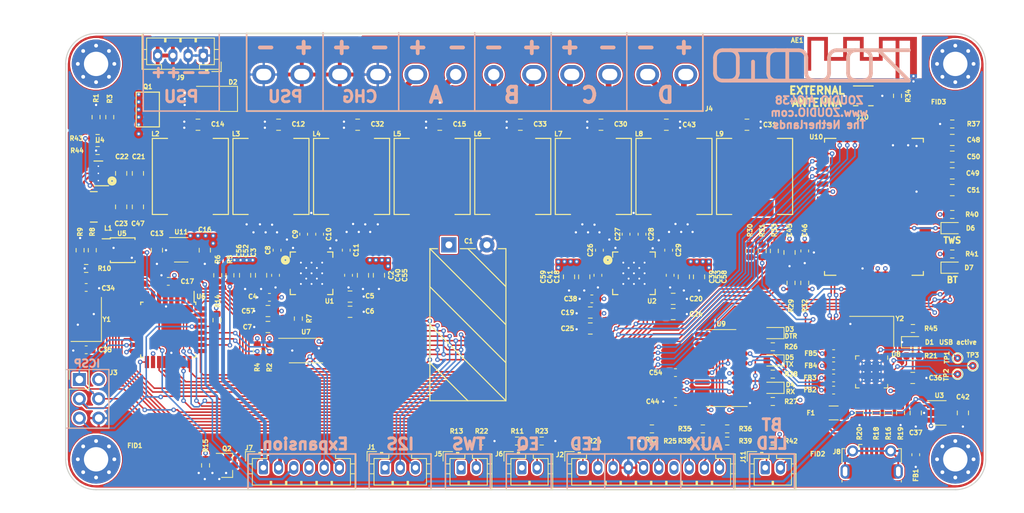
<source format=kicad_pcb>
(kicad_pcb (version 20171130) (host pcbnew "(5.1.9)-1")
  (layers (0 F.Cu signal) (1 In1.GND power) (2 In2.PWR power) (31 B.Cu signal) (34 B.Paste user) (35 F.Paste user) (36 B.SilkS user) (37 F.SilkS user) (38 B.Mask user) (39 F.Mask user hide) (44 Edge.Cuts user))
  (net 0 "")
  (net 1 VDD)
  (net 2 GND)
  (net 3 +3V3)
  (net 4 "Net-(C5-Pad1)")
  (net 5 "Net-(C6-Pad1)")
  (net 6 "Net-(C7-Pad1)")
  (net 7 "Net-(C8-Pad1)")
  (net 8 "Net-(C8-Pad2)")
  (net 9 "Net-(C9-Pad2)")
  (net 10 "Net-(C9-Pad1)")
  (net 11 "Net-(C10-Pad1)")
  (net 12 "Net-(C10-Pad2)")
  (net 13 "Net-(C11-Pad2)")
  (net 14 "Net-(C11-Pad1)")
  (net 15 "Net-(R7-Pad1)")
  (net 16 "Net-(U4-Pad7)")
  (net 17 "Net-(L1-Pad1)")
  (net 18 "Net-(C27-Pad1)")
  (net 19 "Net-(C27-Pad2)")
  (net 20 "Net-(C28-Pad2)")
  (net 21 "Net-(C28-Pad1)")
  (net 22 "Net-(C29-Pad2)")
  (net 23 "Net-(C29-Pad1)")
  (net 24 "Net-(C20-Pad1)")
  (net 25 "Net-(C24-Pad1)")
  (net 26 "Net-(C25-Pad1)")
  (net 27 "Net-(C26-Pad2)")
  (net 28 "Net-(C26-Pad1)")
  (net 29 "Net-(U2-Pad11)")
  (net 30 "Net-(U2-Pad9)")
  (net 31 "Net-(U1-Pad11)")
  (net 32 "Net-(U1-Pad9)")
  (net 33 "Net-(J7-Pad2)")
  (net 34 "Net-(AE1-Pad1)")
  (net 35 /Amplifiers/A-)
  (net 36 +5V)
  (net 37 /Amplifiers/A+)
  (net 38 /Amplifiers/B+)
  (net 39 /Microcontroller/DTR)
  (net 40 /Microcontroller/RESET)
  (net 41 /Amplifiers/C-)
  (net 42 /Amplifiers/D+)
  (net 43 /Amplifiers/B-)
  (net 44 /Amplifiers/C+)
  (net 45 /Microcontroller/XTAL1)
  (net 46 /Microcontroller/XTAL2)
  (net 47 /USB/3V3)
  (net 48 /Amplifiers/D-)
  (net 49 "Net-(C48-Pad2)")
  (net 50 "Net-(C48-Pad1)")
  (net 51 "Net-(C49-Pad2)")
  (net 52 "Net-(C49-Pad1)")
  (net 53 "Net-(C50-Pad2)")
  (net 54 "/User controls/AUX_GND")
  (net 55 "Net-(C51-Pad2)")
  (net 56 /USB/DRV)
  (net 57 Vin)
  (net 58 "Net-(D3-Pad2)")
  (net 59 "Net-(D4-Pad2)")
  (net 60 "/USB to UART/UART_RX")
  (net 61 "Net-(D5-Pad2)")
  (net 62 /Microcontroller/UART_RX)
  (net 63 "Net-(D6-Pad2)")
  (net 64 /Bluetooth/LED2)
  (net 65 "Net-(D7-Pad2)")
  (net 66 /Bluetooth/LED5)
  (net 67 "Net-(FB2-Pad2)")
  (net 68 "Net-(FB3-Pad2)")
  (net 69 "Net-(FB4-Pad2)")
  (net 70 "Net-(FB5-Pad2)")
  (net 71 /Amplifiers/I2S_LRCLK)
  (net 72 /Amplifiers/I2S_SCLK)
  (net 73 /Amplifiers/I2S_SDIN)
  (net 74 "/User controls/AUX_L")
  (net 75 "/User controls/AUX_R")
  (net 76 /Microcontroller/PB1)
  (net 77 /Microcontroller/PC3)
  (net 78 "/User controls/LED_RED")
  (net 79 "Net-(J2-Pad1)")
  (net 80 /Microcontroller/SPI_CLK0)
  (net 81 /Microcontroller/SPI_MOSI0)
  (net 82 /Microcontroller/SPI_MISO0)
  (net 83 /Microcontroller/PB0)
  (net 84 "/User controls/EQ_SW")
  (net 85 /Amplifiers/I2C_SCL)
  (net 86 /Amplifiers/I2C_SDA)
  (net 87 "Net-(J8-Pad4)")
  (net 88 "Net-(J10-Pad2)")
  (net 89 "Net-(J11-Pad1)")
  (net 90 "Net-(Q1-Pad1)")
  (net 91 "Net-(R8-Pad1)")
  (net 92 "Net-(R10-Pad1)")
  (net 93 "/User controls/LED_GREEN")
  (net 94 /Microcontroller/PB5)
  (net 95 "Net-(R16-Pad2)")
  (net 96 "Net-(R18-Pad2)")
  (net 97 "Net-(R19-Pad2)")
  (net 98 "Net-(R20-Pad2)")
  (net 99 /Bluetooth/LED0)
  (net 100 "Net-(R30-Pad1)")
  (net 101 "Net-(R31-Pad1)")
  (net 102 /Bluetooth/LED1)
  (net 103 /Bluetooth/Enable)
  (net 104 "Net-(R33-Pad1)")
  (net 105 /USB/I2C_SCL)
  (net 106 /USB/LED2)
  (net 107 "Net-(U1-Pad10)")
  (net 108 /Amplifiers/AMP1_PDN)
  (net 109 "Net-(U2-Pad10)")
  (net 110 /Amplifiers/AMP2_PDN)
  (net 111 /Power/Buck_sleep)
  (net 112 "Net-(U5-Pad1)")
  (net 113 /Microcontroller/PC1)
  (net 114 /Microcontroller/PE3)
  (net 115 "Net-(U6-Pad20)")
  (net 116 "Net-(U8-Pad7)")
  (net 117 "Net-(U8-Pad6)")
  (net 118 "Net-(U8-Pad5)")
  (net 119 "Net-(U8-Pad4)")
  (net 120 "Net-(U8-Pad3)")
  (net 121 "Net-(U9-Pad15)")
  (net 122 "Net-(U9-Pad14)")
  (net 123 "Net-(U9-Pad12)")
  (net 124 "Net-(U9-Pad11)")
  (net 125 "Net-(U9-Pad10)")
  (net 126 "Net-(U9-Pad9)")
  (net 127 "Net-(U9-Pad8)")
  (net 128 "Net-(U9-Pad7)")
  (net 129 "Net-(U10-Pad50)")
  (net 130 "Net-(U10-Pad49)")
  (net 131 "Net-(U10-Pad48)")
  (net 132 "Net-(U10-Pad39)")
  (net 133 "Net-(U10-Pad37)")
  (net 134 "Net-(U10-Pad36)")
  (net 135 "Net-(U10-Pad35)")
  (net 136 "Net-(U10-Pad34)")
  (net 137 "Net-(U10-Pad33)")
  (net 138 "Net-(U10-Pad32)")
  (net 139 "Net-(U10-Pad31)")
  (net 140 "Net-(U10-Pad30)")
  (net 141 "Net-(U10-Pad29)")
  (net 142 "Net-(U10-Pad19)")
  (net 143 "Net-(U10-Pad26)")
  (net 144 "Net-(U10-Pad27)")
  (net 145 "Net-(U10-Pad22)")
  (net 146 "Net-(U10-Pad28)")
  (net 147 "Net-(U10-Pad12)")
  (net 148 "Net-(U10-Pad6)")
  (net 149 "Net-(U10-Pad1)")
  (net 150 "Net-(D1-Pad2)")
  (net 151 /Microcontroller/PE2)
  (net 152 /Power/5V_buck)
  (net 153 5V_usb)
  (net 154 /USB/I2C_SDA)
  (net 155 "Net-(U8-Pad24)")
  (net 156 "Net-(U8-Pad8)")
  (net 157 "Net-(F1-Pad2)")
  (net 158 "Net-(FB1-Pad2)")
  (net 159 "Net-(J8-Pad3)")
  (net 160 "Net-(J8-Pad2)")
  (net 161 "Net-(R43-Pad2)")
  (net 162 "Net-(R45-Pad2)")
  (net 163 "Net-(U3-Pad4)")
  (net 164 "Net-(U8-Pad19)")
  (net 165 "Net-(U11-Pad4)")
  (net 166 /USB/D1+)
  (net 167 /USB/D1-)
  (net 168 /USB/D2+)
  (net 169 /USB/D2-)
  (net 170 "Net-(U10-Pad51)")
  (net 171 /Microcontroller/PD7)
  (net 172 /Microcontroller/PB4)
  (net 173 /Microcontroller/PB2)
  (module TestPoint:TestPoint_Pad_D1.0mm (layer F.Cu) (at 222 116)
    (fp_text reference TP3 (at 0 -1.4) (layer F.SilkS) (effects (font (size 0.6 0.6))))
    (fp_text value TestPoint)
    (pad 1 smd circle (at 0 0) (size 1 1) (layers F.Cu F.Mask) (net 106 /USB/LED2))
  )
  (module TestPoint:TestPoint_Pad_D1.0mm (layer F.Cu) (at 220 117.1)
    (fp_text reference TP2 (at -1.5 0.1 90) (layer F.SilkS) (effects (font (size 0.6 0.6))))
    (fp_text value TestPoint)
    (pad 1 smd circle (at 0 0) (size 1 1) (layers F.Cu F.Mask) (net 105 /USB/I2C_SCL))
  )
  (module TestPoint:TestPoint_Pad_D1.0mm (layer F.Cu) (at 220 115)
    (fp_text reference TP1 (at -1.4 -0.1 90) (layer F.SilkS) (effects (font (size 0.6 0.6))))
    (fp_text value TestPoint)
    (pad 1 smd circle (at 0 0) (size 1 1) (layers F.Cu F.Mask) (net 154 /USB/I2C_SDA))
  )
  (module Connector_JST:JST_PH_B6B-PH-K_1x06_P2.00mm_Vertical (layer F.Cu) (at 128.7 129.4)
    (fp_text reference J7 (at -1.9 -2.6) (layer F.SilkS) (effects (font (size 0.6 0.6))))
    (fp_text value "PinHeader 01x06")
    (pad 6 thru_hole oval (at 10 0) (size 1.2 1.75) (drill 0.75) (layers *.Cu *.Mask) (net 85 /Amplifiers/I2C_SCL))
    (pad 5 thru_hole oval (at 8 0) (size 1.2 1.75) (drill 0.75) (layers *.Cu *.Mask) (net 86 /Amplifiers/I2C_SDA))
    (pad 4 thru_hole oval (at 6 0) (size 1.2 1.75) (drill 0.75) (layers *.Cu *.Mask) (net 3 +3V3))
    (pad 3 thru_hole oval (at 4 0) (size 1.2 1.75) (drill 0.75) (layers *.Cu *.Mask) (net 36 +5V))
    (pad 2 thru_hole oval (at 2 0) (size 1.2 1.75) (drill 0.75) (layers *.Cu *.Mask) (net 33 "Net-(J7-Pad2)"))
    (pad 1 thru_hole roundrect (at 0 0) (size 1.2 1.75) (drill 0.75) (layers *.Cu *.Mask) (roundrect_rratio 0.2083325) (net 1 VDD))
  )
  (module Package_DFN_QFN:QFN-24-1EP_4x4mm_P0.5mm_EP2.6x2.6mm_ThermalVias (layer F.Cu) (at 208.7 116.8 270)
    (fp_text reference U8 (at -2.3 -3.2 180) (layer F.SilkS) (effects (font (size 0.6 0.6))))
    (fp_text value FE1.1s-BQFN24B)
    (pad 25 smd rect (at 0 0 270) (size 2.6 2.6) (layers B.Cu B.Mask) (net 2 GND))
    (pad 25 thru_hole circle (at 1.05 1.05 270) (size 0.5 0.5) (drill 0.2) (layers *.Cu) (net 2 GND))
    (pad 25 thru_hole circle (at 0 1.05 270) (size 0.5 0.5) (drill 0.2) (layers *.Cu) (net 2 GND))
    (pad 25 thru_hole circle (at -1.05 1.05 270) (size 0.5 0.5) (drill 0.2) (layers *.Cu) (net 2 GND))
    (pad 25 thru_hole circle (at 1.05 0 270) (size 0.5 0.5) (drill 0.2) (layers *.Cu) (net 2 GND))
    (pad 25 thru_hole circle (at 0 0 270) (size 0.5 0.5) (drill 0.2) (layers *.Cu) (net 2 GND))
    (pad 25 thru_hole circle (at -1.05 0 270) (size 0.5 0.5) (drill 0.2) (layers *.Cu) (net 2 GND))
    (pad 25 thru_hole circle (at 1.05 -1.05 270) (size 0.5 0.5) (drill 0.2) (layers *.Cu) (net 2 GND))
    (pad 25 thru_hole circle (at 0 -1.05 270) (size 0.5 0.5) (drill 0.2) (layers *.Cu) (net 2 GND))
    (pad 25 thru_hole circle (at -1.05 -1.05 270) (size 0.5 0.5) (drill 0.2) (layers *.Cu) (net 2 GND))
    (pad 25 smd rect (at 0 0 270) (size 2.6 2.6) (layers F.Cu F.Mask) (net 2 GND))
    (pad 24 smd roundrect (at -1.25 -1.9375 270) (size 0.25 0.825) (layers F.Cu F.Paste F.Mask) (net 155 "Net-(U8-Pad24)"))
    (pad 23 smd roundrect (at -0.75 -1.9375 270) (size 0.25 0.825) (layers F.Cu F.Paste F.Mask) (net 106 /USB/LED2))
    (pad 22 smd roundrect (at -0.25 -1.9375 270) (size 0.25 0.825) (layers F.Cu F.Paste F.Mask) (net 105 /USB/I2C_SCL))
    (pad 21 smd roundrect (at 0.25 -1.9375 270) (size 0.25 0.825) (layers F.Cu F.Paste F.Mask) (net 56 /USB/DRV))
    (pad 20 smd roundrect (at 0.75 -1.9375 270) (size 0.25 0.825) (layers F.Cu F.Paste F.Mask) (net 47 /USB/3V3))
    (pad 19 smd roundrect (at 1.25 -1.9375 270) (size 0.25 0.825) (layers F.Cu F.Paste F.Mask) (net 164 "Net-(U8-Pad19)"))
    (pad 18 smd roundrect (at 1.9375 -1.25 270) (size 0.825 0.25) (layers F.Cu F.Paste F.Mask) (net 97 "Net-(R19-Pad2)"))
    (pad 17 smd roundrect (at 1.9375 -0.75 270) (size 0.825 0.25) (layers F.Cu F.Paste F.Mask) (net 95 "Net-(R16-Pad2)"))
    (pad 16 smd roundrect (at 1.9375 -0.25 270) (size 0.825 0.25) (layers F.Cu F.Paste F.Mask) (net 96 "Net-(R18-Pad2)"))
    (pad 15 smd roundrect (at 1.9375 0.25 270) (size 0.825 0.25) (layers F.Cu F.Paste F.Mask) (net 159 "Net-(J8-Pad3)"))
    (pad 14 smd roundrect (at 1.9375 0.75 270) (size 0.825 0.25) (layers F.Cu F.Paste F.Mask) (net 160 "Net-(J8-Pad2)"))
    (pad 13 smd roundrect (at 1.9375 1.25 270) (size 0.825 0.25) (layers F.Cu F.Paste F.Mask) (net 98 "Net-(R20-Pad2)"))
    (pad 12 smd roundrect (at 1.25 1.9375 270) (size 0.25 0.825) (layers F.Cu F.Paste F.Mask) (net 67 "Net-(FB2-Pad2)"))
    (pad 11 smd roundrect (at 0.75 1.9375 270) (size 0.25 0.825) (layers F.Cu F.Paste F.Mask) (net 68 "Net-(FB3-Pad2)"))
    (pad 10 smd roundrect (at 0.25 1.9375 270) (size 0.25 0.825) (layers F.Cu F.Paste F.Mask) (net 69 "Net-(FB4-Pad2)"))
    (pad 9 smd roundrect (at -0.25 1.9375 270) (size 0.25 0.825) (layers F.Cu F.Paste F.Mask) (net 70 "Net-(FB5-Pad2)"))
    (pad 8 smd roundrect (at -0.75 1.9375 270) (size 0.25 0.825) (layers F.Cu F.Paste F.Mask) (net 156 "Net-(U8-Pad8)"))
    (pad 7 smd roundrect (at -1.25 1.9375 270) (size 0.25 0.825) (layers F.Cu F.Paste F.Mask) (net 116 "Net-(U8-Pad7)"))
    (pad 6 smd roundrect (at -1.9375 1.25 270) (size 0.825 0.25) (layers F.Cu F.Paste F.Mask) (net 117 "Net-(U8-Pad6)"))
    (pad 5 smd roundrect (at -1.9375 0.75 270) (size 0.825 0.25) (layers F.Cu F.Paste F.Mask) (net 118 "Net-(U8-Pad5)"))
    (pad 4 smd roundrect (at -1.9375 0.25 270) (size 0.825 0.25) (layers F.Cu F.Paste F.Mask) (net 119 "Net-(U8-Pad4)"))
    (pad 3 smd roundrect (at -1.9375 -0.25 270) (size 0.825 0.25) (layers F.Cu F.Paste F.Mask) (net 120 "Net-(U8-Pad3)"))
    (pad 2 smd roundrect (at -1.9375 -0.75 270) (size 0.825 0.25) (layers F.Cu F.Paste F.Mask) (net 154 /USB/I2C_SDA))
    (pad 1 smd roundrect (at -1.9375 -1.25 270) (size 0.825 0.25) (layers F.Cu F.Paste F.Mask) (net 162 "Net-(R45-Pad2)"))
  )
  (module ZOUDIOfootprints:Cap_Rad_D10_P5_horizontal (layer F.Cu) (at 153.1 100.1)
    (fp_text reference C1 (at 2.6 -0.5) (layer F.SilkS) (effects (font (size 0.6 0.6))))
    (fp_text value 820u hide)
    (pad 2 thru_hole circle (at 5 0) (size 2 2) (drill 0.9) (layers *.Cu *.Mask) (net 2 GND))
    (pad 1 thru_hole rect (at 0 0) (size 2 2) (drill 0.9) (layers *.Cu *.Mask) (net 1 VDD))
  )
  (module Package_SO:TSSOP-8_4.4x3mm_P0.65mm (layer F.Cu) (at 134.3 114)
    (fp_text reference U7 (at 0 -2.45) (layer F.SilkS) (effects (font (size 0.6 0.6))))
    (fp_text value "M24256 EEPROM")
    (pad 8 smd roundrect (at 2.8625 -0.975) (size 1.475 0.4) (layers F.Cu F.Paste F.Mask) (net 3 +3V3))
    (pad 7 smd roundrect (at 2.8625 -0.325) (size 1.475 0.4) (layers F.Cu F.Paste F.Mask) (net 2 GND))
    (pad 6 smd roundrect (at 2.8625 0.325) (size 1.475 0.4) (layers F.Cu F.Paste F.Mask) (net 85 /Amplifiers/I2C_SCL))
    (pad 5 smd roundrect (at 2.8625 0.975) (size 1.475 0.4) (layers F.Cu F.Paste F.Mask) (net 86 /Amplifiers/I2C_SDA))
    (pad 4 smd roundrect (at -2.8625 0.975) (size 1.475 0.4) (layers F.Cu F.Paste F.Mask) (net 2 GND))
    (pad 3 smd roundrect (at -2.8625 0.325) (size 1.475 0.4) (layers F.Cu F.Paste F.Mask) (net 2 GND))
    (pad 2 smd roundrect (at -2.8625 -0.325) (size 1.475 0.4) (layers F.Cu F.Paste F.Mask) (net 2 GND))
    (pad 1 smd roundrect (at -2.8625 -0.975) (size 1.475 0.4) (layers F.Cu F.Paste F.Mask) (net 2 GND))
  )
  (module Package_QFP:TQFP-32_7x7mm_P0.8mm (layer F.Cu) (at 116.19 111.26 270)
    (fp_text reference U6 (at -4.36 -4.31 180) (layer F.SilkS) (effects (font (size 0.6 0.6))))
    (fp_text value ATmega328PB-AU)
    (pad 1 smd rect (at -4.25 -2.8 270) (size 1.6 0.55) (layers F.Cu F.Paste F.Mask) (net 103 /Bluetooth/Enable))
    (pad 2 smd rect (at -4.25 -2 270) (size 1.6 0.55) (layers F.Cu F.Paste F.Mask) (net 110 /Amplifiers/AMP2_PDN))
    (pad 3 smd rect (at -4.25 -1.2 270) (size 1.6 0.55) (layers F.Cu F.Paste F.Mask) (net 108 /Amplifiers/AMP1_PDN))
    (pad 4 smd rect (at -4.25 -0.4 270) (size 1.6 0.55) (layers F.Cu F.Paste F.Mask) (net 3 +3V3))
    (pad 5 smd rect (at -4.25 0.4 270) (size 1.6 0.55) (layers F.Cu F.Paste F.Mask) (net 2 GND))
    (pad 6 smd rect (at -4.25 1.2 270) (size 1.6 0.55) (layers F.Cu F.Paste F.Mask) (net 111 /Power/Buck_sleep))
    (pad 7 smd rect (at -4.25 2 270) (size 1.6 0.55) (layers F.Cu F.Paste F.Mask) (net 45 /Microcontroller/XTAL1))
    (pad 8 smd rect (at -4.25 2.8 270) (size 1.6 0.55) (layers F.Cu F.Paste F.Mask) (net 46 /Microcontroller/XTAL2))
    (pad 9 smd rect (at -2.8 4.25) (size 1.6 0.55) (layers F.Cu F.Paste F.Mask) (net 93 "/User controls/LED_GREEN"))
    (pad 10 smd rect (at -2 4.25) (size 1.6 0.55) (layers F.Cu F.Paste F.Mask) (net 78 "/User controls/LED_RED"))
    (pad 11 smd rect (at -1.2 4.25) (size 1.6 0.55) (layers F.Cu F.Paste F.Mask) (net 171 /Microcontroller/PD7))
    (pad 12 smd rect (at -0.4 4.25) (size 1.6 0.55) (layers F.Cu F.Paste F.Mask) (net 83 /Microcontroller/PB0))
    (pad 13 smd rect (at 0.4 4.25) (size 1.6 0.55) (layers F.Cu F.Paste F.Mask) (net 76 /Microcontroller/PB1))
    (pad 14 smd rect (at 1.2 4.25) (size 1.6 0.55) (layers F.Cu F.Paste F.Mask) (net 173 /Microcontroller/PB2))
    (pad 15 smd rect (at 2 4.25) (size 1.6 0.55) (layers F.Cu F.Paste F.Mask) (net 81 /Microcontroller/SPI_MOSI0))
    (pad 16 smd rect (at 2.8 4.25) (size 1.6 0.55) (layers F.Cu F.Paste F.Mask) (net 82 /Microcontroller/SPI_MISO0))
    (pad 17 smd rect (at 4.25 2.8 270) (size 1.6 0.55) (layers F.Cu F.Paste F.Mask) (net 80 /Microcontroller/SPI_CLK0))
    (pad 18 smd rect (at 4.25 2 270) (size 1.6 0.55) (layers F.Cu F.Paste F.Mask) (net 3 +3V3))
    (pad 19 smd rect (at 4.25 1.2 270) (size 1.6 0.55) (layers F.Cu F.Paste F.Mask) (net 151 /Microcontroller/PE2))
    (pad 20 smd rect (at 4.25 0.4 270) (size 1.6 0.55) (layers F.Cu F.Paste F.Mask) (net 115 "Net-(U6-Pad20)"))
    (pad 21 smd rect (at 4.25 -0.4 270) (size 1.6 0.55) (layers F.Cu F.Paste F.Mask) (net 2 GND))
    (pad 22 smd rect (at 4.25 -1.2 270) (size 1.6 0.55) (layers F.Cu F.Paste F.Mask) (net 114 /Microcontroller/PE3))
    (pad 23 smd rect (at 4.25 -2 270) (size 1.6 0.55) (layers F.Cu F.Paste F.Mask) (net 74 "/User controls/AUX_L"))
    (pad 24 smd rect (at 4.25 -2.8 270) (size 1.6 0.55) (layers F.Cu F.Paste F.Mask) (net 113 /Microcontroller/PC1))
    (pad 25 smd rect (at 2.8 -4.25) (size 1.6 0.55) (layers F.Cu F.Paste F.Mask) (net 102 /Bluetooth/LED1))
    (pad 26 smd rect (at 2 -4.25) (size 1.6 0.55) (layers F.Cu F.Paste F.Mask) (net 77 /Microcontroller/PC3))
    (pad 27 smd rect (at 1.2 -4.25) (size 1.6 0.55) (layers F.Cu F.Paste F.Mask) (net 86 /Amplifiers/I2C_SDA))
    (pad 28 smd rect (at 0.4 -4.25) (size 1.6 0.55) (layers F.Cu F.Paste F.Mask) (net 85 /Amplifiers/I2C_SCL))
    (pad 29 smd rect (at -0.4 -4.25) (size 1.6 0.55) (layers F.Cu F.Paste F.Mask) (net 40 /Microcontroller/RESET))
    (pad 30 smd rect (at -1.2 -4.25) (size 1.6 0.55) (layers F.Cu F.Paste F.Mask) (net 62 /Microcontroller/UART_RX))
    (pad 31 smd rect (at -2 -4.25) (size 1.6 0.55) (layers F.Cu F.Paste F.Mask) (net 60 "/USB to UART/UART_RX"))
    (pad 32 smd rect (at -2.8 -4.25) (size 1.6 0.55) (layers F.Cu F.Paste F.Mask) (net 99 /Bluetooth/LED0))
  )
  (module Resistor_SMD:R_0603_1608Metric (layer F.Cu) (at 154.1 125.9 180)
    (fp_text reference R13 (at 0 1.3) (layer F.SilkS) (effects (font (size 0.6 0.6))))
    (fp_text value 10k)
    (pad 2 smd roundrect (at 0.825 0 180) (size 0.8 0.95) (layers F.Cu F.Paste F.Mask) (net 80 /Microcontroller/SPI_CLK0))
    (pad 1 smd roundrect (at -0.825 0 180) (size 0.8 0.95) (layers F.Cu F.Paste F.Mask) (net 94 /Microcontroller/PB5))
  )
  (module Resistor_SMD:R_0603_1608Metric (layer F.Cu) (at 179.8 124.3 180)
    (fp_text reference R12 (at 0 -1.43) (layer F.SilkS) (effects (font (size 0.6 0.6))))
    (fp_text value 10k)
    (pad 2 smd roundrect (at 0.825 0 180) (size 0.8 0.95) (layers F.Cu F.Paste F.Mask) (net 82 /Microcontroller/SPI_MISO0))
    (pad 1 smd roundrect (at -0.825 0 180) (size 0.8 0.95) (layers F.Cu F.Paste F.Mask) (net 172 /Microcontroller/PB4))
  )
  (module Resistor_SMD:R_0603_1608Metric (layer F.Cu) (at 162.075 125.9 180)
    (fp_text reference R11 (at -0.025 1.3) (layer F.SilkS) (effects (font (size 0.6 0.6))))
    (fp_text value 10k)
    (pad 2 smd roundrect (at 0.825 0 180) (size 0.8 0.95) (layers F.Cu F.Paste F.Mask) (net 81 /Microcontroller/SPI_MOSI0))
    (pad 1 smd roundrect (at -0.825 0 180) (size 0.8 0.95) (layers F.Cu F.Paste F.Mask) (net 84 "/User controls/EQ_SW"))
  )
  (module Resistor_SMD:R_0603_1608Metric (layer F.Cu) (at 127.9 114 270)
    (fp_text reference R4 (at 2.2 0 270) (layer F.SilkS) (effects (font (size 0.6 0.6))))
    (fp_text value 10k)
    (pad 2 smd roundrect (at 0.825 0 270) (size 0.8 0.95) (layers F.Cu F.Paste F.Mask) (net 86 /Amplifiers/I2C_SDA))
    (pad 1 smd roundrect (at -0.825 0 270) (size 0.8 0.95) (layers F.Cu F.Paste F.Mask) (net 3 +3V3))
  )
  (module Resistor_SMD:R_0603_1608Metric (layer F.Cu) (at 129.5 114 270)
    (fp_text reference R2 (at 2.225 0 90) (layer F.SilkS) (effects (font (size 0.6 0.6))))
    (fp_text value 10k)
    (pad 2 smd roundrect (at 0.825 0 270) (size 0.8 0.95) (layers F.Cu F.Paste F.Mask) (net 85 /Amplifiers/I2C_SCL))
    (pad 1 smd roundrect (at -0.825 0 270) (size 0.8 0.95) (layers F.Cu F.Paste F.Mask) (net 3 +3V3))
  )
  (module Connector_PinHeader_2.54mm:PinHeader_2x03_P2.54mm_Vertical (layer F.Cu) (at 104.5 117.8)
    (fp_text reference J3 (at 4.5 -0.9) (layer F.SilkS) (effects (font (size 0.6 0.6))))
    (fp_text value "PinHeader 02x03")
    (pad 6 thru_hole oval (at 2.54 5.08) (size 1.7 1.7) (drill 1) (layers *.Cu *.Mask) (net 2 GND))
    (pad 5 thru_hole oval (at 0 5.08) (size 1.7 1.7) (drill 1) (layers *.Cu *.Mask) (net 40 /Microcontroller/RESET))
    (pad 4 thru_hole oval (at 2.54 2.54) (size 1.7 1.7) (drill 1) (layers *.Cu *.Mask) (net 81 /Microcontroller/SPI_MOSI0))
    (pad 3 thru_hole oval (at 0 2.54) (size 1.7 1.7) (drill 1) (layers *.Cu *.Mask) (net 80 /Microcontroller/SPI_CLK0))
    (pad 2 thru_hole oval (at 2.54 0) (size 1.7 1.7) (drill 1) (layers *.Cu *.Mask) (net 3 +3V3))
    (pad 1 thru_hole rect (at 0 0) (size 1.7 1.7) (drill 1) (layers *.Cu *.Mask) (net 82 /Microcontroller/SPI_MISO0))
  )
  (module Fiducial:Fiducial_0.75mm_Dia_1.5mm_Outer (layer F.Cu) (at 219.7 81.3)
    (fp_text reference FID3 (at -2.2 0) (layer F.SilkS) (effects (font (size 0.6 0.6))))
    (fp_text value Fiducial)
    (pad ~ smd circle (at 0 0) (size 0.75 0.75) (layers F.Cu F.Mask) (clearance 0.375))
  )
  (module Fiducial:Fiducial_0.75mm_Dia_1.5mm_Outer (layer F.Cu) (at 201.6 129.6)
    (fp_text reference FID2 (at 0 -2) (layer F.SilkS) (effects (font (size 0.6 0.6))))
    (fp_text value Fiducial)
    (pad ~ smd circle (at 0 0) (size 0.75 0.75) (layers F.Cu F.Mask) (clearance 0.375))
  )
  (module Fiducial:Fiducial_0.75mm_Dia_1.5mm_Outer (layer F.Cu) (at 111.8 128.3)
    (fp_text reference FID1 (at 0 -1.8) (layer F.SilkS) (effects (font (size 0.6 0.6))))
    (fp_text value Fiducial)
    (pad ~ smd circle (at 0 0) (size 0.75 0.75) (layers F.Cu F.Mask) (clearance 0.375))
  )
  (module ZOUDIOfootprints:ZOUDIO25mm (layer B.Cu) (at 201.6 76.5 180)
    (fp_text reference LOGO1 hide)
    (fp_text value ZOUDIO hide)
  )
  (module Package_SO:SOIC-16_3.9x9.9mm_P1.27mm (layer F.Cu) (at 188.9 116.3 180)
    (fp_text reference U9 (at 0 5.8) (layer F.SilkS) (effects (font (size 0.6 0.6))))
    (fp_text value CH340B)
    (pad 1 smd roundrect (at -2.475 -4.445 180) (size 1.95 0.6) (layers F.Cu F.Paste F.Mask) (net 2 GND))
    (pad 2 smd roundrect (at -2.475 -3.175 180) (size 1.95 0.6) (layers F.Cu F.Paste F.Mask) (net 62 /Microcontroller/UART_RX))
    (pad 3 smd roundrect (at -2.475 -1.905 180) (size 1.95 0.6) (layers F.Cu F.Paste F.Mask) (net 60 "/USB to UART/UART_RX"))
    (pad 4 smd roundrect (at -2.475 -0.635 180) (size 1.95 0.6) (layers F.Cu F.Paste F.Mask) (net 47 /USB/3V3))
    (pad 5 smd roundrect (at -2.475 0.635 180) (size 1.95 0.6) (layers F.Cu F.Paste F.Mask) (net 166 /USB/D1+))
    (pad 6 smd roundrect (at -2.475 1.905 180) (size 1.95 0.6) (layers F.Cu F.Paste F.Mask) (net 167 /USB/D1-))
    (pad 7 smd roundrect (at -2.475 3.175 180) (size 1.95 0.6) (layers F.Cu F.Paste F.Mask) (net 128 "Net-(U9-Pad7)"))
    (pad 8 smd roundrect (at -2.475 4.445 180) (size 1.95 0.6) (layers F.Cu F.Paste F.Mask) (net 127 "Net-(U9-Pad8)"))
    (pad 9 smd roundrect (at 2.475 4.445 180) (size 1.95 0.6) (layers F.Cu F.Paste F.Mask) (net 126 "Net-(U9-Pad9)"))
    (pad 10 smd roundrect (at 2.475 3.175 180) (size 1.95 0.6) (layers F.Cu F.Paste F.Mask) (net 125 "Net-(U9-Pad10)"))
    (pad 11 smd roundrect (at 2.475 1.905 180) (size 1.95 0.6) (layers F.Cu F.Paste F.Mask) (net 124 "Net-(U9-Pad11)"))
    (pad 12 smd roundrect (at 2.475 0.635 180) (size 1.95 0.6) (layers F.Cu F.Paste F.Mask) (net 123 "Net-(U9-Pad12)"))
    (pad 13 smd roundrect (at 2.475 -0.635 180) (size 1.95 0.6) (layers F.Cu F.Paste F.Mask) (net 39 /Microcontroller/DTR))
    (pad 14 smd roundrect (at 2.475 -1.905 180) (size 1.95 0.6) (layers F.Cu F.Paste F.Mask) (net 122 "Net-(U9-Pad14)"))
    (pad 15 smd roundrect (at 2.475 -3.175 180) (size 1.95 0.6) (layers F.Cu F.Paste F.Mask) (net 121 "Net-(U9-Pad15)"))
    (pad 16 smd roundrect (at 2.475 -4.445 180) (size 1.95 0.6) (layers F.Cu F.Paste F.Mask) (net 47 /USB/3V3))
  )
  (module ZOUDIOfootprints:BTM331 (layer F.Cu) (at 202.5 87.1)
    (fp_text reference U10 (at -1.1 -1.2) (layer F.SilkS) (effects (font (size 0.6 0.6))))
    (fp_text value BTM331 hide)
    (pad 54 smd rect (at 2 -1.25 90) (size 1.5 0.7) (layers F.Cu F.Paste F.Mask) (net 151 /Microcontroller/PE2))
    (pad 53 smd rect (at 3 -1.25 90) (size 1.5 0.7) (layers F.Cu F.Paste F.Mask) (net 173 /Microcontroller/PB2))
    (pad 52 smd rect (at 4 -1.25 90) (size 1.5 0.7) (layers F.Cu F.Paste F.Mask) (net 76 /Microcontroller/PB1))
    (pad 51 smd rect (at 5 -1.25 90) (size 1.5 0.7) (layers F.Cu F.Paste F.Mask) (net 170 "Net-(U10-Pad51)"))
    (pad 50 smd rect (at 6 -1.25 90) (size 1.5 0.7) (layers F.Cu F.Paste F.Mask) (net 129 "Net-(U10-Pad50)"))
    (pad 49 smd rect (at 7 -1.25 90) (size 1.5 0.7) (layers F.Cu F.Paste F.Mask) (net 130 "Net-(U10-Pad49)"))
    (pad 48 smd rect (at 8 -1.25 90) (size 1.5 0.7) (layers F.Cu F.Paste F.Mask) (net 131 "Net-(U10-Pad48)"))
    (pad 47 smd rect (at 9 -1.25 90) (size 1.5 0.7) (layers F.Cu F.Paste F.Mask) (net 2 GND))
    (pad 46 smd rect (at 10 -1.25 90) (size 1.5 0.7) (layers F.Cu F.Paste F.Mask) (net 88 "Net-(J10-Pad2)"))
    (pad 45 smd rect (at 11 -1.25 90) (size 1.5 0.7) (layers F.Cu F.Paste F.Mask) (net 2 GND))
    (pad 44 smd rect (at 13.25 0 180) (size 1.5 0.7) (layers F.Cu F.Paste F.Mask) (net 2 GND))
    (pad 43 smd rect (at 13.25 1 180) (size 1.5 0.7) (layers F.Cu F.Paste F.Mask) (net 49 "Net-(C48-Pad2)"))
    (pad 42 smd rect (at 13.25 2 180) (size 1.5 0.7) (layers F.Cu F.Paste F.Mask) (net 53 "Net-(C50-Pad2)"))
    (pad 41 smd rect (at 13.25 3 180) (size 1.5 0.7) (layers F.Cu F.Paste F.Mask) (net 51 "Net-(C49-Pad2)"))
    (pad 40 smd rect (at 13.25 4 180) (size 1.5 0.7) (layers F.Cu F.Paste F.Mask) (net 55 "Net-(C51-Pad2)"))
    (pad 39 smd rect (at 13.25 5 180) (size 1.5 0.7) (layers F.Cu F.Paste F.Mask) (net 132 "Net-(U10-Pad39)"))
    (pad 38 smd rect (at 13.25 6 180) (size 1.5 0.7) (layers F.Cu F.Paste F.Mask) (net 2 GND))
    (pad 37 smd rect (at 13.25 7 180) (size 1.5 0.7) (layers F.Cu F.Paste F.Mask) (net 133 "Net-(U10-Pad37)"))
    (pad 36 smd rect (at 13.25 8 180) (size 1.5 0.7) (layers F.Cu F.Paste F.Mask) (net 134 "Net-(U10-Pad36)"))
    (pad 35 smd rect (at 13.25 9 180) (size 1.5 0.7) (layers F.Cu F.Paste F.Mask) (net 135 "Net-(U10-Pad35)"))
    (pad 34 smd rect (at 13.25 10 180) (size 1.5 0.7) (layers F.Cu F.Paste F.Mask) (net 136 "Net-(U10-Pad34)"))
    (pad 33 smd rect (at 13.25 11 180) (size 1.5 0.7) (layers F.Cu F.Paste F.Mask) (net 137 "Net-(U10-Pad33)"))
    (pad 32 smd rect (at 13.25 12 180) (size 1.5 0.7) (layers F.Cu F.Paste F.Mask) (net 138 "Net-(U10-Pad32)"))
    (pad 31 smd rect (at 13.25 13 180) (size 1.5 0.7) (layers F.Cu F.Paste F.Mask) (net 139 "Net-(U10-Pad31)"))
    (pad 30 smd rect (at 13.25 14 180) (size 1.5 0.7) (layers F.Cu F.Paste F.Mask) (net 140 "Net-(U10-Pad30)"))
    (pad 29 smd rect (at 13.25 15 180) (size 1.5 0.7) (layers F.Cu F.Paste F.Mask) (net 141 "Net-(U10-Pad29)"))
    (pad 19 smd rect (at 3 17.25 90) (size 1.5 0.7) (layers F.Cu F.Paste F.Mask) (net 142 "Net-(U10-Pad19)"))
    (pad 26 smd rect (at 10 17.25 90) (size 1.5 0.7) (layers F.Cu F.Paste F.Mask) (net 143 "Net-(U10-Pad26)"))
    (pad 27 smd rect (at 11 17.25 90) (size 1.5 0.7) (layers F.Cu F.Paste F.Mask) (net 144 "Net-(U10-Pad27)"))
    (pad 22 smd rect (at 6 17.25 90) (size 1.5 0.7) (layers F.Cu F.Paste F.Mask) (net 145 "Net-(U10-Pad22)"))
    (pad 20 smd rect (at 4 17.25 90) (size 1.5 0.7) (layers F.Cu F.Paste F.Mask) (net 66 /Bluetooth/LED5))
    (pad 24 smd rect (at 8 17.25 90) (size 1.5 0.7) (layers F.Cu F.Paste F.Mask) (net 3 +3V3))
    (pad 18 smd rect (at 2 17.25 90) (size 1.5 0.7) (layers F.Cu F.Paste F.Mask) (net 64 /Bluetooth/LED2))
    (pad 25 smd rect (at 9 17.25 90) (size 1.5 0.7) (layers F.Cu F.Paste F.Mask) (net 113 /Microcontroller/PC1))
    (pad 21 smd rect (at 5 17.25 90) (size 1.5 0.7) (layers F.Cu F.Paste F.Mask) (net 2 GND))
    (pad 23 smd rect (at 7 17.25 90) (size 1.5 0.7) (layers F.Cu F.Paste F.Mask) (net 3 +3V3))
    (pad 28 smd rect (at 13.25 16 180) (size 1.5 0.7) (layers F.Cu F.Paste F.Mask) (net 146 "Net-(U10-Pad28)"))
    (pad 17 smd rect (at -0.25 16) (size 1.5 0.7) (layers F.Cu F.Paste F.Mask) (net 102 /Bluetooth/LED1))
    (pad 16 smd rect (at -0.25 15) (size 1.5 0.7) (layers F.Cu F.Paste F.Mask) (net 99 /Bluetooth/LED0))
    (pad 15 smd rect (at -0.25 14) (size 1.5 0.7) (layers F.Cu F.Paste F.Mask) (net 2 GND))
    (pad 14 smd rect (at -0.25 13) (size 1.5 0.7) (layers F.Cu F.Paste F.Mask) (net 3 +3V3))
    (pad 13 smd rect (at -0.25 12) (size 1.5 0.7) (layers F.Cu F.Paste F.Mask) (net 104 "Net-(R33-Pad1)"))
    (pad 12 smd rect (at -0.25 11) (size 1.5 0.7) (layers F.Cu F.Paste F.Mask) (net 147 "Net-(U10-Pad12)"))
    (pad 11 smd rect (at -0.25 10) (size 1.5 0.7) (layers F.Cu F.Paste F.Mask) (net 101 "Net-(R31-Pad1)"))
    (pad 10 smd rect (at -0.25 9) (size 1.5 0.7) (layers F.Cu F.Paste F.Mask) (net 100 "Net-(R30-Pad1)"))
    (pad 9 smd rect (at -0.25 8) (size 1.5 0.7) (layers F.Cu F.Paste F.Mask) (net 168 /USB/D2+))
    (pad 8 smd rect (at -0.25 7) (size 1.5 0.7) (layers F.Cu F.Paste F.Mask) (net 169 /USB/D2-))
    (pad 7 smd rect (at -0.25 6) (size 1.5 0.7) (layers F.Cu F.Paste F.Mask) (net 3 +3V3))
    (pad 6 smd rect (at -0.25 5) (size 1.5 0.7) (layers F.Cu F.Paste F.Mask) (net 148 "Net-(U10-Pad6)"))
    (pad 5 smd rect (at -0.25 4) (size 1.5 0.7) (layers F.Cu F.Paste F.Mask) (net 72 /Amplifiers/I2S_SCLK))
    (pad 4 smd rect (at -0.25 3) (size 1.5 0.7) (layers F.Cu F.Paste F.Mask) (net 71 /Amplifiers/I2S_LRCLK))
    (pad 3 smd rect (at -0.25 2) (size 1.5 0.7) (layers F.Cu F.Paste F.Mask) (net 73 /Amplifiers/I2S_SDIN))
    (pad 2 smd rect (at -0.25 1) (size 1.5 0.7) (layers F.Cu F.Paste F.Mask) (net 114 /Microcontroller/PE3))
    (pad 1 smd rect (at -0.25 0) (size 1.5 0.7) (layers F.Cu F.Paste F.Mask) (net 149 "Net-(U10-Pad1)"))
  )
  (module Package_TO_SOT_SMD:SOT-23-5 (layer F.Cu) (at 117.9 100.75)
    (fp_text reference U11 (at 0 -2.35) (layer F.SilkS) (effects (font (size 0.6 0.6))))
    (fp_text value LP5907MFX-3.3)
    (pad 5 smd rect (at 1.1 -0.95) (size 1.06 0.65) (layers F.Cu F.Paste F.Mask) (net 3 +3V3))
    (pad 4 smd rect (at 1.1 0.95) (size 1.06 0.65) (layers F.Cu F.Paste F.Mask) (net 165 "Net-(U11-Pad4)"))
    (pad 3 smd rect (at -1.1 0.95) (size 1.06 0.65) (layers F.Cu F.Paste F.Mask) (net 36 +5V))
    (pad 2 smd rect (at -1.1 0) (size 1.06 0.65) (layers F.Cu F.Paste F.Mask) (net 2 GND))
    (pad 1 smd rect (at -1.1 -0.95) (size 1.06 0.65) (layers F.Cu F.Paste F.Mask) (net 36 +5V))
  )
  (module Package_TO_SOT_SMD:SOT-23-5 (layer F.Cu) (at 217.6 122.2)
    (fp_text reference U3 (at 0 -2.3) (layer F.SilkS) (effects (font (size 0.6 0.6))))
    (fp_text value LP5907MFX-3.3)
    (pad 5 smd rect (at 1.1 -0.95) (size 1.06 0.65) (layers F.Cu F.Paste F.Mask) (net 47 /USB/3V3))
    (pad 4 smd rect (at 1.1 0.95) (size 1.06 0.65) (layers F.Cu F.Paste F.Mask) (net 163 "Net-(U3-Pad4)"))
    (pad 3 smd rect (at -1.1 0.95) (size 1.06 0.65) (layers F.Cu F.Paste F.Mask) (net 153 5V_usb))
    (pad 2 smd rect (at -1.1 0) (size 1.06 0.65) (layers F.Cu F.Paste F.Mask) (net 2 GND))
    (pad 1 smd rect (at -1.1 -0.95) (size 1.06 0.65) (layers F.Cu F.Paste F.Mask) (net 153 5V_usb))
  )
  (module Resistor_SMD:R_0603_1608Metric (layer F.Cu) (at 210.9 122.2 90)
    (fp_text reference R16 (at -2.7 0 90) (layer F.SilkS) (effects (font (size 0.6 0.6))))
    (fp_text value 100k)
    (pad 2 smd roundrect (at 0.825 0 90) (size 0.8 0.95) (layers F.Cu F.Paste F.Mask) (net 95 "Net-(R16-Pad2)"))
    (pad 1 smd roundrect (at -0.825 0 90) (size 0.8 0.95) (layers F.Cu F.Paste F.Mask) (net 47 /USB/3V3))
  )
  (module Capacitor_SMD:C_0805_2012Metric (layer F.Cu) (at 220.7 122.2 270)
    (fp_text reference C42 (at -2.1 0 180) (layer F.SilkS) (effects (font (size 0.6 0.6))))
    (fp_text value 1u)
    (pad 2 smd roundrect (at 0.95 0 270) (size 1 1.45) (layers F.Cu F.Paste F.Mask) (net 2 GND))
    (pad 1 smd roundrect (at -0.95 0 270) (size 1 1.45) (layers F.Cu F.Paste F.Mask) (net 47 /USB/3V3))
  )
  (module Capacitor_SMD:C_0805_2012Metric (layer F.Cu) (at 214.5 122.2 270)
    (fp_text reference C37 (at 2.6 0) (layer F.SilkS) (effects (font (size 0.6 0.6))))
    (fp_text value 1u)
    (pad 2 smd roundrect (at 0.95 0 270) (size 1 1.45) (layers F.Cu F.Paste F.Mask) (net 2 GND))
    (pad 1 smd roundrect (at -0.95 0 270) (size 1 1.45) (layers F.Cu F.Paste F.Mask) (net 153 5V_usb))
  )
  (module Capacitor_SMD:C_0805_2012Metric (layer F.Cu) (at 121 100.8 270)
    (fp_text reference C16 (at -2.7 0 180) (layer F.SilkS) (effects (font (size 0.6 0.6))))
    (fp_text value 1u)
    (pad 2 smd roundrect (at 0.95 0 270) (size 1 1.45) (layers F.Cu F.Paste F.Mask) (net 2 GND))
    (pad 1 smd roundrect (at -0.95 0 270) (size 1 1.45) (layers F.Cu F.Paste F.Mask) (net 3 +3V3))
  )
  (module Capacitor_SMD:C_0805_2012Metric (layer F.Cu) (at 114.7 100.8 270)
    (fp_text reference C13 (at -2.2 0 180) (layer F.SilkS) (effects (font (size 0.6 0.6))))
    (fp_text value 1u)
    (pad 2 smd roundrect (at 0.95 0 270) (size 1 1.45) (layers F.Cu F.Paste F.Mask) (net 2 GND))
    (pad 1 smd roundrect (at -0.95 0 270) (size 1 1.45) (layers F.Cu F.Paste F.Mask) (net 36 +5V))
  )
  (module Resistor_SMD:R_0603_1608Metric (layer F.Cu) (at 214.125 111.1 180)
    (fp_text reference R45 (at -2.375 0) (layer F.SilkS) (effects (font (size 0.6 0.6))))
    (fp_text value 10k)
    (pad 2 smd roundrect (at 0.825 0 180) (size 0.8 0.95) (layers F.Cu F.Paste F.Mask) (net 162 "Net-(R45-Pad2)"))
    (pad 1 smd roundrect (at -0.825 0 180) (size 0.8 0.95) (layers F.Cu F.Paste F.Mask) (net 47 /USB/3V3))
  )
  (module Resistor_SMD:R_0603_1608Metric (layer F.Cu) (at 106.9 87.7 180)
    (fp_text reference R44 (at 2.7 0) (layer F.SilkS) (effects (font (size 0.6 0.6))))
    (fp_text value 100k)
    (pad 2 smd roundrect (at 0.825 0 180) (size 0.8 0.95) (layers F.Cu F.Paste F.Mask) (net 2 GND))
    (pad 1 smd roundrect (at -0.825 0 180) (size 0.8 0.95) (layers F.Cu F.Paste F.Mask) (net 161 "Net-(R43-Pad2)"))
  )
  (module Resistor_SMD:R_0603_1608Metric (layer F.Cu) (at 106.9 86.1)
    (fp_text reference R43 (at -2.8 0) (layer F.SilkS) (effects (font (size 0.6 0.6))))
    (fp_text value 525k)
    (pad 2 smd roundrect (at 0.825 0) (size 0.8 0.95) (layers F.Cu F.Paste F.Mask) (net 161 "Net-(R43-Pad2)"))
    (pad 1 smd roundrect (at -0.825 0) (size 0.8 0.95) (layers F.Cu F.Paste F.Mask) (net 152 /Power/5V_buck))
  )
  (module Package_SON:WSON-10-1EP_2x3mm_P0.5mm_EP0.84x2.4mm_ThermalVias (layer F.Cu) (at 107 90.7 180)
    (fp_text reference U4 (at -0.2 4.4) (layer F.SilkS) (effects (font (size 0.6 0.6))))
    (fp_text value TPS62175DQC)
    (pad 11 smd rect (at 0 0 180) (size 0.84 2.4) (layers F.Cu F.Mask) (net 2 GND))
    (pad 10 smd rect (at 0.95 -1 180) (size 0.5 0.25) (layers F.Cu F.Paste F.Mask) (net 152 /Power/5V_buck))
    (pad 9 smd rect (at 0.95 -0.5 180) (size 0.5 0.25) (layers F.Cu F.Paste F.Mask) (net 17 "Net-(L1-Pad1)"))
    (pad 8 smd rect (at 0.95 0 180) (size 0.5 0.25) (layers F.Cu F.Paste F.Mask) (net 111 /Power/Buck_sleep))
    (pad 7 smd rect (at 0.95 0.5 180) (size 0.5 0.25) (layers F.Cu F.Paste F.Mask) (net 16 "Net-(U4-Pad7)"))
    (pad 6 smd rect (at 0.95 1 180) (size 0.5 0.25) (layers F.Cu F.Paste F.Mask) (net 2 GND))
    (pad 5 smd rect (at -0.95 1 180) (size 0.5 0.25) (layers F.Cu F.Paste F.Mask) (net 161 "Net-(R43-Pad2)"))
    (pad 4 smd rect (at -0.95 0.5 180) (size 0.5 0.25) (layers F.Cu F.Paste F.Mask) (net 2 GND))
    (pad 3 smd rect (at -0.95 0 180) (size 0.5 0.25) (layers F.Cu F.Paste F.Mask) (net 1 VDD))
    (pad 2 smd rect (at -0.95 -0.5 180) (size 0.5 0.25) (layers F.Cu F.Paste F.Mask) (net 1 VDD))
    (pad 1 smd rect (at -0.95 -1 180) (size 0.5 0.25) (layers F.Cu F.Paste F.Mask) (net 2 GND))
    (pad 11 smd rect (at 0 0 180) (size 0.84 2.4) (layers B.Cu B.Mask) (net 2 GND))
    (pad 11 thru_hole circle (at 0 0 180) (size 0.5 0.5) (drill 0.2) (layers *.Cu F.Mask) (net 2 GND))
    (pad 11 thru_hole circle (at 0 -0.95 180) (size 0.5 0.5) (drill 0.2) (layers *.Cu F.Mask) (net 2 GND))
    (pad 11 thru_hole circle (at 0 0.95 180) (size 0.5 0.5) (drill 0.2) (layers *.Cu F.Mask) (net 2 GND))
  )
  (module Fuse:Fuse_1206_3216Metric (layer F.Cu) (at 203.7 122.2 180)
    (fp_text reference F1 (at 3 0) (layer F.SilkS) (effects (font (size 0.6 0.6))))
    (fp_text value 500mA)
    (pad 2 smd roundrect (at 1.4 0 180) (size 1.25 1.75) (layers F.Cu F.Paste F.Mask) (roundrect_rratio 0.2) (net 157 "Net-(F1-Pad2)"))
    (pad 1 smd roundrect (at -1.4 0 180) (size 1.25 1.75) (layers F.Cu F.Paste F.Mask) (roundrect_rratio 0.2) (net 153 5V_usb))
  )
  (module Resistor_SMD:R_0603_1608Metric (layer F.Cu) (at 195.7 125.9 180)
    (fp_text reference R42 (at -2.4 0) (layer F.SilkS) (effects (font (size 0.6 0.6))))
    (fp_text value 1k)
    (pad 2 smd roundrect (at 0.825 0 180) (size 0.8 0.95) (layers F.Cu F.Paste F.Mask) (net 89 "Net-(J11-Pad1)"))
    (pad 1 smd roundrect (at -0.825 0 180) (size 0.8 0.95) (layers F.Cu F.Paste F.Mask) (net 3 +3V3))
  )
  (module Resistor_SMD:R_0603_1608Metric (layer F.Cu) (at 121.1 129.1 270)
    (fp_text reference R15 (at -2.6 0 90) (layer F.SilkS) (effects (font (size 0.6 0.6))))
    (fp_text value 10k)
    (pad 2 smd roundrect (at 0.825 0 270) (size 0.8 0.95) (layers F.Cu F.Paste F.Mask) (net 2 GND))
    (pad 1 smd roundrect (at -0.825 0 270) (size 0.8 0.95) (layers F.Cu F.Paste F.Mask) (net 111 /Power/Buck_sleep))
  )
  (module Resistor_SMD:R_0603_1608Metric (layer F.Cu) (at 122.7 104.1 90)
    (fp_text reference R6 (at 2.1 0 90) (layer F.SilkS) (effects (font (size 0.6 0.6))))
    (fp_text value 100k)
    (pad 2 smd roundrect (at 0.825 0 90) (size 0.8 0.95) (layers F.Cu F.Paste F.Mask) (net 2 GND))
    (pad 1 smd roundrect (at -0.825 0 90) (size 0.8 0.95) (layers F.Cu F.Paste F.Mask) (net 77 /Microcontroller/PC3))
  )
  (module Resistor_SMD:R_0603_1608Metric (layer F.Cu) (at 124.3 104.1 270)
    (fp_text reference R5 (at -2.1 0 90) (layer F.SilkS) (effects (font (size 0.6 0.6))))
    (fp_text value 1M)
    (pad 2 smd roundrect (at 0.825 0 270) (size 0.8 0.95) (layers F.Cu F.Paste F.Mask) (net 77 /Microcontroller/PC3))
    (pad 1 smd roundrect (at -0.825 0 270) (size 0.8 0.95) (layers F.Cu F.Paste F.Mask) (net 1 VDD))
  )
  (module Package_TO_SOT_SMD:SOT-23 (layer F.Cu) (at 123.9 129.1)
    (fp_text reference Q2 (at 0 -2.2) (layer F.SilkS) (effects (font (size 0.6 0.6))))
    (fp_text value N-channel)
    (pad 3 smd rect (at 1 0) (size 0.9 0.8) (layers F.Cu F.Paste F.Mask) (net 33 "Net-(J7-Pad2)"))
    (pad 2 smd rect (at -1 0.95) (size 0.9 0.8) (layers F.Cu F.Paste F.Mask) (net 2 GND))
    (pad 1 smd rect (at -1 -0.95) (size 0.9 0.8) (layers F.Cu F.Paste F.Mask) (net 111 /Power/Buck_sleep))
  )
  (module Capacitor_SMD:C_0805_2012Metric (layer F.Cu) (at 168.9 104.3 90)
    (fp_text reference C59 (at 0 -3.4 90) (layer F.SilkS) (effects (font (size 0.6 0.6))))
    (fp_text value 22u)
    (pad 2 smd roundrect (at 0.95 0 90) (size 1 1.45) (layers F.Cu F.Paste F.Mask) (net 1 VDD))
    (pad 1 smd roundrect (at -0.95 0 90) (size 1 1.45) (layers F.Cu F.Paste F.Mask) (net 2 GND))
  )
  (module Capacitor_SMD:C_0805_2012Metric (layer F.Cu) (at 186 104.3 90)
    (fp_text reference C58 (at 0 3.3 90) (layer F.SilkS) (effects (font (size 0.6 0.6))))
    (fp_text value 22u)
    (pad 2 smd roundrect (at 0.95 0 90) (size 1 1.45) (layers F.Cu F.Paste F.Mask) (net 1 VDD))
    (pad 1 smd roundrect (at -0.95 0 90) (size 1 1.45) (layers F.Cu F.Paste F.Mask) (net 2 GND))
  )
  (module Capacitor_SMD:C_0805_2012Metric (layer F.Cu) (at 126.3 104.1 90)
    (fp_text reference C56 (at 3.2 -0.8 90) (layer F.SilkS) (effects (font (size 0.6 0.6))))
    (fp_text value 22u)
    (pad 1 smd roundrect (at -0.95 0 90) (size 1 1.45) (layers F.Cu F.Paste F.Mask) (net 2 GND))
    (pad 2 smd roundrect (at 0.95 0 90) (size 1 1.45) (layers F.Cu F.Paste F.Mask) (net 1 VDD))
  )
  (module Capacitor_SMD:C_0805_2012Metric (layer F.Cu) (at 143.9 104.1 90)
    (fp_text reference C55 (at 0 3.4 90) (layer F.SilkS) (effects (font (size 0.6 0.6))))
    (fp_text value 22u)
    (pad 2 smd roundrect (at 0.95 0 90) (size 1 1.45) (layers F.Cu F.Paste F.Mask) (net 1 VDD))
    (pad 1 smd roundrect (at -0.95 0 90) (size 1 1.45) (layers F.Cu F.Paste F.Mask) (net 2 GND))
  )
  (module Capacitor_SMD:C_0603_1608Metric (layer F.Cu) (at 182.9 116.9)
    (fp_text reference C54 (at -2.6 0) (layer F.SilkS) (effects (font (size 0.6 0.6))))
    (fp_text value 100n)
    (pad 2 smd roundrect (at 0.775 0) (size 0.9 0.95) (layers F.Cu F.Paste F.Mask) (net 39 /Microcontroller/DTR))
    (pad 1 smd roundrect (at -0.775 0) (size 0.9 0.95) (layers F.Cu F.Paste F.Mask) (net 40 /Microcontroller/RESET))
  )
  (module Crystal:Crystal_SMD_Abracon_ABM3C-4Pin_5.0x3.2mm (layer F.Cu) (at 208.7 111.5 180)
    (fp_text reference Y2 (at -3.7 1.7) (layer F.SilkS) (effects (font (size 0.6 0.6))))
    (fp_text value 12MHz)
    (pad 4 smd rect (at -1.9 -1.15 180) (size 1.6 1.3) (layers F.Cu F.Paste F.Mask) (net 2 GND))
    (pad 3 smd rect (at 1.9 -1.15 180) (size 1.6 1.3) (layers F.Cu F.Paste F.Mask) (net 119 "Net-(U8-Pad4)"))
    (pad 2 smd rect (at 1.9 1.15 180) (size 1.6 1.3) (layers F.Cu F.Paste F.Mask) (net 2 GND))
    (pad 1 smd rect (at -1.9 1.15 180) (size 1.6 1.3) (layers F.Cu F.Paste F.Mask) (net 120 "Net-(U8-Pad3)"))
  )
  (module Crystal:Crystal_SMD_Abracon_ABM3C-4Pin_5.0x3.2mm (layer F.Cu) (at 105.4 109.9 90)
    (fp_text reference Y1 (at 0 2.7 180) (layer F.SilkS) (effects (font (size 0.6 0.6))))
    (fp_text value 8MHz)
    (pad 4 smd rect (at -1.9 -1.15 90) (size 1.6 1.3) (layers F.Cu F.Paste F.Mask) (net 2 GND))
    (pad 3 smd rect (at 1.9 -1.15 90) (size 1.6 1.3) (layers F.Cu F.Paste F.Mask) (net 45 /Microcontroller/XTAL1))
    (pad 2 smd rect (at 1.9 1.15 90) (size 1.6 1.3) (layers F.Cu F.Paste F.Mask) (net 2 GND))
    (pad 1 smd rect (at -1.9 1.15 90) (size 1.6 1.3) (layers F.Cu F.Paste F.Mask) (net 46 /Microcontroller/XTAL2))
  )
  (module Package_SO:TSSOP-8_3x3mm_P0.65mm (layer F.Cu) (at 110.2 100.8)
    (fp_text reference U5 (at -0.1 -2.2) (layer F.SilkS) (effects (font (size 0.6 0.6))))
    (fp_text value TPS2113A)
    (pad 8 smd rect (at 2.15 -0.975) (size 1.1 0.4) (layers F.Cu F.Paste F.Mask) (net 152 /Power/5V_buck))
    (pad 7 smd rect (at 2.15 -0.325) (size 1.1 0.4) (layers F.Cu F.Paste F.Mask) (net 36 +5V))
    (pad 6 smd rect (at 2.15 0.325) (size 1.1 0.4) (layers F.Cu F.Paste F.Mask) (net 153 5V_usb))
    (pad 5 smd rect (at 2.15 0.975) (size 1.1 0.4) (layers F.Cu F.Paste F.Mask) (net 2 GND))
    (pad 4 smd rect (at -2.15 0.975) (size 1.1 0.4) (layers F.Cu F.Paste F.Mask) (net 92 "Net-(R10-Pad1)"))
    (pad 3 smd rect (at -2.15 0.325) (size 1.1 0.4) (layers F.Cu F.Paste F.Mask) (net 91 "Net-(R8-Pad1)"))
    (pad 2 smd rect (at -2.15 -0.325) (size 1.1 0.4) (layers F.Cu F.Paste F.Mask) (net 2 GND))
    (pad 1 smd rect (at -2.15 -0.975) (size 1.1 0.4) (layers F.Cu F.Paste F.Mask) (net 112 "Net-(U5-Pad1)"))
  )
  (module Resistor_SMD:R_0603_1608Metric (layer F.Cu) (at 219.3 101.3)
    (fp_text reference R41 (at 2.6 0) (layer F.SilkS) (effects (font (size 0.6 0.6))))
    (fp_text value 10k)
    (pad 2 smd roundrect (at 0.825 0) (size 0.8 0.95) (layers F.Cu F.Paste F.Mask) (net 65 "Net-(D7-Pad2)"))
    (pad 1 smd roundrect (at -0.825 0) (size 0.8 0.95) (layers F.Cu F.Paste F.Mask) (net 3 +3V3))
  )
  (module Resistor_SMD:R_0603_1608Metric (layer F.Cu) (at 219.3 96.1)
    (fp_text reference R40 (at 2.6 0) (layer F.SilkS) (effects (font (size 0.6 0.6))))
    (fp_text value 10k)
    (pad 2 smd roundrect (at 0.825 0) (size 0.8 0.95) (layers F.Cu F.Paste F.Mask) (net 63 "Net-(D6-Pad2)"))
    (pad 1 smd roundrect (at -0.825 0) (size 0.8 0.95) (layers F.Cu F.Paste F.Mask) (net 3 +3V3))
  )
  (module Resistor_SMD:R_0603_1608Metric (layer F.Cu) (at 189.7 125.9 180)
    (fp_text reference R39 (at -2.4 0) (layer F.SilkS) (effects (font (size 0.6 0.6))))
    (fp_text value 1k)
    (pad 2 smd roundrect (at 0.825 0 180) (size 0.8 0.95) (layers F.Cu F.Paste F.Mask) (net 52 "Net-(C49-Pad1)"))
    (pad 1 smd roundrect (at -0.825 0 180) (size 0.8 0.95) (layers F.Cu F.Paste F.Mask) (net 75 "/User controls/AUX_R"))
  )
  (module Resistor_SMD:R_0603_1608Metric (layer F.Cu) (at 186.5 125.9)
    (fp_text reference R38 (at -2.4 0) (layer F.SilkS) (effects (font (size 0.6 0.6))))
    (fp_text value 1k)
    (pad 2 smd roundrect (at 0.825 0) (size 0.8 0.95) (layers F.Cu F.Paste F.Mask) (net 50 "Net-(C48-Pad1)"))
    (pad 1 smd roundrect (at -0.825 0) (size 0.8 0.95) (layers F.Cu F.Paste F.Mask) (net 74 "/User controls/AUX_L"))
  )
  (module Resistor_SMD:R_0603_1608Metric (layer F.Cu) (at 219.3 84.2)
    (fp_text reference R37 (at 2.8 0) (layer F.SilkS) (effects (font (size 0.6 0.6))))
    (fp_text value 0R)
    (pad 2 smd roundrect (at 0.825 0) (size 0.8 0.95) (layers F.Cu F.Paste F.Mask) (net 54 "/User controls/AUX_GND"))
    (pad 1 smd roundrect (at -0.825 0) (size 0.8 0.95) (layers F.Cu F.Paste F.Mask) (net 2 GND))
  )
  (module Resistor_SMD:R_0603_1608Metric (layer F.Cu) (at 189.7 124.3 180)
    (fp_text reference R36 (at -2.4 0) (layer F.SilkS) (effects (font (size 0.6 0.6))))
    (fp_text value 1k)
    (pad 2 smd roundrect (at 0.825 0 180) (size 0.8 0.95) (layers F.Cu F.Paste F.Mask) (net 52 "Net-(C49-Pad1)"))
    (pad 1 smd roundrect (at -0.825 0 180) (size 0.8 0.95) (layers F.Cu F.Paste F.Mask) (net 2 GND))
  )
  (module Resistor_SMD:R_0603_1608Metric (layer F.Cu) (at 186.5 124.3)
    (fp_text reference R35 (at -2.4 0) (layer F.SilkS) (effects (font (size 0.6 0.6))))
    (fp_text value 1k)
    (pad 2 smd roundrect (at 0.825 0) (size 0.8 0.95) (layers F.Cu F.Paste F.Mask) (net 50 "Net-(C48-Pad1)"))
    (pad 1 smd roundrect (at -0.825 0) (size 0.8 0.95) (layers F.Cu F.Paste F.Mask) (net 2 GND))
  )
  (module Resistor_SMD:R_0603_1608Metric (layer F.Cu) (at 212.1 80.5 90)
    (fp_text reference R34 (at 0 1.4 90) (layer F.SilkS) (effects (font (size 0.6 0.6))))
    (fp_text value 0R)
    (pad 2 smd roundrect (at 0.825 0 90) (size 0.8 0.95) (layers F.Cu F.Paste F.Mask) (net 34 "Net-(AE1-Pad1)"))
    (pad 1 smd roundrect (at -0.825 0 90) (size 0.8 0.95) (layers F.Cu F.Paste F.Mask) (net 88 "Net-(J10-Pad2)"))
  )
  (module Resistor_SMD:R_0603_1608Metric (layer F.Cu) (at 195.9 100.9 270)
    (fp_text reference R33 (at -2.7 0 90) (layer F.SilkS) (effects (font (size 0.6 0.6))))
    (fp_text value 10k)
    (pad 2 smd roundrect (at 0.825 0 270) (size 0.8 0.95) (layers F.Cu F.Paste F.Mask) (net 103 /Bluetooth/Enable))
    (pad 1 smd roundrect (at -0.825 0 270) (size 0.8 0.95) (layers F.Cu F.Paste F.Mask) (net 104 "Net-(R33-Pad1)"))
  )
  (module Resistor_SMD:R_0603_1608Metric (layer F.Cu) (at 199.9 105.1 90)
    (fp_text reference R32 (at -3 0 90) (layer F.SilkS) (effects (font (size 0.6 0.6))))
    (fp_text value 10k)
    (pad 2 smd roundrect (at 0.825 0 90) (size 0.8 0.95) (layers F.Cu F.Paste F.Mask) (net 102 /Bluetooth/LED1))
    (pad 1 smd roundrect (at -0.825 0 90) (size 0.8 0.95) (layers F.Cu F.Paste F.Mask) (net 3 +3V3))
  )
  (module Resistor_SMD:R_0603_1608Metric (layer F.Cu) (at 194.3 100.9 270)
    (fp_text reference R31 (at -2.7 0 90) (layer F.SilkS) (effects (font (size 0.6 0.6))))
    (fp_text value 0R)
    (pad 2 smd roundrect (at 0.825 0 270) (size 0.8 0.95) (layers F.Cu F.Paste F.Mask) (net 153 5V_usb))
    (pad 1 smd roundrect (at -0.825 0 270) (size 0.8 0.95) (layers F.Cu F.Paste F.Mask) (net 101 "Net-(R31-Pad1)"))
  )
  (module Resistor_SMD:R_0603_1608Metric (layer F.Cu) (at 192.7 100.9 270)
    (fp_text reference R30 (at -2.7 0 90) (layer F.SilkS) (effects (font (size 0.6 0.6))))
    (fp_text value 0R)
    (pad 2 smd roundrect (at 0.825 0 270) (size 0.8 0.95) (layers F.Cu F.Paste F.Mask) (net 153 5V_usb))
    (pad 1 smd roundrect (at -0.825 0 270) (size 0.8 0.95) (layers F.Cu F.Paste F.Mask) (net 100 "Net-(R30-Pad1)"))
  )
  (module Resistor_SMD:R_0603_1608Metric (layer F.Cu) (at 198.1 105.1 90)
    (fp_text reference R29 (at -3 0 90) (layer F.SilkS) (effects (font (size 0.6 0.6))))
    (fp_text value 10k)
    (pad 2 smd roundrect (at 0.825 0 90) (size 0.8 0.95) (layers F.Cu F.Paste F.Mask) (net 99 /Bluetooth/LED0))
    (pad 1 smd roundrect (at -0.825 0 90) (size 0.8 0.95) (layers F.Cu F.Paste F.Mask) (net 3 +3V3))
  )
  (module Resistor_SMD:R_0603_1608Metric (layer F.Cu) (at 195.7 117.1 180)
    (fp_text reference R28 (at -2.4 0) (layer F.SilkS) (effects (font (size 0.6 0.6))))
    (fp_text value 10k)
    (pad 2 smd roundrect (at 0.825 0 180) (size 0.8 0.95) (layers F.Cu F.Paste F.Mask) (net 61 "Net-(D5-Pad2)"))
    (pad 1 smd roundrect (at -0.825 0 180) (size 0.8 0.95) (layers F.Cu F.Paste F.Mask) (net 47 /USB/3V3))
  )
  (module Resistor_SMD:R_0603_1608Metric (layer F.Cu) (at 195.7 120.7 180)
    (fp_text reference R27 (at -2.4 0) (layer F.SilkS) (effects (font (size 0.6 0.6))))
    (fp_text value 10k)
    (pad 2 smd roundrect (at 0.825 0 180) (size 0.8 0.95) (layers F.Cu F.Paste F.Mask) (net 59 "Net-(D4-Pad2)"))
    (pad 1 smd roundrect (at -0.825 0 180) (size 0.8 0.95) (layers F.Cu F.Paste F.Mask) (net 47 /USB/3V3))
  )
  (module Resistor_SMD:R_0603_1608Metric (layer F.Cu) (at 195.7 113.5 180)
    (fp_text reference R26 (at -2.4 0) (layer F.SilkS) (effects (font (size 0.6 0.6))))
    (fp_text value 10k)
    (pad 2 smd roundrect (at 0.825 0 180) (size 0.8 0.95) (layers F.Cu F.Paste F.Mask) (net 58 "Net-(D3-Pad2)"))
    (pad 1 smd roundrect (at -0.825 0 180) (size 0.8 0.95) (layers F.Cu F.Paste F.Mask) (net 47 /USB/3V3))
  )
  (module Resistor_SMD:R_0603_1608Metric (layer F.Cu) (at 179.8 125.9)
    (fp_text reference R25 (at 2.4 0) (layer F.SilkS) (effects (font (size 0.6 0.6))))
    (fp_text value 100k)
    (pad 2 smd roundrect (at 0.825 0) (size 0.8 0.95) (layers F.Cu F.Paste F.Mask) (net 172 /Microcontroller/PB4))
    (pad 1 smd roundrect (at -0.825 0) (size 0.8 0.95) (layers F.Cu F.Paste F.Mask) (net 2 GND))
  )
  (module Resistor_SMD:R_0603_1608Metric (layer F.Cu) (at 169.9 125.9 180)
    (fp_text reference R24 (at -2.4 0) (layer F.SilkS) (effects (font (size 0.6 0.6))))
    (fp_text value 1k)
    (pad 2 smd roundrect (at 0.825 0 180) (size 0.8 0.95) (layers F.Cu F.Paste F.Mask) (net 93 "/User controls/LED_GREEN"))
    (pad 1 smd roundrect (at -0.825 0 180) (size 0.8 0.95) (layers F.Cu F.Paste F.Mask) (net 79 "Net-(J2-Pad1)"))
  )
  (module Resistor_SMD:R_0603_1608Metric (layer F.Cu) (at 165.3 125.9)
    (fp_text reference R23 (at 0 -1.3) (layer F.SilkS) (effects (font (size 0.6 0.6))))
    (fp_text value 100k)
    (pad 2 smd roundrect (at 0.825 0) (size 0.8 0.95) (layers F.Cu F.Paste F.Mask) (net 2 GND))
    (pad 1 smd roundrect (at -0.825 0) (size 0.8 0.95) (layers F.Cu F.Paste F.Mask) (net 84 "/User controls/EQ_SW"))
  )
  (module Resistor_SMD:R_0603_1608Metric (layer F.Cu) (at 157.35 125.9)
    (fp_text reference R22 (at 0.05 -1.3) (layer F.SilkS) (effects (font (size 0.6 0.6))))
    (fp_text value 100k)
    (pad 2 smd roundrect (at 0.825 0) (size 0.8 0.95) (layers F.Cu F.Paste F.Mask) (net 2 GND))
    (pad 1 smd roundrect (at -0.825 0) (size 0.8 0.95) (layers F.Cu F.Paste F.Mask) (net 94 /Microcontroller/PB5))
  )
  (module Resistor_SMD:R_0603_1608Metric (layer F.Cu) (at 214.1 114.7)
    (fp_text reference R21 (at 2.4 0) (layer F.SilkS) (effects (font (size 0.6 0.6))))
    (fp_text value 1k)
    (pad 2 smd roundrect (at 0.825 0) (size 0.8 0.95) (layers F.Cu F.Paste F.Mask) (net 150 "Net-(D1-Pad2)"))
    (pad 1 smd roundrect (at -0.825 0) (size 0.8 0.95) (layers F.Cu F.Paste F.Mask) (net 56 /USB/DRV))
  )
  (module Resistor_SMD:R_0603_1608Metric (layer F.Cu) (at 207.1 122.2 90)
    (fp_text reference R20 (at -2.7 0 90) (layer F.SilkS) (effects (font (size 0.6 0.6))))
    (fp_text value 2k7)
    (pad 2 smd roundrect (at 0.825 0 90) (size 0.8 0.95) (layers F.Cu F.Paste F.Mask) (net 98 "Net-(R20-Pad2)"))
    (pad 1 smd roundrect (at -0.825 0 90) (size 0.8 0.95) (layers F.Cu F.Paste F.Mask) (net 2 GND))
  )
  (module Resistor_SMD:R_0603_1608Metric (layer F.Cu) (at 212.5 122.2 90)
    (fp_text reference R19 (at -2.7 0 90) (layer F.SilkS) (effects (font (size 0.6 0.6))))
    (fp_text value 10k)
    (pad 2 smd roundrect (at 0.825 0 90) (size 0.8 0.95) (layers F.Cu F.Paste F.Mask) (net 97 "Net-(R19-Pad2)"))
    (pad 1 smd roundrect (at -0.825 0 90) (size 0.8 0.95) (layers F.Cu F.Paste F.Mask) (net 2 GND))
  )
  (module Resistor_SMD:R_0603_1608Metric (layer F.Cu) (at 209.3 122.2 90)
    (fp_text reference R18 (at -2.7 0 90) (layer F.SilkS) (effects (font (size 0.6 0.6))))
    (fp_text value 100k)
    (pad 2 smd roundrect (at 0.825 0 90) (size 0.8 0.95) (layers F.Cu F.Paste F.Mask) (net 96 "Net-(R18-Pad2)"))
    (pad 1 smd roundrect (at -0.825 0 90) (size 0.8 0.95) (layers F.Cu F.Paste F.Mask) (net 47 /USB/3V3))
  )
  (module Resistor_SMD:R_0603_1608Metric (layer F.Cu) (at 122.6 110 90)
    (fp_text reference R14 (at 2.5 0.1 90) (layer F.SilkS) (effects (font (size 0.6 0.6))))
    (fp_text value 10k)
    (pad 1 smd roundrect (at -0.825 0 90) (size 0.8 0.95) (layers F.Cu F.Paste F.Mask) (net 40 /Microcontroller/RESET))
    (pad 2 smd roundrect (at 0.825 0 90) (size 0.8 0.95) (layers F.Cu F.Paste F.Mask) (net 3 +3V3))
  )
  (module Resistor_SMD:R_0603_1608Metric (layer F.Cu) (at 105.4 103.2 180)
    (fp_text reference R10 (at -2.4 0) (layer F.SilkS) (effects (font (size 0.6 0.6))))
    (fp_text value 1K)
    (pad 2 smd roundrect (at 0.825 0 180) (size 0.8 0.95) (layers F.Cu F.Paste F.Mask) (net 2 GND))
    (pad 1 smd roundrect (at -0.825 0 180) (size 0.8 0.95) (layers F.Cu F.Paste F.Mask) (net 92 "Net-(R10-Pad1)"))
  )
  (module Resistor_SMD:R_0603_1608Metric (layer F.Cu) (at 104.6 100.8 270)
    (fp_text reference R9 (at -2.4 0 90) (layer F.SilkS) (effects (font (size 0.6 0.6))))
    (fp_text value 100k)
    (pad 2 smd roundrect (at 0.825 0 270) (size 0.8 0.95) (layers F.Cu F.Paste F.Mask) (net 91 "Net-(R8-Pad1)"))
    (pad 1 smd roundrect (at -0.825 0 270) (size 0.8 0.95) (layers F.Cu F.Paste F.Mask) (net 2 GND))
  )
  (module Resistor_SMD:R_0603_1608Metric (layer F.Cu) (at 106.2 100.8 90)
    (fp_text reference R8 (at 2.4 0 90) (layer F.SilkS) (effects (font (size 0.6 0.6))))
    (fp_text value 10k)
    (pad 2 smd roundrect (at 0.825 0 90) (size 0.8 0.95) (layers F.Cu F.Paste F.Mask) (net 152 /Power/5V_buck))
    (pad 1 smd roundrect (at -0.825 0 90) (size 0.8 0.95) (layers F.Cu F.Paste F.Mask) (net 91 "Net-(R8-Pad1)"))
  )
  (module Resistor_SMD:R_0603_1608Metric (layer F.Cu) (at 133.3 109.8 270)
    (fp_text reference R7 (at 0 -1.43 90) (layer F.SilkS) (effects (font (size 0.6 0.6))))
    (fp_text value 1k)
    (pad 2 smd roundrect (at 0.825 0 270) (size 0.8 0.95) (layers F.Cu F.Paste F.Mask) (net 2 GND))
    (pad 1 smd roundrect (at -0.825 0 270) (size 0.8 0.95) (layers F.Cu F.Paste F.Mask) (net 15 "Net-(R7-Pad1)"))
  )
  (module Resistor_SMD:R_0603_1608Metric (layer F.Cu) (at 108.5 83.3 270)
    (fp_text reference R3 (at -2.4 0 90) (layer F.SilkS) (effects (font (size 0.6 0.6))))
    (fp_text value 100k)
    (pad 2 smd roundrect (at 0.825 0 270) (size 0.8 0.95) (layers F.Cu F.Paste F.Mask) (net 90 "Net-(Q1-Pad1)"))
    (pad 1 smd roundrect (at -0.825 0 270) (size 0.8 0.95) (layers F.Cu F.Paste F.Mask) (net 1 VDD))
  )
  (module Resistor_SMD:R_0603_1608Metric (layer F.Cu) (at 106.7 83.3 90)
    (fp_text reference R1 (at 2.5 0 90) (layer F.SilkS) (effects (font (size 0.6 0.6))))
    (fp_text value 1M)
    (pad 2 smd roundrect (at 0.825 0 90) (size 0.8 0.95) (layers F.Cu F.Paste F.Mask) (net 2 GND))
    (pad 1 smd roundrect (at -0.825 0 90) (size 0.8 0.95) (layers F.Cu F.Paste F.Mask) (net 90 "Net-(Q1-Pad1)"))
  )
  (module ZOUDIOfootprints:SOIC8_mosfet (layer F.Cu) (at 113.5 82.3)
    (fp_text reference Q1 (at 0 -3) (layer F.SilkS) (effects (font (size 0.6 0.6))))
    (fp_text value P-Channel hide)
    (pad 3 smd rect (at 2.667 1.905) (size 1.4 0.56) (layers F.Cu F.Paste F.Mask) (net 57 Vin))
    (pad 3 smd rect (at 2.667 0.635) (size 1.4 0.56) (layers F.Cu F.Paste F.Mask) (net 57 Vin))
    (pad 3 smd rect (at 2.667 -1.905) (size 1.4 0.56) (layers F.Cu F.Paste F.Mask) (net 57 Vin))
    (pad 3 smd rect (at 2.667 -0.635) (size 1.4 0.56) (layers F.Cu F.Paste F.Mask) (net 57 Vin))
    (pad 1 smd rect (at -2.667 1.905) (size 1.4 0.56) (layers F.Cu F.Paste F.Mask) (net 90 "Net-(Q1-Pad1)"))
    (pad 2 smd rect (at -2.667 0.635) (size 1.4 0.56) (layers F.Cu F.Paste F.Mask) (net 1 VDD))
    (pad 2 smd rect (at -2.667 -0.635) (size 1.4 0.56) (layers F.Cu F.Paste F.Mask) (net 1 VDD))
    (pad 2 smd rect (at -2.667 -1.905) (size 1.4 0.56) (layers F.Cu F.Paste F.Mask) (net 1 VDD))
  )
  (module Connector_JST:JST_PH_B2B-PH-K_1x02_P2.00mm_Vertical (layer F.Cu) (at 194.7 129.4)
    (fp_text reference J11 (at -2.9 -1.4 270) (layer F.SilkS) (effects (font (size 0.6 0.6))))
    (fp_text value "JST-PH 01x02")
    (pad 2 thru_hole oval (at 2 0) (size 1.2 1.75) (drill 0.75) (layers *.Cu *.Mask) (net 66 /Bluetooth/LED5))
    (pad 1 thru_hole roundrect (at 0 0) (size 1.2 1.75) (drill 0.75) (layers *.Cu *.Mask) (roundrect_rratio 0.2083325) (net 89 "Net-(J11-Pad1)"))
  )
  (module ZOUDIOfootprints:Hirose_U.FL-R-SMT-1 (layer F.Cu) (at 207.6 80.5)
    (fp_text reference J10 (at -0.1 2.8) (layer F.SilkS) (effects (font (size 0.6 0.6))))
    (fp_text value U.FL hide)
    (pad 1 smd rect (at -1.475 0) (size 1.05 2.2) (layers F.Cu F.Paste F.Mask) (net 2 GND))
    (pad 3 smd rect (at 1.475 0) (size 1.05 2.2) (layers F.Cu F.Paste F.Mask) (net 2 GND))
    (pad 2 smd rect (at 0 1.525) (size 1 1.05) (layers F.Cu F.Paste F.Mask) (net 88 "Net-(J10-Pad2)"))
  )
  (module Connector_JST:JST_PH_B4B-PH-K_1x04_P2.00mm_Vertical (layer F.Cu) (at 120.8 75.2 180)
    (fp_text reference J9 (at 3 -2.9) (layer F.SilkS) (effects (font (size 0.6 0.6))))
    (fp_text value "JST-PH 01x04")
    (pad 4 thru_hole oval (at 6 0 180) (size 1.2 1.75) (drill 0.75) (layers *.Cu *.Mask) (net 57 Vin))
    (pad 3 thru_hole oval (at 4 0 180) (size 1.2 1.75) (drill 0.75) (layers *.Cu *.Mask) (net 57 Vin))
    (pad 2 thru_hole oval (at 2 0 180) (size 1.2 1.75) (drill 0.75) (layers *.Cu *.Mask) (net 2 GND))
    (pad 1 thru_hole roundrect (at 0 0 180) (size 1.2 1.75) (drill 0.75) (layers *.Cu *.Mask) (roundrect_rratio 0.2083325) (net 2 GND))
  )
  (module Connector_USB:USB_Micro-B_Molex-105017-0001 (layer F.Cu) (at 208.7 128.6625)
    (fp_text reference J8 (at -4.6 -1.3625) (layer F.SilkS) (effects (font (size 0.6 0.6))))
    (fp_text value USB_B_Micro)
    (pad 6 smd rect (at -2.9 1.2375) (size 1.2 1.9) (layers F.Cu F.Mask) (net 158 "Net-(FB1-Pad2)"))
    (pad 6 smd rect (at 2.9 1.2375) (size 1.2 1.9) (layers F.Cu F.Mask) (net 158 "Net-(FB1-Pad2)"))
    (pad 6 thru_hole oval (at 3.5 1.2375) (size 1.2 1.9) (drill oval 0.6 1.3) (layers *.Cu *.Mask) (net 158 "Net-(FB1-Pad2)"))
    (pad 6 thru_hole oval (at -3.5 1.2375 180) (size 1.2 1.9) (drill oval 0.6 1.3) (layers *.Cu *.Mask) (net 158 "Net-(FB1-Pad2)"))
    (pad 6 smd rect (at -1 1.2375) (size 1.5 1.9) (layers F.Cu F.Paste F.Mask) (net 158 "Net-(FB1-Pad2)"))
    (pad 6 thru_hole circle (at 2.5 -1.4625) (size 1.45 1.45) (drill 0.85) (layers *.Cu *.Mask) (net 158 "Net-(FB1-Pad2)"))
    (pad 3 smd rect (at 0 -1.4625) (size 0.4 1.35) (layers F.Cu F.Paste F.Mask) (net 159 "Net-(J8-Pad3)"))
    (pad 4 smd rect (at 0.65 -1.4625) (size 0.4 1.35) (layers F.Cu F.Paste F.Mask) (net 87 "Net-(J8-Pad4)"))
    (pad 5 smd rect (at 1.3 -1.4625) (size 0.4 1.35) (layers F.Cu F.Paste F.Mask) (net 2 GND))
    (pad 1 smd rect (at -1.3 -1.4625) (size 0.4 1.35) (layers F.Cu F.Paste F.Mask) (net 157 "Net-(F1-Pad2)"))
    (pad 2 smd rect (at -0.65 -1.4625) (size 0.4 1.35) (layers F.Cu F.Paste F.Mask) (net 160 "Net-(J8-Pad2)"))
    (pad 6 thru_hole circle (at -2.5 -1.4625) (size 1.45 1.45) (drill 0.85) (layers *.Cu *.Mask) (net 158 "Net-(FB1-Pad2)"))
    (pad 6 smd rect (at 1 1.2375) (size 1.5 1.9) (layers F.Cu F.Paste F.Mask) (net 158 "Net-(FB1-Pad2)"))
  )
  (module Connector_JST:JST_PH_B2B-PH-K_1x02_P2.00mm_Vertical (layer F.Cu) (at 162.7 129.4)
    (fp_text reference J6 (at -3 -1.8) (layer F.SilkS) (effects (font (size 0.6 0.6))))
    (fp_text value "JST-PH 01x02")
    (pad 2 thru_hole oval (at 2 0) (size 1.2 1.75) (drill 0.75) (layers *.Cu *.Mask) (net 84 "/User controls/EQ_SW"))
    (pad 1 thru_hole roundrect (at 0 0) (size 1.2 1.75) (drill 0.75) (layers *.Cu *.Mask) (roundrect_rratio 0.2083325) (net 3 +3V3))
  )
  (module Connector_JST:JST_PH_B2B-PH-K_1x02_P2.00mm_Vertical (layer F.Cu) (at 154.7 129.4)
    (fp_text reference J5 (at -3 -1.8) (layer F.SilkS) (effects (font (size 0.6 0.6))))
    (fp_text value "JST-PH 01x02")
    (pad 2 thru_hole oval (at 2 0) (size 1.2 1.75) (drill 0.75) (layers *.Cu *.Mask) (net 94 /Microcontroller/PB5))
    (pad 1 thru_hole roundrect (at 0 0) (size 1.2 1.75) (drill 0.75) (layers *.Cu *.Mask) (roundrect_rratio 0.2083325) (net 3 +3V3))
  )
  (module Connector_JST:JST_PH_B10B-PH-K_1x10_P2.00mm_Vertical (layer F.Cu) (at 170.7 129.4)
    (fp_text reference J2 (at -3 -1.7) (layer F.SilkS) (effects (font (size 0.6 0.6))))
    (fp_text value "JST-PH 01x10")
    (pad 10 thru_hole oval (at 18 0) (size 1.2 1.75) (drill 0.75) (layers *.Cu *.Mask) (net 75 "/User controls/AUX_R"))
    (pad 9 thru_hole oval (at 16 0) (size 1.2 1.75) (drill 0.75) (layers *.Cu *.Mask) (net 54 "/User controls/AUX_GND"))
    (pad 8 thru_hole oval (at 14 0) (size 1.2 1.75) (drill 0.75) (layers *.Cu *.Mask) (net 74 "/User controls/AUX_L"))
    (pad 7 thru_hole oval (at 12 0) (size 1.2 1.75) (drill 0.75) (layers *.Cu *.Mask) (net 3 +3V3))
    (pad 6 thru_hole oval (at 10 0) (size 1.2 1.75) (drill 0.75) (layers *.Cu *.Mask) (net 172 /Microcontroller/PB4))
    (pad 5 thru_hole oval (at 8 0) (size 1.2 1.75) (drill 0.75) (layers *.Cu *.Mask) (net 83 /Microcontroller/PB0))
    (pad 4 thru_hole oval (at 6 0) (size 1.2 1.75) (drill 0.75) (layers *.Cu *.Mask) (net 2 GND))
    (pad 3 thru_hole oval (at 4 0) (size 1.2 1.75) (drill 0.75) (layers *.Cu *.Mask) (net 171 /Microcontroller/PD7))
    (pad 2 thru_hole oval (at 2 0) (size 1.2 1.75) (drill 0.75) (layers *.Cu *.Mask) (net 78 "/User controls/LED_RED"))
    (pad 1 thru_hole roundrect (at 0 0) (size 1.2 1.75) (drill 0.75) (layers *.Cu *.Mask) (roundrect_rratio 0.2083325) (net 79 "Net-(J2-Pad1)"))
  )
  (module Connector_JST:JST_PH_B3B-PH-K_1x03_P2.00mm_Vertical (layer F.Cu) (at 144.7 129.4)
    (fp_text reference J1 (at -1.8 -2.7) (layer F.SilkS) (effects (font (size 0.6 0.6))))
    (fp_text value "JST-PH 01x03")
    (pad 3 thru_hole oval (at 4 0) (size 1.2 1.75) (drill 0.75) (layers *.Cu *.Mask) (net 71 /Amplifiers/I2S_LRCLK))
    (pad 2 thru_hole oval (at 2 0) (size 1.2 1.75) (drill 0.75) (layers *.Cu *.Mask) (net 72 /Amplifiers/I2S_SCLK))
    (pad 1 thru_hole roundrect (at 0 0) (size 1.2 1.75) (drill 0.75) (layers *.Cu *.Mask) (roundrect_rratio 0.2083325) (net 73 /Amplifiers/I2S_SDIN))
  )
  (module MountingHole:MountingHole_3.2mm_M3_Pad_Via (layer F.Cu) (at 106.7 128.3)
    (fp_text reference H4 hide)
    (fp_text value MountingHole)
    (pad 1 thru_hole circle (at 0 0) (size 6.4 6.4) (drill 3.2) (layers *.Cu *.Mask))
    (pad 1 thru_hole circle (at 2.4 0) (size 0.8 0.8) (drill 0.5) (layers *.Cu *.Mask))
    (pad 1 thru_hole circle (at 1.697056 1.697056) (size 0.8 0.8) (drill 0.5) (layers *.Cu *.Mask))
    (pad 1 thru_hole circle (at 0 2.4) (size 0.8 0.8) (drill 0.5) (layers *.Cu *.Mask))
    (pad 1 thru_hole circle (at -1.697056 1.697056) (size 0.8 0.8) (drill 0.5) (layers *.Cu *.Mask))
    (pad 1 thru_hole circle (at -2.4 0) (size 0.8 0.8) (drill 0.5) (layers *.Cu *.Mask))
    (pad 1 thru_hole circle (at -1.697056 -1.697056) (size 0.8 0.8) (drill 0.5) (layers *.Cu *.Mask))
    (pad 1 thru_hole circle (at 0 -2.4) (size 0.8 0.8) (drill 0.5) (layers *.Cu *.Mask))
    (pad 1 thru_hole circle (at 1.697056 -1.697056) (size 0.8 0.8) (drill 0.5) (layers *.Cu *.Mask))
  )
  (module MountingHole:MountingHole_3.2mm_M3_Pad_Via (layer F.Cu) (at 219.7 128.3)
    (fp_text reference H3 hide)
    (fp_text value MountingHole)
    (pad 1 thru_hole circle (at 0 0) (size 6.4 6.4) (drill 3.2) (layers *.Cu *.Mask))
    (pad 1 thru_hole circle (at 2.4 0) (size 0.8 0.8) (drill 0.5) (layers *.Cu *.Mask))
    (pad 1 thru_hole circle (at 1.697056 1.697056) (size 0.8 0.8) (drill 0.5) (layers *.Cu *.Mask))
    (pad 1 thru_hole circle (at 0 2.4) (size 0.8 0.8) (drill 0.5) (layers *.Cu *.Mask))
    (pad 1 thru_hole circle (at -1.697056 1.697056) (size 0.8 0.8) (drill 0.5) (layers *.Cu *.Mask))
    (pad 1 thru_hole circle (at -2.4 0) (size 0.8 0.8) (drill 0.5) (layers *.Cu *.Mask))
    (pad 1 thru_hole circle (at -1.697056 -1.697056) (size 0.8 0.8) (drill 0.5) (layers *.Cu *.Mask))
    (pad 1 thru_hole circle (at 0 -2.4) (size 0.8 0.8) (drill 0.5) (layers *.Cu *.Mask))
    (pad 1 thru_hole circle (at 1.697056 -1.697056) (size 0.8 0.8) (drill 0.5) (layers *.Cu *.Mask))
  )
  (module MountingHole:MountingHole_3.2mm_M3_Pad_Via (layer F.Cu) (at 219.7 76.3)
    (fp_text reference H2 hide)
    (fp_text value MountingHole)
    (pad 1 thru_hole circle (at 0 0) (size 6.4 6.4) (drill 3.2) (layers *.Cu *.Mask))
    (pad 1 thru_hole circle (at 2.4 0) (size 0.8 0.8) (drill 0.5) (layers *.Cu *.Mask))
    (pad 1 thru_hole circle (at 1.697056 1.697056) (size 0.8 0.8) (drill 0.5) (layers *.Cu *.Mask))
    (pad 1 thru_hole circle (at 0 2.4) (size 0.8 0.8) (drill 0.5) (layers *.Cu *.Mask))
    (pad 1 thru_hole circle (at -1.697056 1.697056) (size 0.8 0.8) (drill 0.5) (layers *.Cu *.Mask))
    (pad 1 thru_hole circle (at -2.4 0) (size 0.8 0.8) (drill 0.5) (layers *.Cu *.Mask))
    (pad 1 thru_hole circle (at -1.697056 -1.697056) (size 0.8 0.8) (drill 0.5) (layers *.Cu *.Mask))
    (pad 1 thru_hole circle (at 0 -2.4) (size 0.8 0.8) (drill 0.5) (layers *.Cu *.Mask))
    (pad 1 thru_hole circle (at 1.697056 -1.697056) (size 0.8 0.8) (drill 0.5) (layers *.Cu *.Mask))
  )
  (module MountingHole:MountingHole_3.2mm_M3_Pad_Via (layer F.Cu) (at 106.7 76.3)
    (fp_text reference H1 hide)
    (fp_text value MountingHole)
    (pad 1 thru_hole circle (at 0 0) (size 6.4 6.4) (drill 3.2) (layers *.Cu *.Mask))
    (pad 1 thru_hole circle (at 2.4 0) (size 0.8 0.8) (drill 0.5) (layers *.Cu *.Mask))
    (pad 1 thru_hole circle (at 1.697056 1.697056) (size 0.8 0.8) (drill 0.5) (layers *.Cu *.Mask))
    (pad 1 thru_hole circle (at 0 2.4) (size 0.8 0.8) (drill 0.5) (layers *.Cu *.Mask))
    (pad 1 thru_hole circle (at -1.697056 1.697056) (size 0.8 0.8) (drill 0.5) (layers *.Cu *.Mask))
    (pad 1 thru_hole circle (at -2.4 0) (size 0.8 0.8) (drill 0.5) (layers *.Cu *.Mask))
    (pad 1 thru_hole circle (at -1.697056 -1.697056) (size 0.8 0.8) (drill 0.5) (layers *.Cu *.Mask))
    (pad 1 thru_hole circle (at 0 -2.4) (size 0.8 0.8) (drill 0.5) (layers *.Cu *.Mask))
    (pad 1 thru_hole circle (at 1.697056 -1.697056) (size 0.8 0.8) (drill 0.5) (layers *.Cu *.Mask))
  )
  (module Capacitor_SMD:C_0603_1608Metric (layer F.Cu) (at 203.7 114.4)
    (fp_text reference FB5 (at -3 -0.03) (layer F.SilkS) (effects (font (size 0.6 0.6))))
    (fp_text value 120R)
    (pad 2 smd roundrect (at 0.775 0) (size 0.9 0.95) (layers F.Cu F.Paste F.Mask) (net 70 "Net-(FB5-Pad2)"))
    (pad 1 smd roundrect (at -0.775 0) (size 0.9 0.95) (layers F.Cu F.Paste F.Mask) (net 169 /USB/D2-))
  )
  (module Capacitor_SMD:C_0603_1608Metric (layer F.Cu) (at 203.7 116)
    (fp_text reference FB4 (at -3 -0.03) (layer F.SilkS) (effects (font (size 0.6 0.6))))
    (fp_text value 120R)
    (pad 2 smd roundrect (at 0.775 0) (size 0.9 0.95) (layers F.Cu F.Paste F.Mask) (net 69 "Net-(FB4-Pad2)"))
    (pad 1 smd roundrect (at -0.775 0) (size 0.9 0.95) (layers F.Cu F.Paste F.Mask) (net 168 /USB/D2+))
  )
  (module Capacitor_SMD:C_0603_1608Metric (layer F.Cu) (at 203.7 117.6)
    (fp_text reference FB3 (at -3.1 -0.03) (layer F.SilkS) (effects (font (size 0.6 0.6))))
    (fp_text value 120R)
    (pad 2 smd roundrect (at 0.775 0) (size 0.9 0.95) (layers F.Cu F.Paste F.Mask) (net 68 "Net-(FB3-Pad2)"))
    (pad 1 smd roundrect (at -0.775 0) (size 0.9 0.95) (layers F.Cu F.Paste F.Mask) (net 167 /USB/D1-))
  )
  (module Capacitor_SMD:C_0603_1608Metric (layer F.Cu) (at 203.7 119.2)
    (fp_text reference FB2 (at -3.1 -0.03) (layer F.SilkS) (effects (font (size 0.6 0.6))))
    (fp_text value 120R)
    (pad 2 smd roundrect (at 0.775 0) (size 0.9 0.95) (layers F.Cu F.Paste F.Mask) (net 67 "Net-(FB2-Pad2)"))
    (pad 1 smd roundrect (at -0.775 0) (size 0.9 0.95) (layers F.Cu F.Paste F.Mask) (net 166 /USB/D1+))
  )
  (module Capacitor_SMD:C_0603_1608Metric (layer F.Cu) (at 214.5 127.7 90)
    (fp_text reference FB1 (at -2.7 0 90) (layer F.SilkS) (effects (font (size 0.6 0.6))))
    (fp_text value 120R)
    (pad 2 smd roundrect (at 0.775 0 90) (size 0.9 0.95) (layers F.Cu F.Paste F.Mask) (net 158 "Net-(FB1-Pad2)"))
    (pad 1 smd roundrect (at -0.775 0 90) (size 0.9 0.95) (layers F.Cu F.Paste F.Mask) (net 2 GND))
  )
  (module LED_SMD:LED_0603_1608Metric (layer F.Cu) (at 219.3 103.1)
    (fp_text reference D7 (at 2.2 0) (layer F.SilkS) (effects (font (size 0.6 0.6))))
    (fp_text value Blue)
    (pad 2 smd roundrect (at 0.7875 0) (size 0.875 0.95) (layers F.Cu F.Paste F.Mask) (net 65 "Net-(D7-Pad2)"))
    (pad 1 smd roundrect (at -0.7875 0) (size 0.875 0.95) (layers F.Cu F.Paste F.Mask) (net 66 /Bluetooth/LED5))
  )
  (module LED_SMD:LED_0603_1608Metric (layer F.Cu) (at 219.3 97.9)
    (fp_text reference D6 (at 2.4 0) (layer F.SilkS) (effects (font (size 0.6 0.6))))
    (fp_text value Blue)
    (pad 2 smd roundrect (at 0.7875 0) (size 0.875 0.95) (layers F.Cu F.Paste F.Mask) (net 63 "Net-(D6-Pad2)"))
    (pad 1 smd roundrect (at -0.7875 0) (size 0.875 0.95) (layers F.Cu F.Paste F.Mask) (net 64 /Bluetooth/LED2))
  )
  (module LED_SMD:LED_0603_1608Metric (layer F.Cu) (at 195.7 115.3 180)
    (fp_text reference D5 (at -2.2 0.4) (layer F.SilkS) (effects (font (size 0.6 0.6))))
    (fp_text value Blue)
    (pad 2 smd roundrect (at 0.7875 0 180) (size 0.875 0.95) (layers F.Cu F.Paste F.Mask) (net 61 "Net-(D5-Pad2)"))
    (pad 1 smd roundrect (at -0.7875 0 180) (size 0.875 0.95) (layers F.Cu F.Paste F.Mask) (net 62 /Microcontroller/UART_RX))
  )
  (module LED_SMD:LED_0603_1608Metric (layer F.Cu) (at 195.7 118.9 180)
    (fp_text reference D4 (at -2.3 0.4) (layer F.SilkS) (effects (font (size 0.6 0.6))))
    (fp_text value Blue)
    (pad 2 smd roundrect (at 0.7875 0 180) (size 0.875 0.95) (layers F.Cu F.Paste F.Mask) (net 59 "Net-(D4-Pad2)"))
    (pad 1 smd roundrect (at -0.7875 0 180) (size 0.875 0.95) (layers F.Cu F.Paste F.Mask) (net 60 "/USB to UART/UART_RX"))
  )
  (module LED_SMD:LED_0603_1608Metric (layer F.Cu) (at 195.7 111.7 180)
    (fp_text reference D3 (at -2.2 0.5) (layer F.SilkS) (effects (font (size 0.6 0.6))))
    (fp_text value Blue)
    (pad 2 smd roundrect (at 0.7875 0 180) (size 0.875 0.95) (layers F.Cu F.Paste F.Mask) (net 58 "Net-(D3-Pad2)"))
    (pad 1 smd roundrect (at -0.7875 0 180) (size 0.875 0.95) (layers F.Cu F.Paste F.Mask) (net 39 /Microcontroller/DTR))
  )
  (module Diode_SMD:D_SMA (layer F.Cu) (at 121.9 80.9 180)
    (fp_text reference D2 (at -2.8 2.2) (layer F.SilkS) (effects (font (size 0.6 0.6))))
    (fp_text value 26V)
    (pad 2 smd rect (at 2 0 180) (size 2.5 1.8) (layers F.Cu F.Paste F.Mask) (net 2 GND))
    (pad 1 smd rect (at -2 0 180) (size 2.5 1.8) (layers F.Cu F.Paste F.Mask) (net 57 Vin))
  )
  (module LED_SMD:LED_0603_1608Metric (layer F.Cu) (at 214.1 112.9)
    (fp_text reference D1 (at 2.2 0) (layer F.SilkS) (effects (font (size 0.6 0.6))))
    (fp_text value Blue)
    (pad 2 smd roundrect (at 0.7875 0) (size 0.875 0.95) (layers F.Cu F.Paste F.Mask) (net 150 "Net-(D1-Pad2)"))
    (pad 1 smd roundrect (at -0.7875 0) (size 0.875 0.95) (layers F.Cu F.Paste F.Mask) (net 2 GND))
  )
  (module Capacitor_SMD:C_0805_2012Metric (layer F.Cu) (at 129.3 108.8)
    (fp_text reference C57 (at -2.6 0) (layer F.SilkS) (effects (font (size 0.6 0.6))))
    (fp_text value 4.7u)
    (pad 1 smd roundrect (at -0.95 0) (size 1 1.45) (layers F.Cu F.Paste F.Mask) (net 2 GND))
    (pad 2 smd roundrect (at 0.95 0) (size 1 1.45) (layers F.Cu F.Paste F.Mask) (net 3 +3V3))
  )
  (module Capacitor_SMD:C_0805_2012Metric (layer F.Cu) (at 184 104.3 90)
    (fp_text reference C53 (at 0 4.5 90) (layer F.SilkS) (effects (font (size 0.6 0.6))))
    (fp_text value 22u)
    (pad 2 smd roundrect (at 0.95 0 90) (size 1 1.45) (layers F.Cu F.Paste F.Mask) (net 1 VDD))
    (pad 1 smd roundrect (at -0.95 0 90) (size 1 1.45) (layers F.Cu F.Paste F.Mask) (net 2 GND))
  )
  (module Capacitor_SMD:C_0805_2012Metric (layer F.Cu) (at 128.4 104.1 90)
    (fp_text reference C52 (at 3.2 -2 90) (layer F.SilkS) (effects (font (size 0.6 0.6))))
    (fp_text value 22u)
    (pad 2 smd roundrect (at 0.95 0 90) (size 1 1.45) (layers F.Cu F.Paste F.Mask) (net 1 VDD))
    (pad 1 smd roundrect (at -0.95 0 90) (size 1 1.45) (layers F.Cu F.Paste F.Mask) (net 2 GND))
  )
  (module Capacitor_SMD:C_0805_2012Metric (layer F.Cu) (at 219.3 92.9 180)
    (fp_text reference C51 (at -2.8 0) (layer F.SilkS) (effects (font (size 0.6 0.6))))
    (fp_text value 1u)
    (pad 2 smd roundrect (at 0.95 0 180) (size 1 1.45) (layers F.Cu F.Paste F.Mask) (net 55 "Net-(C51-Pad2)"))
    (pad 1 smd roundrect (at -0.95 0 180) (size 1 1.45) (layers F.Cu F.Paste F.Mask) (net 54 "/User controls/AUX_GND"))
  )
  (module Capacitor_SMD:C_0805_2012Metric (layer F.Cu) (at 219.3 88.5 180)
    (fp_text reference C50 (at -2.8 0) (layer F.SilkS) (effects (font (size 0.6 0.6))))
    (fp_text value 1u)
    (pad 2 smd roundrect (at 0.95 0 180) (size 1 1.45) (layers F.Cu F.Paste F.Mask) (net 53 "Net-(C50-Pad2)"))
    (pad 1 smd roundrect (at -0.95 0 180) (size 1 1.45) (layers F.Cu F.Paste F.Mask) (net 54 "/User controls/AUX_GND"))
  )
  (module Capacitor_SMD:C_0805_2012Metric (layer F.Cu) (at 219.3 90.7 180)
    (fp_text reference C49 (at -2.7 0.02) (layer F.SilkS) (effects (font (size 0.6 0.6))))
    (fp_text value 1u)
    (pad 2 smd roundrect (at 0.95 0 180) (size 1 1.45) (layers F.Cu F.Paste F.Mask) (net 51 "Net-(C49-Pad2)"))
    (pad 1 smd roundrect (at -0.95 0 180) (size 1 1.45) (layers F.Cu F.Paste F.Mask) (net 52 "Net-(C49-Pad1)"))
  )
  (module Capacitor_SMD:C_0805_2012Metric (layer F.Cu) (at 219.3 86.3 180)
    (fp_text reference C48 (at -2.8 0) (layer F.SilkS) (effects (font (size 0.6 0.6))))
    (fp_text value 1u)
    (pad 2 smd roundrect (at 0.95 0 180) (size 1 1.45) (layers F.Cu F.Paste F.Mask) (net 49 "Net-(C48-Pad2)"))
    (pad 1 smd roundrect (at -0.95 0 180) (size 1 1.45) (layers F.Cu F.Paste F.Mask) (net 50 "Net-(C48-Pad1)"))
  )
  (module Capacitor_SMD:C_0805_2012Metric (layer F.Cu) (at 112.2 95.1 90)
    (fp_text reference C47 (at -2.2 0 180) (layer F.SilkS) (effects (font (size 0.6 0.6))))
    (fp_text value 10u)
    (pad 2 smd roundrect (at 0.95 0 90) (size 1 1.45) (layers F.Cu F.Paste F.Mask) (net 2 GND))
    (pad 1 smd roundrect (at -0.95 0 90) (size 1 1.45) (layers F.Cu F.Paste F.Mask) (net 152 /Power/5V_buck))
  )
  (module Capacitor_SMD:C_0603_1608Metric (layer F.Cu) (at 199.9 100.9 90)
    (fp_text reference C46 (at 2.7 0 90) (layer F.SilkS) (effects (font (size 0.6 0.6))))
    (fp_text value 100n)
    (pad 2 smd roundrect (at 0.775 0 90) (size 0.9 0.95) (layers F.Cu F.Paste F.Mask) (net 3 +3V3))
    (pad 1 smd roundrect (at -0.775 0 90) (size 0.9 0.95) (layers F.Cu F.Paste F.Mask) (net 2 GND))
  )
  (module Capacitor_SMD:C_0805_2012Metric (layer F.Cu) (at 197.9 101.1 270)
    (fp_text reference C45 (at -2.9 0 90) (layer F.SilkS) (effects (font (size 0.6 0.6))))
    (fp_text value 1u)
    (pad 2 smd roundrect (at 0.95 0 270) (size 1 1.45) (layers F.Cu F.Paste F.Mask) (net 2 GND))
    (pad 1 smd roundrect (at -0.95 0 270) (size 1 1.45) (layers F.Cu F.Paste F.Mask) (net 3 +3V3))
  )
  (module Capacitor_SMD:C_0603_1608Metric (layer F.Cu) (at 182.9 120.7)
    (fp_text reference C44 (at -3 0) (layer F.SilkS) (effects (font (size 0.6 0.6))))
    (fp_text value 100n)
    (pad 1 smd roundrect (at -0.775 0) (size 0.9 0.95) (layers F.Cu F.Paste F.Mask) (net 2 GND))
    (pad 2 smd roundrect (at 0.775 0) (size 0.9 0.95) (layers F.Cu F.Paste F.Mask) (net 47 /USB/3V3))
  )
  (module Capacitor_SMD:C_0805_2012Metric (layer F.Cu) (at 181.7 84.3 180)
    (fp_text reference C43 (at -3 0) (layer F.SilkS) (effects (font (size 0.6 0.6))))
    (fp_text value 680n)
    (pad 2 smd roundrect (at 0.95 0 180) (size 1 1.45) (layers F.Cu F.Paste F.Mask) (net 48 /Amplifiers/D-))
    (pad 1 smd roundrect (at -0.95 0 180) (size 1 1.45) (layers F.Cu F.Paste F.Mask) (net 2 GND))
  )
  (module Capacitor_SMD:C_0805_2012Metric (layer F.Cu) (at 170.9 104.3 90)
    (fp_text reference C41 (at 0 -4.5 90) (layer F.SilkS) (effects (font (size 0.6 0.6))))
    (fp_text value 22u)
    (pad 2 smd roundrect (at 0.95 0 90) (size 1 1.45) (layers F.Cu F.Paste F.Mask) (net 1 VDD))
    (pad 1 smd roundrect (at -0.95 0 90) (size 1 1.45) (layers F.Cu F.Paste F.Mask) (net 2 GND))
  )
  (module Capacitor_SMD:C_0805_2012Metric (layer F.Cu) (at 141.8 104.1 90)
    (fp_text reference C40 (at 0 4.6 90) (layer F.SilkS) (effects (font (size 0.6 0.6))))
    (fp_text value 22u)
    (pad 2 smd roundrect (at 0.95 0 90) (size 1 1.45) (layers F.Cu F.Paste F.Mask) (net 1 VDD))
    (pad 1 smd roundrect (at -0.95 0 90) (size 1 1.45) (layers F.Cu F.Paste F.Mask) (net 2 GND))
  )
  (module Capacitor_SMD:C_0603_1608Metric (layer F.Cu) (at 182.2 104.1 90)
    (fp_text reference C39 (at -0.2 5.5 90) (layer F.SilkS) (effects (font (size 0.6 0.6))))
    (fp_text value 100n)
    (pad 2 smd roundrect (at 0.775 0 90) (size 0.9 0.95) (layers F.Cu F.Paste F.Mask) (net 1 VDD))
    (pad 1 smd roundrect (at -0.775 0 90) (size 0.9 0.95) (layers F.Cu F.Paste F.Mask) (net 2 GND))
  )
  (module Capacitor_SMD:C_0603_1608Metric (layer F.Cu) (at 171.9 107.2)
    (fp_text reference C38 (at -2.8 0) (layer F.SilkS) (effects (font (size 0.6 0.6))))
    (fp_text value 100n)
    (pad 2 smd roundrect (at 0.775 0) (size 0.9 0.95) (layers F.Cu F.Paste F.Mask) (net 3 +3V3))
    (pad 1 smd roundrect (at -0.775 0) (size 0.9 0.95) (layers F.Cu F.Paste F.Mask) (net 2 GND))
  )
  (module Capacitor_SMD:C_0805_2012Metric (layer F.Cu) (at 214.1 117.6 180)
    (fp_text reference C36 (at -3 0) (layer F.SilkS) (effects (font (size 0.6 0.6))))
    (fp_text value 10u)
    (pad 2 smd roundrect (at 0.95 0 180) (size 1 1.45) (layers F.Cu F.Paste F.Mask) (net 47 /USB/3V3))
    (pad 1 smd roundrect (at -0.95 0 180) (size 1 1.45) (layers F.Cu F.Paste F.Mask) (net 2 GND))
  )
  (module Capacitor_SMD:C_0603_1608Metric (layer F.Cu) (at 105.4 113.9 180)
    (fp_text reference C35 (at -2.5 0) (layer F.SilkS) (effects (font (size 0.6 0.6))))
    (fp_text value 18p)
    (pad 2 smd roundrect (at 0.775 0 180) (size 0.9 0.95) (layers F.Cu F.Paste F.Mask) (net 2 GND))
    (pad 1 smd roundrect (at -0.775 0 180) (size 0.9 0.95) (layers F.Cu F.Paste F.Mask) (net 46 /Microcontroller/XTAL2))
  )
  (module Capacitor_SMD:C_0603_1608Metric (layer F.Cu) (at 105.4 105.7)
    (fp_text reference C34 (at 2.9 0.1) (layer F.SilkS) (effects (font (size 0.6 0.6))))
    (fp_text value 18p)
    (pad 2 smd roundrect (at 0.775 0) (size 0.9 0.95) (layers F.Cu F.Paste F.Mask) (net 2 GND))
    (pad 1 smd roundrect (at -0.775 0) (size 0.9 0.95) (layers F.Cu F.Paste F.Mask) (net 45 /Microcontroller/XTAL1))
  )
  (module Capacitor_SMD:C_0805_2012Metric (layer F.Cu) (at 162.5 84.3)
    (fp_text reference C33 (at 2.6 -0.08) (layer F.SilkS) (effects (font (size 0.6 0.6))))
    (fp_text value 680n)
    (pad 2 smd roundrect (at 0.95 0) (size 1 1.45) (layers F.Cu F.Paste F.Mask) (net 44 /Amplifiers/C+))
    (pad 1 smd roundrect (at -0.95 0) (size 1 1.45) (layers F.Cu F.Paste F.Mask) (net 2 GND))
  )
  (module Capacitor_SMD:C_0805_2012Metric (layer F.Cu) (at 141.1 84.3)
    (fp_text reference C32 (at 2.6 -0.08) (layer F.SilkS) (effects (font (size 0.6 0.6))))
    (fp_text value 680n)
    (pad 2 smd roundrect (at 0.95 0) (size 1 1.45) (layers F.Cu F.Paste F.Mask) (net 43 /Amplifiers/B-))
    (pad 1 smd roundrect (at -0.95 0) (size 1 1.45) (layers F.Cu F.Paste F.Mask) (net 2 GND))
  )
  (module Capacitor_SMD:C_0805_2012Metric (layer F.Cu) (at 192.3 84.3 180)
    (fp_text reference C31 (at -3 0) (layer F.SilkS) (effects (font (size 0.6 0.6))))
    (fp_text value 680n)
    (pad 2 smd roundrect (at 0.95 0 180) (size 1 1.45) (layers F.Cu F.Paste F.Mask) (net 42 /Amplifiers/D+))
    (pad 1 smd roundrect (at -0.95 0 180) (size 1 1.45) (layers F.Cu F.Paste F.Mask) (net 2 GND))
  )
  (module Capacitor_SMD:C_0805_2012Metric (layer F.Cu) (at 173.1 84.3)
    (fp_text reference C30 (at 2.6 -0.08) (layer F.SilkS) (effects (font (size 0.6 0.6))))
    (fp_text value 680n)
    (pad 2 smd roundrect (at 0.95 0) (size 1 1.45) (layers F.Cu F.Paste F.Mask) (net 41 /Amplifiers/C-))
    (pad 1 smd roundrect (at -0.95 0) (size 1 1.45) (layers F.Cu F.Paste F.Mask) (net 2 GND))
  )
  (module Capacitor_SMD:C_0603_1608Metric (layer F.Cu) (at 182 100.8 90)
    (fp_text reference C29 (at 0 1.3 90) (layer F.SilkS) (effects (font (size 0.6 0.6))))
    (fp_text value 470n)
    (pad 2 smd roundrect (at 0.775 0 90) (size 0.9 0.95) (layers F.Cu F.Paste F.Mask) (net 22 "Net-(C29-Pad2)"))
    (pad 1 smd roundrect (at -0.775 0 90) (size 0.9 0.95) (layers F.Cu F.Paste F.Mask) (net 23 "Net-(C29-Pad1)"))
  )
  (module Capacitor_SMD:C_0603_1608Metric (layer F.Cu) (at 178.5 98.7 90)
    (fp_text reference C28 (at 0 1.2 90) (layer F.SilkS) (effects (font (size 0.6 0.6))))
    (fp_text value 470n)
    (pad 2 smd roundrect (at 0.775 0 90) (size 0.9 0.95) (layers F.Cu F.Paste F.Mask) (net 20 "Net-(C28-Pad2)"))
    (pad 1 smd roundrect (at -0.775 0 90) (size 0.9 0.95) (layers F.Cu F.Paste F.Mask) (net 21 "Net-(C28-Pad1)"))
  )
  (module Capacitor_SMD:C_0603_1608Metric (layer F.Cu) (at 176.4 98.7 90)
    (fp_text reference C27 (at 0 -1.1 90) (layer F.SilkS) (effects (font (size 0.6 0.6))))
    (fp_text value 470n)
    (pad 2 smd roundrect (at 0.775 0 90) (size 0.9 0.95) (layers F.Cu F.Paste F.Mask) (net 19 "Net-(C27-Pad2)"))
    (pad 1 smd roundrect (at -0.775 0 90) (size 0.9 0.95) (layers F.Cu F.Paste F.Mask) (net 18 "Net-(C27-Pad1)"))
  )
  (module Capacitor_SMD:C_0603_1608Metric (layer F.Cu) (at 172.9 100.8 90)
    (fp_text reference C26 (at 0 -1.2 90) (layer F.SilkS) (effects (font (size 0.6 0.6))))
    (fp_text value 470n)
    (pad 2 smd roundrect (at 0.775 0 90) (size 0.9 0.95) (layers F.Cu F.Paste F.Mask) (net 27 "Net-(C26-Pad2)"))
    (pad 1 smd roundrect (at -0.775 0 90) (size 0.9 0.95) (layers F.Cu F.Paste F.Mask) (net 28 "Net-(C26-Pad1)"))
  )
  (module Capacitor_SMD:C_0805_2012Metric (layer F.Cu) (at 171.7 111.1 180)
    (fp_text reference C25 (at 3 0) (layer F.SilkS) (effects (font (size 0.6 0.6))))
    (fp_text value 1u)
    (pad 2 smd roundrect (at 0.95 0 180) (size 1 1.45) (layers F.Cu F.Paste F.Mask) (net 2 GND))
    (pad 1 smd roundrect (at -0.95 0 180) (size 1 1.45) (layers F.Cu F.Paste F.Mask) (net 26 "Net-(C25-Pad1)"))
  )
  (module Capacitor_SMD:C_0805_2012Metric (layer F.Cu) (at 182.6 109.2)
    (fp_text reference C24 (at 3 0) (layer F.SilkS) (effects (font (size 0.6 0.6))))
    (fp_text value 1u)
    (pad 2 smd roundrect (at 0.95 0) (size 1 1.45) (layers F.Cu F.Paste F.Mask) (net 2 GND))
    (pad 1 smd roundrect (at -0.95 0) (size 1 1.45) (layers F.Cu F.Paste F.Mask) (net 25 "Net-(C24-Pad1)"))
  )
  (module Capacitor_SMD:C_0805_2012Metric (layer F.Cu) (at 110 95.1 90)
    (fp_text reference C23 (at -2.2 0 180) (layer F.SilkS) (effects (font (size 0.6 0.6))))
    (fp_text value 10u)
    (pad 2 smd roundrect (at 0.95 0 90) (size 1 1.45) (layers F.Cu F.Paste F.Mask) (net 2 GND))
    (pad 1 smd roundrect (at -0.95 0 90) (size 1 1.45) (layers F.Cu F.Paste F.Mask) (net 152 /Power/5V_buck))
  )
  (module Capacitor_SMD:C_0805_2012Metric (layer F.Cu) (at 110 90.7 90)
    (fp_text reference C22 (at 2.2 0.1 180) (layer F.SilkS) (effects (font (size 0.6 0.6))))
    (fp_text value 1u)
    (pad 2 smd roundrect (at 0.95 0 90) (size 1 1.45) (layers F.Cu F.Paste F.Mask) (net 1 VDD))
    (pad 1 smd roundrect (at -0.95 0 90) (size 1 1.45) (layers F.Cu F.Paste F.Mask) (net 2 GND))
  )
  (module Capacitor_SMD:C_0805_2012Metric (layer F.Cu) (at 112.2 90.7 90)
    (fp_text reference C21 (at 2.2 0.1 180) (layer F.SilkS) (effects (font (size 0.6 0.6))))
    (fp_text value 1u)
    (pad 2 smd roundrect (at 0.95 0 90) (size 1 1.45) (layers F.Cu F.Paste F.Mask) (net 1 VDD))
    (pad 1 smd roundrect (at -0.95 0 90) (size 1 1.45) (layers F.Cu F.Paste F.Mask) (net 2 GND))
  )
  (module Capacitor_SMD:C_0805_2012Metric (layer F.Cu) (at 182.6 107.2)
    (fp_text reference C20 (at 3 0) (layer F.SilkS) (effects (font (size 0.6 0.6))))
    (fp_text value 1u)
    (pad 2 smd roundrect (at 0.95 0) (size 1 1.45) (layers F.Cu F.Paste F.Mask) (net 2 GND))
    (pad 1 smd roundrect (at -0.95 0) (size 1 1.45) (layers F.Cu F.Paste F.Mask) (net 24 "Net-(C20-Pad1)"))
  )
  (module Capacitor_SMD:C_0805_2012Metric (layer F.Cu) (at 171.7 109)
    (fp_text reference C19 (at -3 0) (layer F.SilkS) (effects (font (size 0.6 0.6))))
    (fp_text value 1u)
    (pad 2 smd roundrect (at 0.95 0) (size 1 1.45) (layers F.Cu F.Paste F.Mask) (net 3 +3V3))
    (pad 1 smd roundrect (at -0.95 0) (size 1 1.45) (layers F.Cu F.Paste F.Mask) (net 2 GND))
  )
  (module Capacitor_SMD:C_0603_1608Metric (layer F.Cu) (at 172.7 104.1 90)
    (fp_text reference C18 (at -0.2 -5.4 90) (layer F.SilkS) (effects (font (size 0.6 0.6))))
    (fp_text value 100n)
    (pad 2 smd roundrect (at 0.775 0 90) (size 0.9 0.95) (layers F.Cu F.Paste F.Mask) (net 1 VDD))
    (pad 1 smd roundrect (at -0.775 0 90) (size 0.9 0.95) (layers F.Cu F.Paste F.Mask) (net 2 GND))
  )
  (module Capacitor_SMD:C_0603_1608Metric (layer F.Cu) (at 116.2 104.9 180)
    (fp_text reference C17 (at -2.5 0) (layer F.SilkS) (effects (font (size 0.6 0.6))))
    (fp_text value 100n)
    (pad 2 smd roundrect (at 0.775 0 180) (size 0.9 0.95) (layers F.Cu F.Paste F.Mask) (net 2 GND))
    (pad 1 smd roundrect (at -0.775 0 180) (size 0.9 0.95) (layers F.Cu F.Paste F.Mask) (net 3 +3V3))
  )
  (module Capacitor_SMD:C_0805_2012Metric (layer F.Cu) (at 151.9 84.3)
    (fp_text reference C15 (at 2.6 -0.08) (layer F.SilkS) (effects (font (size 0.6 0.6))))
    (fp_text value 680n)
    (pad 2 smd roundrect (at 0.95 0) (size 1 1.45) (layers F.Cu F.Paste F.Mask) (net 38 /Amplifiers/B+))
    (pad 1 smd roundrect (at -0.95 0) (size 1 1.45) (layers F.Cu F.Paste F.Mask) (net 2 GND))
  )
  (module Capacitor_SMD:C_0805_2012Metric (layer F.Cu) (at 120.1 84.3)
    (fp_text reference C14 (at 2.6 -0.08) (layer F.SilkS) (effects (font (size 0.6 0.6))))
    (fp_text value 680n)
    (pad 2 smd roundrect (at 0.95 0) (size 1 1.45) (layers F.Cu F.Paste F.Mask) (net 37 /Amplifiers/A+))
    (pad 1 smd roundrect (at -0.95 0) (size 1 1.45) (layers F.Cu F.Paste F.Mask) (net 2 GND))
  )
  (module Capacitor_SMD:C_0805_2012Metric (layer F.Cu) (at 130.7 84.3)
    (fp_text reference C12 (at 2.6 -0.08) (layer F.SilkS) (effects (font (size 0.6 0.6))))
    (fp_text value 680n)
    (pad 2 smd roundrect (at 0.95 0) (size 1 1.45) (layers F.Cu F.Paste F.Mask) (net 35 /Amplifiers/A-))
    (pad 1 smd roundrect (at -0.95 0) (size 1 1.45) (layers F.Cu F.Paste F.Mask) (net 2 GND))
  )
  (module Capacitor_SMD:C_0603_1608Metric (layer F.Cu) (at 139.6 100.8 90)
    (fp_text reference C11 (at 0 1.3 90) (layer F.SilkS) (effects (font (size 0.6 0.6))))
    (fp_text value 470n)
    (pad 2 smd roundrect (at 0.775 0 90) (size 0.9 0.95) (layers F.Cu F.Paste F.Mask) (net 13 "Net-(C11-Pad2)"))
    (pad 1 smd roundrect (at -0.775 0 90) (size 0.9 0.95) (layers F.Cu F.Paste F.Mask) (net 14 "Net-(C11-Pad1)"))
  )
  (module Capacitor_SMD:C_0603_1608Metric (layer F.Cu) (at 136.1 98.7 90)
    (fp_text reference C10 (at 0 1.2 90) (layer F.SilkS) (effects (font (size 0.6 0.6))))
    (fp_text value 470n)
    (pad 2 smd roundrect (at 0.775 0 90) (size 0.9 0.95) (layers F.Cu F.Paste F.Mask) (net 12 "Net-(C10-Pad2)"))
    (pad 1 smd roundrect (at -0.775 0 90) (size 0.9 0.95) (layers F.Cu F.Paste F.Mask) (net 11 "Net-(C10-Pad1)"))
  )
  (module Capacitor_SMD:C_0603_1608Metric (layer F.Cu) (at 134 98.7 90)
    (fp_text reference C9 (at 0 -1.1 90) (layer F.SilkS) (effects (font (size 0.6 0.6))))
    (fp_text value 470n)
    (pad 2 smd roundrect (at 0.775 0 90) (size 0.9 0.95) (layers F.Cu F.Paste F.Mask) (net 9 "Net-(C9-Pad2)"))
    (pad 1 smd roundrect (at -0.775 0 90) (size 0.9 0.95) (layers F.Cu F.Paste F.Mask) (net 10 "Net-(C9-Pad1)"))
  )
  (module Capacitor_SMD:C_0603_1608Metric (layer F.Cu) (at 130.5 100.8 90)
    (fp_text reference C8 (at 0 -1.2 90) (layer F.SilkS) (effects (font (size 0.6 0.6))))
    (fp_text value 470n)
    (pad 2 smd roundrect (at 0.775 0 90) (size 0.9 0.95) (layers F.Cu F.Paste F.Mask) (net 8 "Net-(C8-Pad2)"))
    (pad 1 smd roundrect (at -0.775 0 90) (size 0.9 0.95) (layers F.Cu F.Paste F.Mask) (net 7 "Net-(C8-Pad1)"))
  )
  (module Capacitor_SMD:C_0805_2012Metric (layer F.Cu) (at 129.3 110.9 180)
    (fp_text reference C7 (at 2.7 0) (layer F.SilkS) (effects (font (size 0.6 0.6))))
    (fp_text value 1u)
    (pad 1 smd roundrect (at -0.95 0 180) (size 1 1.45) (layers F.Cu F.Paste F.Mask) (net 6 "Net-(C7-Pad1)"))
    (pad 2 smd roundrect (at 0.95 0 180) (size 1 1.45) (layers F.Cu F.Paste F.Mask) (net 2 GND))
  )
  (module Capacitor_SMD:C_0805_2012Metric (layer F.Cu) (at 140.1 108.9)
    (fp_text reference C6 (at 2.6 -0.08) (layer F.SilkS) (effects (font (size 0.6 0.6))))
    (fp_text value 1u)
    (pad 2 smd roundrect (at 0.95 0) (size 1 1.45) (layers F.Cu F.Paste F.Mask) (net 2 GND))
    (pad 1 smd roundrect (at -0.95 0) (size 1 1.45) (layers F.Cu F.Paste F.Mask) (net 5 "Net-(C6-Pad1)"))
  )
  (module Capacitor_SMD:C_0805_2012Metric (layer F.Cu) (at 140.1 106.9)
    (fp_text reference C5 (at 2.6 -0.08) (layer F.SilkS) (effects (font (size 0.6 0.6))))
    (fp_text value 1u)
    (pad 2 smd roundrect (at 0.95 0) (size 1 1.45) (layers F.Cu F.Paste F.Mask) (net 2 GND))
    (pad 1 smd roundrect (at -0.95 0) (size 1 1.45) (layers F.Cu F.Paste F.Mask) (net 4 "Net-(C5-Pad1)"))
  )
  (module Capacitor_SMD:C_0603_1608Metric (layer F.Cu) (at 129.5 107)
    (fp_text reference C4 (at -2.2 -0.1) (layer F.SilkS) (effects (font (size 0.6 0.6))))
    (fp_text value 100n)
    (pad 1 smd roundrect (at -0.775 0) (size 0.9 0.95) (layers F.Cu F.Paste F.Mask) (net 2 GND))
    (pad 2 smd roundrect (at 0.775 0) (size 0.9 0.95) (layers F.Cu F.Paste F.Mask) (net 3 +3V3))
  )
  (module Capacitor_SMD:C_0603_1608Metric (layer F.Cu) (at 130.3 104.1 90)
    (fp_text reference C3 (at 3 -2.9 90) (layer F.SilkS) (effects (font (size 0.6 0.6))))
    (fp_text value 100n)
    (pad 2 smd roundrect (at 0.775 0 90) (size 0.9 0.95) (layers F.Cu F.Paste F.Mask) (net 1 VDD))
    (pad 1 smd roundrect (at -0.775 0 90) (size 0.9 0.95) (layers F.Cu F.Paste F.Mask) (net 2 GND))
  )
  (module Capacitor_SMD:C_0603_1608Metric (layer F.Cu) (at 139.9 104.1 90)
    (fp_text reference C2 (at 0 5.6 90) (layer F.SilkS) (effects (font (size 0.6 0.6))))
    (fp_text value 100n)
    (pad 2 smd roundrect (at 0.775 0 90) (size 0.9 0.95) (layers F.Cu F.Paste F.Mask) (net 1 VDD))
    (pad 1 smd roundrect (at -0.775 0 90) (size 0.9 0.95) (layers F.Cu F.Paste F.Mask) (net 2 GND))
  )
  (module RF_Antenna:Texas_SWRA117D_2.4GHz_Left (layer F.Cu) (at 212.1 77.9)
    (fp_text reference AE1 (at -13.2 -4.7) (layer F.SilkS) (effects (font (size 0.6 0.6))))
    (fp_text value "PCB antenna")
    (fp_poly (pts (xy -2.45 -2.51) (xy -4.45 -2.51) (xy -4.45 -5.15) (xy -7.15 -5.15) (xy -7.15 -2.51) (xy -9.15 -2.51) (xy -9.15 -5.15) (xy -11.85 -5.15) (xy -11.85 -0.71) (xy -11.35 -0.71) (xy -11.35 -4.65) (xy -9.65 -4.65) (xy -9.65 -2.01) (xy -6.65 -2.01) (xy -6.65 -4.65) (xy -4.95 -4.65) (xy -4.95 -2.01) (xy -1.95 -2.01) (xy -1.95 -4.65) (xy -0.25 -4.65) (xy -0.25 0.25) (xy 0.25 0.25) (xy 0.25 -4.65) (xy 1.65 -4.65) (xy 1.65 0.25) (xy 2.55 0.25) (xy 2.55 0.006785) (xy 2.247583 0.006785) (xy 2.237742 0.054395) (xy 2.213674 0.096797) (xy 2.175731 0.129581) (xy 2.167819 0.133935) (xy 2.125156 0.146043) (xy 2.076637 0.1453) (xy 2.031122 0.1324) (xy 2.012511 0.121787) (xy 1.978868 0.086553) (xy 1.958309 0.041368) (xy 1.951778 -0.008158) (xy 1.960218 -0.056417) (xy 1.977112 -0.088643) (xy 2.012372 -0.121313) (xy 2.057682 -0.141408) (xy 2.107267 -0.147982) (xy 2.155353 -0.140092) (xy 2.188245 -0.123186) (xy 2.223185 -0.086416) (xy 2.242847 -0.041622) (xy 2.247583 0.006785) (xy 2.55 0.006785) (xy 2.55 -5.15) (xy -2.45 -5.15) (xy -2.45 -2.51)) (layer F.Cu) (width 0))
    (pad 1 connect rect (at 0 0) (size 0.5 0.5) (layers F.Cu) (net 34 "Net-(AE1-Pad1)"))
    (pad 2 thru_hole rect (at 2.1 0) (size 0.9 0.5) (drill 0.3) (layers *.Cu) (net 2 GND))
  )
  (module ZOUDIOfootprints:TAS5825M (layer F.Cu) (at 135.0375 103.8375)
    (fp_text reference U1 (at 2.3625 3.6625) (layer F.SilkS) (effects (font (size 0.6 0.6))))
    (fp_text value TAS5825M hide)
    (pad 33 thru_hole circle (at -0.7 0.7) (size 0.5 0.5) (drill 0.25) (layers *.Cu *.Mask) (net 2 GND))
    (pad 33 thru_hole circle (at -1.4 1.4) (size 0.5 0.5) (drill 0.25) (layers *.Cu *.Mask) (net 2 GND))
    (pad 33 thru_hole circle (at 0 1.4) (size 0.5 0.5) (drill 0.25) (layers *.Cu *.Mask) (net 2 GND))
    (pad 33 thru_hole circle (at 0.7 0.7) (size 0.5 0.5) (drill 0.25) (layers *.Cu *.Mask) (net 2 GND))
    (pad 33 thru_hole circle (at 1.4 1.4) (size 0.5 0.5) (drill 0.25) (layers *.Cu *.Mask) (net 2 GND))
    (pad 33 thru_hole circle (at 1.4 0) (size 0.5 0.5) (drill 0.25) (layers *.Cu *.Mask) (net 2 GND))
    (pad 33 thru_hole circle (at 0.7 -0.7) (size 0.5 0.5) (drill 0.25) (layers *.Cu *.Mask) (net 2 GND))
    (pad 33 thru_hole circle (at 1.4 -1.4) (size 0.5 0.5) (drill 0.25) (layers *.Cu *.Mask) (net 2 GND))
    (pad 33 thru_hole circle (at 0 -1.4) (size 0.5 0.5) (drill 0.25) (layers *.Cu *.Mask) (net 2 GND))
    (pad 33 thru_hole circle (at -1.4 -1.4) (size 0.5 0.5) (drill 0.25) (layers *.Cu *.Mask) (net 2 GND))
    (pad 33 thru_hole circle (at -0.7 -0.7) (size 0.5 0.5) (drill 0.25) (layers *.Cu *.Mask) (net 2 GND))
    (pad 33 thru_hole circle (at -1.4 0) (size 0.5 0.5) (drill 0.25) (layers *.Cu *.Mask) (net 2 GND))
    (pad 33 thru_hole circle (at 0 0) (size 0.5 0.5) (drill 0.25) (layers *.Cu *.Mask) (net 2 GND))
    (pad 33 smd rect (at 0 0 90) (size 3.45 3.45) (layers B.Cu B.Mask) (net 2 GND))
    (pad 4 smd rect (at -2.475 -0.25) (size 0.85 0.28) (layers F.Cu F.Paste F.Mask) (net 1 VDD))
    (pad 33 smd rect (at 0 0) (size 3.45 3.45) (layers F.Cu F.Paste F.Mask) (net 2 GND))
    (pad 5 smd rect (at -2.475 0.25) (size 0.85 0.28) (layers F.Cu F.Paste F.Mask) (net 2 GND))
    (pad 3 smd rect (at -2.475 -0.75) (size 0.85 0.28) (layers F.Cu F.Paste F.Mask) (net 1 VDD))
    (pad 2 smd rect (at -2.475 -1.25) (size 0.85 0.28) (layers F.Cu F.Paste F.Mask) (net 7 "Net-(C8-Pad1)"))
    (pad 1 smd rect (at -2.475 -1.75) (size 0.85 0.28) (layers F.Cu F.Paste F.Mask) (net 8 "Net-(C8-Pad2)"))
    (pad 6 smd rect (at -2.475 0.75) (size 0.85 0.28) (layers F.Cu F.Paste F.Mask) (net 3 +3V3))
    (pad 7 smd rect (at -2.475 1.25) (size 0.85 0.28) (layers F.Cu F.Paste F.Mask) (net 6 "Net-(C7-Pad1)"))
    (pad 8 smd rect (at -2.475 1.75) (size 0.85 0.28) (layers F.Cu F.Paste F.Mask) (net 15 "Net-(R7-Pad1)"))
    (pad 12 smd rect (at -0.25 2.475 90) (size 0.85 0.28) (layers F.Cu F.Paste F.Mask) (net 71 /Amplifiers/I2S_LRCLK))
    (pad 11 smd rect (at -0.75 2.475 90) (size 0.85 0.28) (layers F.Cu F.Paste F.Mask) (net 31 "Net-(U1-Pad11)"))
    (pad 10 smd rect (at -1.25 2.475 90) (size 0.85 0.28) (layers F.Cu F.Paste F.Mask) (net 107 "Net-(U1-Pad10)"))
    (pad 9 smd rect (at -1.75 2.475 90) (size 0.85 0.28) (layers F.Cu F.Paste F.Mask) (net 32 "Net-(U1-Pad9)"))
    (pad 13 smd rect (at 0.25 2.475 90) (size 0.85 0.28) (layers F.Cu F.Paste F.Mask) (net 72 /Amplifiers/I2S_SCLK))
    (pad 14 smd rect (at 0.75 2.475 90) (size 0.85 0.28) (layers F.Cu F.Paste F.Mask) (net 73 /Amplifiers/I2S_SDIN))
    (pad 15 smd rect (at 1.25 2.475 90) (size 0.85 0.28) (layers F.Cu F.Paste F.Mask) (net 86 /Amplifiers/I2C_SDA))
    (pad 16 smd rect (at 1.75 2.475 90) (size 0.85 0.28) (layers F.Cu F.Paste F.Mask) (net 85 /Amplifiers/I2C_SCL))
    (pad 17 smd rect (at 2.475 1.75 180) (size 0.85 0.28) (layers F.Cu F.Paste F.Mask) (net 108 /Amplifiers/AMP1_PDN))
    (pad 18 smd rect (at 2.475 1.25 180) (size 0.85 0.28) (layers F.Cu F.Paste F.Mask) (net 5 "Net-(C6-Pad1)"))
    (pad 19 smd rect (at 2.475 0.75 180) (size 0.85 0.28) (layers F.Cu F.Paste F.Mask) (net 4 "Net-(C5-Pad1)"))
    (pad 20 smd rect (at 2.475 0.25 180) (size 0.85 0.28) (layers F.Cu F.Paste F.Mask) (net 2 GND))
    (pad 21 smd rect (at 2.475 -0.25 180) (size 0.85 0.28) (layers F.Cu F.Paste F.Mask) (net 1 VDD))
    (pad 22 smd rect (at 2.475 -0.75 180) (size 0.85 0.28) (layers F.Cu F.Paste F.Mask) (net 1 VDD))
    (pad 23 smd rect (at 2.475 -1.25 180) (size 0.85 0.28) (layers F.Cu F.Paste F.Mask) (net 14 "Net-(C11-Pad1)"))
    (pad 24 smd rect (at 2.475 -1.75 180) (size 0.85 0.28) (layers F.Cu F.Paste F.Mask) (net 13 "Net-(C11-Pad2)"))
    (pad 25 smd rect (at 1.75 -2.475 270) (size 0.85 0.28) (layers F.Cu F.Paste F.Mask) (net 2 GND))
    (pad 26 smd rect (at 1.25 -2.475 270) (size 0.85 0.28) (layers F.Cu F.Paste F.Mask) (net 2 GND))
    (pad 27 smd rect (at 0.75 -2.475 270) (size 0.85 0.28) (layers F.Cu F.Paste F.Mask) (net 11 "Net-(C10-Pad1)"))
    (pad 28 smd rect (at 0.25 -2.475 270) (size 0.85 0.28) (layers F.Cu F.Paste F.Mask) (net 12 "Net-(C10-Pad2)"))
    (pad 29 smd rect (at -0.25 -2.475 270) (size 0.85 0.28) (layers F.Cu F.Paste F.Mask) (net 9 "Net-(C9-Pad2)"))
    (pad 30 smd rect (at -0.75 -2.475 270) (size 0.85 0.28) (layers F.Cu F.Paste F.Mask) (net 10 "Net-(C9-Pad1)"))
    (pad 31 smd rect (at -1.25 -2.475 270) (size 0.85 0.28) (layers F.Cu F.Paste F.Mask) (net 2 GND))
    (pad 32 smd rect (at -1.75 -2.475 270) (size 0.85 0.28) (layers F.Cu F.Paste F.Mask) (net 2 GND))
  )
  (module ZOUDIOfootprints:TAS5825M (layer F.Cu) (at 177.4375 103.8375)
    (fp_text reference U2 (at 2.3625 3.6625) (layer F.SilkS) (effects (font (size 0.6 0.6))))
    (fp_text value TAS5825M hide)
    (pad 33 thru_hole circle (at -0.7 0.7) (size 0.5 0.5) (drill 0.25) (layers *.Cu *.Mask) (net 2 GND))
    (pad 33 thru_hole circle (at -1.4 1.4) (size 0.5 0.5) (drill 0.25) (layers *.Cu *.Mask) (net 2 GND))
    (pad 33 thru_hole circle (at 0 1.4) (size 0.5 0.5) (drill 0.25) (layers *.Cu *.Mask) (net 2 GND))
    (pad 33 thru_hole circle (at 0.7 0.7) (size 0.5 0.5) (drill 0.25) (layers *.Cu *.Mask) (net 2 GND))
    (pad 33 thru_hole circle (at 1.4 1.4) (size 0.5 0.5) (drill 0.25) (layers *.Cu *.Mask) (net 2 GND))
    (pad 33 thru_hole circle (at 1.4 0) (size 0.5 0.5) (drill 0.25) (layers *.Cu *.Mask) (net 2 GND))
    (pad 33 thru_hole circle (at 0.7 -0.7) (size 0.5 0.5) (drill 0.25) (layers *.Cu *.Mask) (net 2 GND))
    (pad 33 thru_hole circle (at 1.4 -1.4) (size 0.5 0.5) (drill 0.25) (layers *.Cu *.Mask) (net 2 GND))
    (pad 33 thru_hole circle (at 0 -1.4) (size 0.5 0.5) (drill 0.25) (layers *.Cu *.Mask) (net 2 GND))
    (pad 33 thru_hole circle (at -1.4 -1.4) (size 0.5 0.5) (drill 0.25) (layers *.Cu *.Mask) (net 2 GND))
    (pad 33 thru_hole circle (at -0.7 -0.7) (size 0.5 0.5) (drill 0.25) (layers *.Cu *.Mask) (net 2 GND))
    (pad 33 thru_hole circle (at -1.4 0) (size 0.5 0.5) (drill 0.25) (layers *.Cu *.Mask) (net 2 GND))
    (pad 33 thru_hole circle (at 0 0) (size 0.5 0.5) (drill 0.25) (layers *.Cu *.Mask) (net 2 GND))
    (pad 33 smd rect (at 0 0 90) (size 3.45 3.45) (layers B.Cu B.Mask) (net 2 GND))
    (pad 4 smd rect (at -2.475 -0.25) (size 0.85 0.28) (layers F.Cu F.Paste F.Mask) (net 1 VDD))
    (pad 33 smd rect (at 0 0) (size 3.45 3.45) (layers F.Cu F.Paste F.Mask) (net 2 GND))
    (pad 5 smd rect (at -2.475 0.25) (size 0.85 0.28) (layers F.Cu F.Paste F.Mask) (net 2 GND))
    (pad 3 smd rect (at -2.475 -0.75) (size 0.85 0.28) (layers F.Cu F.Paste F.Mask) (net 1 VDD))
    (pad 2 smd rect (at -2.475 -1.25) (size 0.85 0.28) (layers F.Cu F.Paste F.Mask) (net 28 "Net-(C26-Pad1)"))
    (pad 1 smd rect (at -2.475 -1.75) (size 0.85 0.28) (layers F.Cu F.Paste F.Mask) (net 27 "Net-(C26-Pad2)"))
    (pad 6 smd rect (at -2.475 0.75) (size 0.85 0.28) (layers F.Cu F.Paste F.Mask) (net 3 +3V3))
    (pad 7 smd rect (at -2.475 1.25) (size 0.85 0.28) (layers F.Cu F.Paste F.Mask) (net 26 "Net-(C25-Pad1)"))
    (pad 8 smd rect (at -2.475 1.75) (size 0.85 0.28) (layers F.Cu F.Paste F.Mask) (net 2 GND))
    (pad 12 smd rect (at -0.25 2.475 90) (size 0.85 0.28) (layers F.Cu F.Paste F.Mask) (net 71 /Amplifiers/I2S_LRCLK))
    (pad 11 smd rect (at -0.75 2.475 90) (size 0.85 0.28) (layers F.Cu F.Paste F.Mask) (net 29 "Net-(U2-Pad11)"))
    (pad 10 smd rect (at -1.25 2.475 90) (size 0.85 0.28) (layers F.Cu F.Paste F.Mask) (net 109 "Net-(U2-Pad10)"))
    (pad 9 smd rect (at -1.75 2.475 90) (size 0.85 0.28) (layers F.Cu F.Paste F.Mask) (net 30 "Net-(U2-Pad9)"))
    (pad 13 smd rect (at 0.25 2.475 90) (size 0.85 0.28) (layers F.Cu F.Paste F.Mask) (net 72 /Amplifiers/I2S_SCLK))
    (pad 14 smd rect (at 0.75 2.475 90) (size 0.85 0.28) (layers F.Cu F.Paste F.Mask) (net 73 /Amplifiers/I2S_SDIN))
    (pad 15 smd rect (at 1.25 2.475 90) (size 0.85 0.28) (layers F.Cu F.Paste F.Mask) (net 86 /Amplifiers/I2C_SDA))
    (pad 16 smd rect (at 1.75 2.475 90) (size 0.85 0.28) (layers F.Cu F.Paste F.Mask) (net 85 /Amplifiers/I2C_SCL))
    (pad 17 smd rect (at 2.475 1.75 180) (size 0.85 0.28) (layers F.Cu F.Paste F.Mask) (net 110 /Amplifiers/AMP2_PDN))
    (pad 18 smd rect (at 2.475 1.25 180) (size 0.85 0.28) (layers F.Cu F.Paste F.Mask) (net 25 "Net-(C24-Pad1)"))
    (pad 19 smd rect (at 2.475 0.75 180) (size 0.85 0.28) (layers F.Cu F.Paste F.Mask) (net 24 "Net-(C20-Pad1)"))
    (pad 20 smd rect (at 2.475 0.25 180) (size 0.85 0.28) (layers F.Cu F.Paste F.Mask) (net 2 GND))
    (pad 21 smd rect (at 2.475 -0.25 180) (size 0.85 0.28) (layers F.Cu F.Paste F.Mask) (net 1 VDD))
    (pad 22 smd rect (at 2.475 -0.75 180) (size 0.85 0.28) (layers F.Cu F.Paste F.Mask) (net 1 VDD))
    (pad 23 smd rect (at 2.475 -1.25 180) (size 0.85 0.28) (layers F.Cu F.Paste F.Mask) (net 23 "Net-(C29-Pad1)"))
    (pad 24 smd rect (at 2.475 -1.75 180) (size 0.85 0.28) (layers F.Cu F.Paste F.Mask) (net 22 "Net-(C29-Pad2)"))
    (pad 25 smd rect (at 1.75 -2.475 270) (size 0.85 0.28) (layers F.Cu F.Paste F.Mask) (net 2 GND))
    (pad 26 smd rect (at 1.25 -2.475 270) (size 0.85 0.28) (layers F.Cu F.Paste F.Mask) (net 2 GND))
    (pad 27 smd rect (at 0.75 -2.475 270) (size 0.85 0.28) (layers F.Cu F.Paste F.Mask) (net 21 "Net-(C28-Pad1)"))
    (pad 28 smd rect (at 0.25 -2.475 270) (size 0.85 0.28) (layers F.Cu F.Paste F.Mask) (net 20 "Net-(C28-Pad2)"))
    (pad 29 smd rect (at -0.25 -2.475 270) (size 0.85 0.28) (layers F.Cu F.Paste F.Mask) (net 19 "Net-(C27-Pad2)"))
    (pad 30 smd rect (at -0.75 -2.475 270) (size 0.85 0.28) (layers F.Cu F.Paste F.Mask) (net 18 "Net-(C27-Pad1)"))
    (pad 31 smd rect (at -1.25 -2.475 270) (size 0.85 0.28) (layers F.Cu F.Paste F.Mask) (net 2 GND))
    (pad 32 smd rect (at -1.75 -2.475 270) (size 0.85 0.28) (layers F.Cu F.Paste F.Mask) (net 2 GND))
  )
  (module ZOUDIOfootprints:Multicomp_12P_5mm (layer F.Cu) (at 156.5 77.7 180)
    (fp_text reference J4 (at -30.8 -4.5 180) (layer F.SilkS) (effects (font (size 0.6 0.6))))
    (fp_text value "5mm screwterminal 01x12" hide)
    (pad 12 thru_hole oval (at 27.75 0 180) (size 3 2.5) (drill oval 2 1.5) (layers *.Cu *.Mask) (net 2 GND))
    (pad 11 thru_hole oval (at 22.75 0 180) (size 3 2.5) (drill oval 2 1.5) (layers *.Cu *.Mask) (net 57 Vin))
    (pad 10 thru_hole oval (at 17.75 0 180) (size 3 2.5) (drill oval 2 1.5) (layers *.Cu *.Mask) (net 57 Vin))
    (pad 9 thru_hole oval (at 12.75 0 180) (size 3 2.5) (drill oval 2 1.5) (layers *.Cu *.Mask) (net 2 GND))
    (pad 8 thru_hole oval (at 7.75 0 180) (size 3 2.5) (drill oval 2 1.5) (layers *.Cu *.Mask) (net 37 /Amplifiers/A+))
    (pad 5 thru_hole oval (at -7.75 0 180) (size 3 2.5) (drill oval 2 1.5) (layers *.Cu *.Mask) (net 38 /Amplifiers/B+))
    (pad 4 thru_hole oval (at -12.75 0 180) (size 3 2.5) (drill oval 2 1.5) (layers *.Cu *.Mask) (net 44 /Amplifiers/C+))
    (pad 3 thru_hole oval (at -17.75 0 180) (size 3 2.5) (drill oval 2 1.5) (layers *.Cu *.Mask) (net 41 /Amplifiers/C-))
    (pad 2 thru_hole oval (at -22.75 0 180) (size 3 2.5) (drill oval 2 1.5) (layers *.Cu *.Mask) (net 48 /Amplifiers/D-))
    (pad 1 thru_hole oval (at -27.76 0 180) (size 3 2.5) (drill oval 2 1.5) (layers *.Cu *.Mask) (net 42 /Amplifiers/D+))
    (pad 6 thru_hole circle (at -2.5 0 180) (size 2.5 2.5) (drill 1.5) (layers *.Cu *.Mask) (net 43 /Amplifiers/B-))
    (pad 7 thru_hole circle (at 2.5 0 180) (size 2.5 2.5) (drill 1.5) (layers *.Cu *.Mask) (net 35 /Amplifiers/A-))
  )
  (module ZOUDIOfootprints:Murata_1274AS-H-100M (layer F.Cu) (at 193.3 91.1 90)
    (fp_text reference L9 (at 5.6 -4.6 180) (layer F.SilkS) (effects (font (size 0.6 0.6))))
    (fp_text value 10u hide)
    (pad 2 smd rect (at 4.175 0 90) (size 2.15 5) (layers F.Cu F.Paste F.Mask) (net 42 /Amplifiers/D+))
    (pad 1 smd rect (at -4.175 0 90) (size 2.15 5) (layers F.Cu F.Paste F.Mask) (net 23 "Net-(C29-Pad1)"))
  )
  (module ZOUDIOfootprints:Murata_1274AS-H-100M (layer F.Cu) (at 182.7 91.1 90)
    (fp_text reference L8 (at 5.6 -4.6 180) (layer F.SilkS) (effects (font (size 0.6 0.6))))
    (fp_text value 10u hide)
    (pad 2 smd rect (at 4.175 0 90) (size 2.15 5) (layers F.Cu F.Paste F.Mask) (net 48 /Amplifiers/D-))
    (pad 1 smd rect (at -4.175 0 90) (size 2.15 5) (layers F.Cu F.Paste F.Mask) (net 21 "Net-(C28-Pad1)"))
  )
  (module ZOUDIOfootprints:Murata_1274AS-H-100M (layer F.Cu) (at 161.5 91.1 90)
    (fp_text reference L6 (at 5.6 -4.6 180) (layer F.SilkS) (effects (font (size 0.6 0.6))))
    (fp_text value 10u hide)
    (pad 2 smd rect (at 4.175 0 90) (size 2.15 5) (layers F.Cu F.Paste F.Mask) (net 44 /Amplifiers/C+))
    (pad 1 smd rect (at -4.175 0 90) (size 2.15 5) (layers F.Cu F.Paste F.Mask) (net 28 "Net-(C26-Pad1)"))
  )
  (module ZOUDIOfootprints:Murata_1274AS-H-100M (layer F.Cu) (at 172.1 91.1 90)
    (fp_text reference L7 (at 5.6 -4.6 180) (layer F.SilkS) (effects (font (size 0.6 0.6))))
    (fp_text value 10u hide)
    (pad 2 smd rect (at 4.175 0 90) (size 2.15 5) (layers F.Cu F.Paste F.Mask) (net 41 /Amplifiers/C-))
    (pad 1 smd rect (at -4.175 0 90) (size 2.15 5) (layers F.Cu F.Paste F.Mask) (net 18 "Net-(C27-Pad1)"))
  )
  (module ZOUDIOfootprints:Murata_1274AS-H-100M (layer F.Cu) (at 150.9 91.1 90)
    (fp_text reference L5 (at 5.6 -4.6 180) (layer F.SilkS) (effects (font (size 0.6 0.6))))
    (fp_text value 10u hide)
    (pad 2 smd rect (at 4.175 0 90) (size 2.15 5) (layers F.Cu F.Paste F.Mask) (net 38 /Amplifiers/B+))
    (pad 1 smd rect (at -4.175 0 90) (size 2.15 5) (layers F.Cu F.Paste F.Mask) (net 14 "Net-(C11-Pad1)"))
  )
  (module ZOUDIOfootprints:Murata_1274AS-H-100M (layer F.Cu) (at 119.1 91.1 90)
    (fp_text reference L2 (at 5.6 -4.6 180) (layer F.SilkS) (effects (font (size 0.6 0.6))))
    (fp_text value 10u hide)
    (pad 2 smd rect (at 4.175 0 90) (size 2.15 5) (layers F.Cu F.Paste F.Mask) (net 37 /Amplifiers/A+))
    (pad 1 smd rect (at -4.175 0 90) (size 2.15 5) (layers F.Cu F.Paste F.Mask) (net 7 "Net-(C8-Pad1)"))
  )
  (module ZOUDIOfootprints:Murata_1274AS-H-100M (layer F.Cu) (at 140.3 91.1 90)
    (fp_text reference L4 (at 5.6 -4.6 180) (layer F.SilkS) (effects (font (size 0.6 0.6))))
    (fp_text value 10u hide)
    (pad 2 smd rect (at 4.175 0 90) (size 2.15 5) (layers F.Cu F.Paste F.Mask) (net 43 /Amplifiers/B-))
    (pad 1 smd rect (at -4.175 0 90) (size 2.15 5) (layers F.Cu F.Paste F.Mask) (net 11 "Net-(C10-Pad1)"))
  )
  (module ZOUDIOfootprints:Murata_1274AS-H-100M (layer F.Cu) (at 129.7 91.1 90)
    (fp_text reference L3 (at 5.6 -4.6 180) (layer F.SilkS) (effects (font (size 0.6 0.6))))
    (fp_text value 10u hide)
    (pad 2 smd rect (at 4.175 0 90) (size 2.15 5) (layers F.Cu F.Paste F.Mask) (net 35 /Amplifiers/A-))
    (pad 1 smd rect (at -4.175 0 90) (size 2.15 5) (layers F.Cu F.Paste F.Mask) (net 10 "Net-(C9-Pad1)"))
  )
  (module ZOUDIOfootprints:SRN4012TA (layer F.Cu) (at 106.4 95.1)
    (fp_text reference L1 (at 1.9 2.8) (layer F.SilkS) (effects (font (size 0.6 0.6))))
    (fp_text value 10u hide)
    (pad 1 smd rect (at -1.35 0) (size 1.5 4.2) (layers F.Cu F.Paste F.Mask) (net 17 "Net-(L1-Pad1)"))
    (pad 2 smd rect (at 1.35 0) (size 1.5 4.2) (layers F.Cu F.Paste F.Mask) (net 152 /Power/5V_buck))
  )
  (gr_text ICSP (at 105.5 115.7) (layer B.SilkS) (effects (font (size 1 1) (thickness 0.25)) (justify mirror)))
  (gr_line (start 108.4 124.2) (end 102.7 124.2) (layer B.SilkS) (width 0.15))
  (gr_line (start 108.4 116.5) (end 108.4 124.2) (layer B.SilkS) (width 0.15))
  (gr_line (start 102.7 116.5) (end 108.4 116.5) (layer B.SilkS) (width 0.15))
  (gr_text Expansion (at 134.2 126.3) (layer B.SilkS) (effects (font (size 1.5 1.5) (thickness 0.375)) (justify mirror)))
  (gr_line (start 140.85 127.6) (end 126.7 127.6) (layer B.SilkS) (width 0.2))
  (gr_line (start 140.85 132.1) (end 140.85 127.6) (layer B.SilkS) (width 0.2))
  (gr_line (start 126.7 127.6) (end 126.7 132.1) (layer B.SilkS) (width 0.2))
  (gr_line (start 150.75 132.1) (end 150.75 127.6) (layer B.SilkS) (width 0.2))
  (gr_line (start 150.75 127.6) (end 142.7 127.6) (layer B.SilkS) (width 0.2))
  (gr_line (start 142.6 127.6) (end 142.6 132.1) (layer B.SilkS) (width 0.2))
  (gr_text I2S (at 146.7 126.3) (layer B.SilkS) (effects (font (size 1.5 1.5) (thickness 0.375)) (justify mirror)))
  (gr_text DTR (at 199 112.1) (layer F.SilkS) (effects (font (size 0.6 0.6)) (justify right)))
  (gr_text TX (at 198.5 115.8) (layer F.SilkS) (effects (font (size 0.6 0.6)) (justify right)))
  (gr_text RX (at 198.7 119.4) (layer F.SilkS) (effects (font (size 0.6 0.6)) (justify right)))
  (gr_text BT (at 219.3 104.7) (layer F.SilkS) (effects (font (size 0.8 0.8) (thickness 0.2))))
  (gr_text TWS (at 219.3 99.5) (layer F.SilkS) (effects (font (size 0.8 0.8) (thickness 0.2))))
  (gr_text "USB active" (at 222.6 112.9) (layer F.SilkS) (effects (font (size 0.6 0.6)) (justify right)))
  (gr_text - (at 120.8915 77.548 180) (layer B.SilkS) (effects (font (size 1.5 1.5) (thickness 0.375)) (justify mirror)))
  (gr_text - (at 118.8915 77.548 180) (layer B.SilkS) (effects (font (size 1.5 1.5) (thickness 0.375)) (justify mirror)))
  (gr_text + (at 116.8915 77.548 180) (layer B.SilkS) (effects (font (size 1.5 1.5) (thickness 0.375)) (justify mirror)))
  (gr_text + (at 114.8915 77.548 180) (layer B.SilkS) (effects (font (size 1.5 1.5) (thickness 0.375)) (justify mirror)))
  (gr_text PSU (at 117.9 80.6) (layer B.SilkS) (effects (font (size 1.5 1.5) (thickness 0.375)) (justify mirror)))
  (gr_line (start 112.9 82.5) (end 122.9 82.5) (layer B.SilkS) (width 0.2))
  (gr_line (start 112.9 82.5) (end 112.9 72.3) (layer B.SilkS) (width 0.2))
  (gr_line (start 122.9 82.5) (end 122.9 72.3) (layer B.SilkS) (width 0.2))
  (gr_circle (center 174 102.1) (end 174.1 102.1) (layer F.SilkS) (width 0.5))
  (gr_text "BT\nLED" (at 195.6 125) (layer B.SilkS) (effects (font (size 1.5 1.5) (thickness 0.375)) (justify mirror)))
  (gr_line (start 198.55 132.1) (end 198.55 127.6) (layer B.SilkS) (width 0.2))
  (gr_line (start 192.65 127.6) (end 192.65 132.1) (layer B.SilkS) (width 0.2))
  (gr_line (start 198.55 127.6) (end 192.65 127.6) (layer B.SilkS) (width 0.2))
  (gr_line (start 198.55 127.6) (end 192.65 127.6) (layer B.SilkS) (width 0.2))
  (gr_line (start 198.55 132.1) (end 198.55 127.6) (layer B.SilkS) (width 0.2))
  (gr_line (start 192.65 127.6) (end 192.65 132.1) (layer B.SilkS) (width 0.2))
  (gr_text "EXTERNAL\nANTENNA" (at 201.5 80.6) (layer F.SilkS) (effects (font (size 1 1) (thickness 0.25))))
  (gr_circle (center 174 102.1) (end 174.1 102.1) (layer F.SilkS) (width 0.5))
  (gr_circle (center 131.6 102.1) (end 131.7 102.1) (layer F.SilkS) (width 0.5))
  (gr_circle (center 108.8 91.7) (end 108.9 91.7) (layer F.SilkS) (width 0.5))
  (gr_text "ZOUDIO AIO438\nwww.ZOUDIO.com\nThe Netherlands" (at 201.8 82.7) (layer B.SilkS) (effects (font (size 1 1) (thickness 0.25)) (justify mirror)))
  (gr_text TWS (at 155.7 126.3) (layer B.SilkS) (effects (font (size 1.5 1.5) (thickness 0.375)) (justify mirror)))
  (gr_text EQ (at 163.5 126.3) (layer B.SilkS) (effects (font (size 1.5 1.5) (thickness 0.375)) (justify mirror)))
  (gr_text LED (at 171.1 126.3) (layer B.SilkS) (effects (font (size 1.5 1.5) (thickness 0.375)) (justify mirror)))
  (gr_text ROT (at 178.7 126.3) (layer B.SilkS) (effects (font (size 1.5 1.5) (thickness 0.375)) (justify mirror)))
  (gr_text AUX (at 186.9 126.3) (layer B.SilkS) (effects (font (size 1.5 1.5) (thickness 0.375)) (justify mirror)))
  (gr_line (start 183.6 127.6) (end 183.6 132.1) (layer B.SilkS) (width 0.2))
  (gr_line (start 173.6 127.6) (end 173.6 132.1) (layer B.SilkS) (width 0.2))
  (gr_line (start 176.5 82.5) (end 176.5 72.2) (layer B.SilkS) (width 0.2))
  (gr_line (start 166.55 82.5) (end 166.55 72.2) (layer B.SilkS) (width 0.2))
  (gr_line (start 156.5 82.5) (end 156.5 72.2) (layer B.SilkS) (width 0.2))
  (gr_line (start 146.5 82.5) (end 146.5 72.2) (layer B.SilkS) (width 0.2))
  (gr_line (start 136.55 82.5) (end 136.55 72.2) (layer B.SilkS) (width 0.2))
  (gr_text + (at 184 74) (layer B.SilkS) (effects (font (size 2 2) (thickness 0.5)) (justify mirror)))
  (gr_text + (at 169 74) (layer B.SilkS) (effects (font (size 2 2) (thickness 0.5)) (justify mirror)))
  (gr_text + (at 164 74) (layer B.SilkS) (effects (font (size 2 2) (thickness 0.5)) (justify mirror)))
  (gr_text + (at 149 74) (layer B.SilkS) (effects (font (size 2 2) (thickness 0.5)) (justify mirror)))
  (gr_text - (at 179 74) (layer B.SilkS) (effects (font (size 2 2) (thickness 0.5)) (justify mirror)))
  (gr_text - (at 174 74) (layer B.SilkS) (effects (font (size 2 2) (thickness 0.5)) (justify mirror)))
  (gr_text - (at 159 74) (layer B.SilkS) (effects (font (size 2 2) (thickness 0.5)) (justify mirror)))
  (gr_text - (at 154.2 74) (layer B.SilkS) (effects (font (size 2 2) (thickness 0.5)) (justify mirror)))
  (gr_text - (at 144 74) (layer B.SilkS) (effects (font (size 2 2) (thickness 0.5)) (justify mirror)))
  (gr_text - (at 129 74) (layer B.SilkS) (effects (font (size 2 2) (thickness 0.5)) (justify mirror)))
  (gr_text + (at 139 74) (layer B.SilkS) (effects (font (size 2 2) (thickness 0.5)) (justify mirror)))
  (gr_text + (at 134 74) (layer B.SilkS) (effects (font (size 2 2) (thickness 0.5)) (justify mirror)))
  (gr_text PSU (at 131.6 80.6) (layer B.SilkS) (effects (font (size 1.5 1.5) (thickness 0.375)) (justify mirror)))
  (gr_text CHG (at 141.4 80.6) (layer B.SilkS) (effects (font (size 1.5 1.5) (thickness 0.375)) (justify mirror)))
  (gr_text A (at 151.4 80.4) (layer B.SilkS) (effects (font (size 2 2) (thickness 0.5)) (justify mirror)))
  (gr_text B (at 161.4 80.4) (layer B.SilkS) (effects (font (size 2 2) (thickness 0.5)) (justify mirror)))
  (gr_text C (at 171.6 80.4) (layer B.SilkS) (effects (font (size 2 2) (thickness 0.5)) (justify mirror)))
  (gr_text D (at 181.6 80.4) (layer B.SilkS) (effects (font (size 2 2) (thickness 0.5)) (justify mirror)))
  (gr_line (start 126.5 82.5) (end 126.5 72.3) (layer B.SilkS) (width 0.2))
  (gr_line (start 186.55 82.5) (end 126.5 82.5) (layer B.SilkS) (width 0.2))
  (gr_line (start 186.5 72.3) (end 186.5 82.5) (layer B.SilkS) (width 0.2))
  (gr_line (start 152.65 127.6) (end 152.65 132.1) (layer B.SilkS) (width 0.2))
  (gr_line (start 158.55 127.6) (end 152.65 127.6) (layer B.SilkS) (width 0.2))
  (gr_line (start 158.55 132.1) (end 158.55 127.6) (layer B.SilkS) (width 0.2))
  (gr_line (start 160.65 127.6) (end 160.65 132.1) (layer B.SilkS) (width 0.2))
  (gr_line (start 166.55 127.6) (end 160.65 127.6) (layer B.SilkS) (width 0.2))
  (gr_line (start 166.55 132.1) (end 166.55 127.6) (layer B.SilkS) (width 0.2))
  (gr_line (start 190.55 127.6) (end 190.55 132.1) (layer B.SilkS) (width 0.2))
  (gr_line (start 168.65 127.6) (end 190.55 127.6) (layer B.SilkS) (width 0.2))
  (gr_line (start 168.65 132.1) (end 168.65 127.6) (layer B.SilkS) (width 0.2))
  (gr_arc (start 106.7 76.3) (end 106.7 72.3) (angle -90) (layer Edge.Cuts) (width 0.15))
  (gr_arc (start 219.7 76.3) (end 223.7 76.3) (angle -90) (layer Edge.Cuts) (width 0.15))
  (gr_arc (start 219.7 128.3) (end 219.7 132.3) (angle -90) (layer Edge.Cuts) (width 0.15))
  (gr_arc (start 106.7 128.3) (end 102.7 128.3) (angle -90) (layer Edge.Cuts) (width 0.15))
  (gr_line (start 102.7 76.3) (end 102.7 128.3) (layer Edge.Cuts) (width 0.15))
  (gr_line (start 223.7 76.3) (end 223.7 128.3) (layer Edge.Cuts) (width 0.15))
  (gr_line (start 106.7 72.3) (end 219.7 72.3) (layer Edge.Cuts) (width 0.15))
  (gr_line (start 106.7 132.3) (end 219.7 132.3) (layer Edge.Cuts) (width 0.15))
  (via (at 112.3 80.3) (size 0.6) (drill 0.3) (layers F.Cu B.Cu) (net 1))
  (segment (start 126.6 102) (end 126.5 101.9) (width 0.2032) (layer F.Cu) (net 1))
  (segment (start 110.333 83.035) (end 111.165 83.035) (width 0.2032) (layer F.Cu) (net 1))
  (via (at 112.3 81.3) (size 0.6) (drill 0.3) (layers F.Cu B.Cu) (net 1))
  (via (at 112.3 82.3) (size 0.6) (drill 0.3) (layers F.Cu B.Cu) (net 1))
  (via (at 112.3 83.3) (size 0.6) (drill 0.3) (layers F.Cu B.Cu) (net 1))
  (via (at 112.3 84.3) (size 0.6) (drill 0.3) (layers F.Cu B.Cu) (net 1))
  (via (at 112.3 85.5) (size 0.6) (drill 0.3) (layers F.Cu B.Cu) (net 1))
  (via (at 184.9 102.3) (size 0.6) (drill 0.3) (layers F.Cu B.Cu) (net 1))
  (via (at 185.7 102.3) (size 0.6) (drill 0.3) (layers F.Cu B.Cu) (net 1))
  (via (at 186.5 102.3) (size 0.6) (drill 0.3) (layers F.Cu B.Cu) (net 1))
  (via (at 187.3 102.3) (size 0.6) (drill 0.3) (layers F.Cu B.Cu) (net 1))
  (via (at 187.3 103.1) (size 0.6) (drill 0.3) (layers F.Cu B.Cu) (net 1))
  (via (at 167.5 103.1) (size 0.6) (drill 0.3) (layers F.Cu B.Cu) (net 1))
  (via (at 169.9 102.3) (size 0.6) (drill 0.3) (layers F.Cu B.Cu) (net 1))
  (via (at 168.3 102.3) (size 0.6) (drill 0.3) (layers F.Cu B.Cu) (net 1))
  (via (at 169.1 102.3) (size 0.6) (drill 0.3) (layers F.Cu B.Cu) (net 1))
  (via (at 167.5 102.3) (size 0.6) (drill 0.3) (layers F.Cu B.Cu) (net 1))
  (via (at 124.9 102.1) (size 0.6) (drill 0.3) (layers F.Cu B.Cu) (net 1))
  (via (at 125.7 102.1) (size 0.6) (drill 0.3) (layers F.Cu B.Cu) (net 1))
  (via (at 126.5 102.1) (size 0.6) (drill 0.3) (layers F.Cu B.Cu) (net 1))
  (via (at 124.1 102.1) (size 0.6) (drill 0.3) (layers F.Cu B.Cu) (net 1))
  (via (at 127.3 102.1) (size 0.6) (drill 0.3) (layers F.Cu B.Cu) (net 1))
  (via (at 143.5 102.1) (size 0.6) (drill 0.3) (layers F.Cu B.Cu) (net 1))
  (via (at 144.3 102.1) (size 0.6) (drill 0.3) (layers F.Cu B.Cu) (net 1))
  (via (at 142.7 102.1) (size 0.6) (drill 0.3) (layers F.Cu B.Cu) (net 1))
  (via (at 145.1 102.1) (size 0.6) (drill 0.3) (layers F.Cu B.Cu) (net 1))
  (via (at 145.1 102.9) (size 0.6) (drill 0.3) (layers F.Cu B.Cu) (net 1))
  (segment (start 124.1 102.1) (end 124.9 102.1) (width 0.5) (layer B.Cu) (net 1))
  (segment (start 124.9 102.1) (end 127.3 102.1) (width 0.5) (layer B.Cu) (net 1))
  (segment (start 128.9 123.4) (end 128.9 129.3) (width 0.5) (layer B.Cu) (net 1))
  (segment (start 123.4 117.9) (end 128.9 123.4) (width 0.5) (layer B.Cu) (net 1))
  (segment (start 123.4 102.8) (end 123.4 117.9) (width 0.5) (layer B.Cu) (net 1))
  (segment (start 124.1 102.1) (end 123.4 102.8) (width 0.5) (layer B.Cu) (net 1))
  (via (at 207.5 103.2) (size 0.6) (drill 0.3) (layers F.Cu B.Cu) (net 2))
  (segment (start 177.1875 104.0875) (end 177.4375 103.8375) (width 0.25) (layer F.Cu) (net 2))
  (segment (start 174.9625 104.0875) (end 177.1875 104.0875) (width 0.25) (layer F.Cu) (net 2))
  (segment (start 177.6875 104.0875) (end 177.4375 103.8375) (width 0.25) (layer F.Cu) (net 2))
  (segment (start 179.9125 104.0875) (end 177.6875 104.0875) (width 0.25) (layer F.Cu) (net 2))
  (segment (start 135.2875 104.0875) (end 135.0375 103.8375) (width 0.25) (layer F.Cu) (net 2))
  (segment (start 137.5125 104.0875) (end 135.2875 104.0875) (width 0.25) (layer F.Cu) (net 2))
  (segment (start 134.7875 104.0875) (end 135.0375 103.8375) (width 0.25) (layer F.Cu) (net 2))
  (segment (start 132.5625 104.0875) (end 134.7875 104.0875) (width 0.25) (layer F.Cu) (net 2))
  (via (at 128.9 83.9) (size 0.6) (drill 0.3) (layers F.Cu B.Cu) (net 2))
  (via (at 139.3 83.9) (size 0.6) (drill 0.3) (layers F.Cu B.Cu) (net 2))
  (via (at 150.1 84.7) (size 0.6) (drill 0.3) (layers F.Cu B.Cu) (net 2))
  (via (at 160.7 83.9) (size 0.6) (drill 0.3) (layers F.Cu B.Cu) (net 2))
  (via (at 171.3 84.7) (size 0.6) (drill 0.3) (layers F.Cu B.Cu) (net 2))
  (via (at 183.5 84.7) (size 0.6) (drill 0.3) (layers F.Cu B.Cu) (net 2))
  (via (at 194.1 84.7) (size 0.6) (drill 0.3) (layers F.Cu B.Cu) (net 2))
  (via (at 118.3 84.7) (size 0.6) (drill 0.3) (layers F.Cu B.Cu) (net 2))
  (via (at 132.6 100.5) (size 0.6) (drill 0.3) (layers F.Cu B.Cu) (net 2))
  (via (at 137.5 100.55) (size 0.6) (drill 0.3) (layers F.Cu B.Cu) (net 2))
  (via (at 138.3 99.5) (size 0.6) (drill 0.3) (layers F.Cu B.Cu) (net 2))
  (via (at 139.65 98.4) (size 0.6) (drill 0.3) (layers F.Cu B.Cu) (net 2))
  (via (at 141.25 98.4) (size 0.6) (drill 0.3) (layers F.Cu B.Cu) (net 2))
  (via (at 142.75 98.4) (size 0.6) (drill 0.3) (layers F.Cu B.Cu) (net 2))
  (via (at 142.1 97.4) (size 0.6) (drill 0.3) (layers F.Cu B.Cu) (net 2))
  (via (at 140.5 97.35) (size 0.6) (drill 0.3) (layers F.Cu B.Cu) (net 2))
  (via (at 131.8 99.4) (size 0.6) (drill 0.3) (layers F.Cu B.Cu) (net 2))
  (via (at 129.85 97.45) (size 0.6) (drill 0.3) (layers F.Cu B.Cu) (net 2))
  (via (at 129 98.45) (size 0.6) (drill 0.3) (layers F.Cu B.Cu) (net 2))
  (via (at 130.5 98.45) (size 0.6) (drill 0.3) (layers F.Cu B.Cu) (net 2))
  (via (at 128.25 97.4) (size 0.6) (drill 0.3) (layers F.Cu B.Cu) (net 2))
  (via (at 127.4 98.45) (size 0.6) (drill 0.3) (layers F.Cu B.Cu) (net 2))
  (via (at 143.75 97.4) (size 0.6) (drill 0.3) (layers F.Cu B.Cu) (net 2))
  (via (at 126.5 97.4) (size 0.6) (drill 0.3) (layers F.Cu B.Cu) (net 2))
  (via (at 118.35 81.7) (size 0.6) (drill 0.3) (layers F.Cu B.Cu) (net 2))
  (via (at 118.35 80.1) (size 0.6) (drill 0.3) (layers F.Cu B.Cu) (net 2))
  (segment (start 119.35 81.5) (end 119.95 80.9) (width 0.2032) (layer F.Cu) (net 2))
  (segment (start 119.35 80.3) (end 119.95 80.9) (width 0.2032) (layer F.Cu) (net 2))
  (via (at 141.8 105.9) (size 0.6) (drill 0.3) (layers F.Cu B.Cu) (net 2))
  (via (at 127.9 107) (size 0.6) (drill 0.3) (layers F.Cu B.Cu) (net 2))
  (via (at 135 95.9) (size 0.6) (drill 0.3) (layers F.Cu B.Cu) (net 2))
  (via (at 177.4 95.9) (size 0.6) (drill 0.3) (layers F.Cu B.Cu) (net 2))
  (via (at 118.35 80.9) (size 0.6) (drill 0.3) (layers F.Cu B.Cu) (net 2))
  (segment (start 119.15 81.7) (end 119.95 80.9) (width 0.5) (layer F.Cu) (net 2))
  (segment (start 118.35 81.7) (end 119.15 81.7) (width 0.5) (layer F.Cu) (net 2))
  (segment (start 118.35 80.9) (end 119.95 80.9) (width 0.5) (layer F.Cu) (net 2))
  (segment (start 119.15 80.1) (end 119.95 80.9) (width 0.5) (layer F.Cu) (net 2))
  (segment (start 118.35 80.1) (end 119.15 80.1) (width 0.5) (layer F.Cu) (net 2))
  (via (at 130.3 105.7) (size 0.6) (drill 0.3) (layers F.Cu B.Cu) (net 2))
  (via (at 139.9 105.7) (size 0.6) (drill 0.3) (layers F.Cu B.Cu) (net 2))
  (via (at 128.4 105.9) (size 0.6) (drill 0.3) (layers F.Cu B.Cu) (net 2))
  (via (at 127.5 110.9) (size 0.6) (drill 0.3) (layers F.Cu B.Cu) (net 2))
  (via (at 169.8 98.45) (size 0.6) (drill 0.3) (layers F.Cu B.Cu) (net 2))
  (via (at 175 100.5) (size 0.6) (drill 0.3) (layers F.Cu B.Cu) (net 2))
  (via (at 180.7 99.5) (size 0.6) (drill 0.3) (layers F.Cu B.Cu) (net 2))
  (via (at 182.05 98.4) (size 0.6) (drill 0.3) (layers F.Cu B.Cu) (net 2))
  (via (at 184.5 97.4) (size 0.6) (drill 0.3) (layers F.Cu B.Cu) (net 2))
  (via (at 174.2 99.4) (size 0.6) (drill 0.3) (layers F.Cu B.Cu) (net 2))
  (via (at 172.9 98.45) (size 0.6) (drill 0.3) (layers F.Cu B.Cu) (net 2))
  (via (at 184.4 109.2) (size 0.6) (drill 0.3) (layers F.Cu B.Cu) (net 2))
  (via (at 179.9 100.55) (size 0.6) (drill 0.3) (layers F.Cu B.Cu) (net 2))
  (via (at 182.9 97.35) (size 0.6) (drill 0.3) (layers F.Cu B.Cu) (net 2))
  (via (at 172.25 97.45) (size 0.6) (drill 0.3) (layers F.Cu B.Cu) (net 2))
  (via (at 171.4 98.45) (size 0.6) (drill 0.3) (layers F.Cu B.Cu) (net 2))
  (via (at 170.65 97.4) (size 0.6) (drill 0.3) (layers F.Cu B.Cu) (net 2))
  (via (at 183.65 98.4) (size 0.6) (drill 0.3) (layers F.Cu B.Cu) (net 2))
  (via (at 185.15 98.4) (size 0.6) (drill 0.3) (layers F.Cu B.Cu) (net 2))
  (via (at 182.2 105.7) (size 0.6) (drill 0.3) (layers F.Cu B.Cu) (net 2))
  (via (at 184 106.1) (size 0.6) (drill 0.3) (layers F.Cu B.Cu) (net 2))
  (via (at 172.7 105.7) (size 0.6) (drill 0.3) (layers F.Cu B.Cu) (net 2))
  (via (at 168.9 106.1) (size 0.6) (drill 0.3) (layers F.Cu B.Cu) (net 2))
  (via (at 170.9 106.1) (size 0.6) (drill 0.3) (layers F.Cu B.Cu) (net 2))
  (via (at 184.4 107.2) (size 0.6) (drill 0.3) (layers F.Cu B.Cu) (net 2))
  (via (at 118.3 83.9) (size 0.6) (drill 0.3) (layers F.Cu B.Cu) (net 2))
  (via (at 128.9 84.7) (size 0.6) (drill 0.3) (layers F.Cu B.Cu) (net 2))
  (via (at 139.3 84.7) (size 0.6) (drill 0.3) (layers F.Cu B.Cu) (net 2))
  (via (at 150.1 83.9) (size 0.6) (drill 0.3) (layers F.Cu B.Cu) (net 2))
  (via (at 160.7 84.7) (size 0.6) (drill 0.3) (layers F.Cu B.Cu) (net 2))
  (via (at 171.3 83.9) (size 0.6) (drill 0.3) (layers F.Cu B.Cu) (net 2))
  (via (at 183.5 83.9) (size 0.6) (drill 0.3) (layers F.Cu B.Cu) (net 2))
  (via (at 194.1 83.9) (size 0.6) (drill 0.3) (layers F.Cu B.Cu) (net 2))
  (via (at 151.9 81.4) (size 0.6) (drill 0.3) (layers F.Cu B.Cu) (net 2))
  (via (at 143.9 105.9) (size 0.6) (drill 0.3) (layers F.Cu B.Cu) (net 2))
  (via (at 126.3 105.9) (size 0.6) (drill 0.3) (layers F.Cu B.Cu) (net 2))
  (via (at 106.7 81.7) (size 0.6) (drill 0.3) (layers F.Cu B.Cu) (net 2))
  (segment (start 106.7 82.475) (end 106.7 81.7) (width 0.2032) (layer F.Cu) (net 2))
  (via (at 212.5 123.8) (size 0.6) (drill 0.3) (layers F.Cu B.Cu) (net 2))
  (via (at 207.1 123.8) (size 0.6) (drill 0.3) (layers F.Cu B.Cu) (net 2))
  (segment (start 207.1 123.025) (end 207.1 123.8) (width 0.2032) (layer F.Cu) (net 2))
  (via (at 214.5 129.3) (size 0.6) (drill 0.3) (layers F.Cu B.Cu) (net 2))
  (via (at 212.7 112.9) (size 0.6) (drill 0.3) (layers F.Cu B.Cu) (net 2))
  (via (at 217.7 84.2) (size 0.6) (drill 0.3) (layers F.Cu B.Cu) (net 2))
  (segment (start 218.475 84.2) (end 217.7 84.2) (width 0.2032) (layer F.Cu) (net 2))
  (via (at 205.9 110.5) (size 0.6) (drill 0.3) (layers F.Cu B.Cu) (net 2))
  (via (at 201.1 101.1) (size 0.6) (drill 0.3) (layers F.Cu B.Cu) (net 2))
  (via (at 199.9 102.5) (size 0.6) (drill 0.3) (layers F.Cu B.Cu) (net 2))
  (via (at 197.9 102.9) (size 0.6) (drill 0.3) (layers F.Cu B.Cu) (net 2))
  (via (at 214.6 93.1) (size 0.6) (drill 0.3) (layers F.Cu B.Cu) (net 2))
  (via (at 214.6 87.1) (size 0.6) (drill 0.3) (layers F.Cu B.Cu) (net 2))
  (via (at 211.5 87) (size 0.6) (drill 0.3) (layers F.Cu B.Cu) (net 2))
  (via (at 210.1 80.5) (size 0.6) (drill 0.3) (layers F.Cu B.Cu) (net 2))
  (via (at 192.7 120.9) (size 0.6) (drill 0.3) (layers F.Cu B.Cu) (net 2))
  (via (at 181.3 120.7) (size 0.6) (drill 0.3) (layers F.Cu B.Cu) (net 2))
  (via (at 184.9 124.3) (size 0.6) (drill 0.3) (layers F.Cu B.Cu) (net 2))
  (via (at 178.2 125.9) (size 0.6) (drill 0.3) (layers F.Cu B.Cu) (net 2))
  (via (at 122 130.1) (size 0.6) (drill 0.3) (layers F.Cu B.Cu) (net 2))
  (via (at 116.6 114.3) (size 0.6) (drill 0.3) (layers F.Cu B.Cu) (net 2))
  (via (at 103.7 114) (size 0.6) (drill 0.3) (layers F.Cu B.Cu) (net 2))
  (via (at 107.1 105.8) (size 0.6) (drill 0.3) (layers F.Cu B.Cu) (net 2))
  (segment (start 107.95 91.7) (end 107.2 91.7) (width 0.25) (layer F.Cu) (net 2))
  (segment (start 107.2 91.7) (end 107 91.5) (width 0.25) (layer F.Cu) (net 2))
  (segment (start 107.95 90.2) (end 107.5 90.2) (width 0.25) (layer F.Cu) (net 2))
  (segment (start 107.5 90.2) (end 107 90.7) (width 0.25) (layer F.Cu) (net 2))
  (segment (start 106.05 89.7) (end 106.8 89.7) (width 0.25) (layer F.Cu) (net 2))
  (segment (start 106.8 89.7) (end 107 89.9) (width 0.25) (layer F.Cu) (net 2))
  (via (at 186 106.1) (size 0.6) (drill 0.3) (layers F.Cu B.Cu) (net 2))
  (via (at 170.3 107.2) (size 0.6) (drill 0.3) (layers F.Cu B.Cu) (net 2))
  (via (at 169.9 109.1) (size 0.6) (drill 0.3) (layers F.Cu B.Cu) (net 2))
  (via (at 169.9 111.2) (size 0.6) (drill 0.3) (layers F.Cu B.Cu) (net 2))
  (via (at 141.9 106.9) (size 0.6) (drill 0.3) (layers F.Cu B.Cu) (net 2))
  (via (at 141.9 108.9) (size 0.6) (drill 0.3) (layers F.Cu B.Cu) (net 2))
  (via (at 220.7 124) (size 0.6) (drill 0.3) (layers F.Cu B.Cu) (net 2))
  (segment (start 220.7 123.15) (end 220.7 124) (width 0.25) (layer F.Cu) (net 2))
  (segment (start 216.5 122.2) (end 215.6 122.2) (width 0.25) (layer F.Cu) (net 2))
  (via (at 215.6 122.2) (size 0.6) (drill 0.3) (layers F.Cu B.Cu) (net 2))
  (via (at 215.9 117.6) (size 0.6) (drill 0.3) (layers F.Cu B.Cu) (net 2))
  (segment (start 215.05 117.6) (end 215.9 117.6) (width 0.25) (layer F.Cu) (net 2))
  (via (at 214.5 124) (size 0.6) (drill 0.3) (layers F.Cu B.Cu) (net 2))
  (segment (start 214.5 123.15) (end 214.5 124) (width 0.25) (layer F.Cu) (net 2))
  (via (at 205.1 80.5) (size 0.6) (drill 0.3) (layers F.Cu B.Cu) (net 2))
  (segment (start 214.2 77.9) (end 214.2 78.4) (width 0.5) (layer F.Cu) (net 2))
  (via (at 214.2 78.6) (size 0.6) (drill 0.3) (layers F.Cu B.Cu) (net 2))
  (segment (start 182.125 120.7) (end 181.3 120.7) (width 0.25) (layer F.Cu) (net 2))
  (via (at 159.1 125.9) (size 0.6) (drill 0.3) (layers F.Cu B.Cu) (net 2))
  (via (at 167.1 125.9) (size 0.6) (drill 0.3) (layers F.Cu B.Cu) (net 2))
  (via (at 213.5 87) (size 0.6) (drill 0.3) (layers F.Cu B.Cu) (net 2))
  (via (at 114.7 102.6) (size 0.6) (drill 0.3) (layers F.Cu B.Cu) (net 2))
  (segment (start 114.7 101.75) (end 114.7 102.6) (width 0.3048) (layer F.Cu) (net 2))
  (via (at 115.9 100.8) (size 0.6) (drill 0.3) (layers F.Cu B.Cu) (net 2))
  (segment (start 115.95 100.75) (end 115.9 100.8) (width 0.3048) (layer F.Cu) (net 2))
  (segment (start 116.8 100.75) (end 115.95 100.75) (width 0.3048) (layer F.Cu) (net 2))
  (via (at 109 100.5) (size 0.6) (drill 0.3) (layers F.Cu B.Cu) (net 2))
  (segment (start 108.975 100.475) (end 109 100.5) (width 0.3048) (layer F.Cu) (net 2))
  (segment (start 108.05 100.475) (end 108.975 100.475) (width 0.3048) (layer F.Cu) (net 2))
  (via (at 111.4 101.8) (size 0.6) (drill 0.3) (layers F.Cu B.Cu) (net 2))
  (segment (start 111.425 101.775) (end 111.4 101.8) (width 0.3048) (layer F.Cu) (net 2))
  (segment (start 112.35 101.775) (end 111.425 101.775) (width 0.3048) (layer F.Cu) (net 2))
  (via (at 104.6 99.2) (size 0.6) (drill 0.3) (layers F.Cu B.Cu) (net 2))
  (segment (start 104.6 99.975) (end 104.6 99.2) (width 0.3048) (layer F.Cu) (net 2))
  (via (at 121 102.6) (size 0.6) (drill 0.3) (layers F.Cu B.Cu) (net 2))
  (segment (start 121 101.75) (end 121 102.6) (width 0.3048) (layer F.Cu) (net 2))
  (via (at 127.5 108.8) (size 0.6) (drill 0.3) (layers F.Cu B.Cu) (net 2))
  (via (at 136 113.7) (size 0.6) (drill 0.3) (layers F.Cu B.Cu) (net 2))
  (segment (start 136.025 113.675) (end 136 113.7) (width 0.2032) (layer F.Cu) (net 2))
  (segment (start 137.1625 113.675) (end 136.025 113.675) (width 0.2032) (layer F.Cu) (net 2))
  (via (at 122.7 102.5) (size 0.6) (drill 0.3) (layers F.Cu B.Cu) (net 2))
  (segment (start 122.7 103.275) (end 122.7 102.5) (width 0.2032) (layer F.Cu) (net 2))
  (via (at 132.5 114) (size 0.6) (drill 0.3) (layers F.Cu B.Cu) (net 2))
  (via (at 115.3 104.1) (size 0.6) (drill 0.3) (layers F.Cu B.Cu) (net 2))
  (segment (start 118.7 84.3) (end 118.3 83.9) (width 0.5) (layer F.Cu) (net 2))
  (segment (start 118.7 84.3) (end 118.3 84.7) (width 0.5) (layer F.Cu) (net 2))
  (segment (start 119.15 84.3) (end 118.7 84.3) (width 0.5) (layer F.Cu) (net 2))
  (segment (start 129.3 84.3) (end 128.9 83.9) (width 0.5) (layer F.Cu) (net 2))
  (segment (start 129.3 84.3) (end 128.9 84.7) (width 0.5) (layer F.Cu) (net 2))
  (segment (start 129.75 84.3) (end 129.3 84.3) (width 0.5) (layer F.Cu) (net 2))
  (segment (start 139.7 84.3) (end 139.3 83.9) (width 0.5) (layer F.Cu) (net 2))
  (segment (start 139.7 84.3) (end 139.3 84.7) (width 0.5) (layer F.Cu) (net 2))
  (segment (start 140.15 84.3) (end 139.7 84.3) (width 0.5) (layer F.Cu) (net 2))
  (via (at 123.8 130.1) (size 0.6) (drill 0.3) (layers F.Cu B.Cu) (net 2))
  (via (at 122.9 130.9) (size 0.6) (drill 0.3) (layers F.Cu B.Cu) (net 2))
  (via (at 120.2 130.1) (size 0.6) (drill 0.3) (layers F.Cu B.Cu) (net 2))
  (via (at 121 130.9) (size 0.6) (drill 0.3) (layers F.Cu B.Cu) (net 2))
  (via (at 106.4 109.2) (size 0.6) (drill 0.3) (layers F.Cu B.Cu) (net 2))
  (via (at 104.3 110.6) (size 0.6) (drill 0.3) (layers F.Cu B.Cu) (net 2))
  (via (at 115.9 108.2) (size 0.6) (drill 0.3) (layers F.Cu B.Cu) (net 2))
  (via (at 105.2 103.2) (size 0.6) (drill 0.3) (layers F.Cu B.Cu) (net 2))
  (via (at 106.7 87.7) (size 0.6) (drill 0.3) (layers F.Cu B.Cu) (net 2))
  (segment (start 106.075 87.7) (end 106.7 87.7) (width 0.1778) (layer F.Cu) (net 2))
  (via (at 131.1 107) (size 0.6) (drill 0.3) (layers F.Cu B.Cu) (net 3))
  (via (at 119.1 98.9) (size 0.6) (drill 0.3) (layers F.Cu B.Cu) (net 3))
  (segment (start 196.525 125.9) (end 196.6 125) (width 0.2032) (layer F.Cu) (net 3))
  (via (at 196.6 125) (size 0.6) (drill 0.3) (layers F.Cu B.Cu) (net 3))
  (segment (start 173.6 105.7) (end 173.6 106.2) (width 0.2032) (layer F.Cu) (net 3))
  (segment (start 172.675 109.075) (end 172.65 109.1) (width 0.2032) (layer F.Cu) (net 3))
  (segment (start 132.5625 104.5875) (end 131.8125 104.5875) (width 0.25) (layer F.Cu) (net 3))
  (segment (start 131.3 105.1) (end 131.8125 104.5875) (width 0.25) (layer F.Cu) (net 3))
  (via (at 197.9 99.3) (size 0.6) (drill 0.3) (layers F.Cu B.Cu) (net 3))
  (segment (start 197.9 100.15) (end 197.9 99.3) (width 0.25) (layer F.Cu) (net 3))
  (via (at 199.9 99.3) (size 0.6) (drill 0.3) (layers F.Cu B.Cu) (net 3))
  (segment (start 199.9 100.125) (end 199.9 99.3) (width 0.25) (layer F.Cu) (net 3))
  (segment (start 199.875 100.15) (end 199.9 100.125) (width 0.25) (layer F.Cu) (net 3))
  (segment (start 197.9 100.15) (end 199.875 100.15) (width 0.25) (layer F.Cu) (net 3))
  (segment (start 202.225 100.125) (end 202.25 100.1) (width 0.25) (layer F.Cu) (net 3))
  (segment (start 199.9 100.125) (end 202.225 100.125) (width 0.25) (layer F.Cu) (net 3))
  (via (at 217.7 101.3) (size 0.6) (drill 0.3) (layers F.Cu B.Cu) (net 3))
  (segment (start 218.475 101.3) (end 217.7 101.3) (width 0.25) (layer F.Cu) (net 3))
  (via (at 217.7 96.1) (size 0.6) (drill 0.3) (layers F.Cu B.Cu) (net 3))
  (segment (start 218.475 96.1) (end 217.7 96.1) (width 0.25) (layer F.Cu) (net 3))
  (segment (start 172.65 109) (end 172.65 109.05) (width 0.2032) (layer F.Cu) (net 3))
  (segment (start 210.5 104.35) (end 210.5 103.2) (width 0.25) (layer F.Cu) (net 3))
  (via (at 210.5 103.2) (size 0.6) (drill 0.3) (layers F.Cu B.Cu) (net 3))
  (segment (start 209.5 104.5) (end 209.5 104.35) (width 0.25) (layer F.Cu) (net 3))
  (segment (start 209.5 103.2) (end 209.5 104.5) (width 0.25) (layer F.Cu) (net 3))
  (via (at 209.5 103.2) (size 0.6) (drill 0.3) (layers F.Cu B.Cu) (net 3))
  (segment (start 120.95 99.8) (end 121 99.85) (width 0.3048) (layer F.Cu) (net 3))
  (via (at 120.1 98.9) (size 0.6) (drill 0.3) (layers F.Cu B.Cu) (net 3))
  (via (at 121.1 98.9) (size 0.6) (drill 0.3) (layers F.Cu B.Cu) (net 3))
  (via (at 122.1 98.9) (size 0.6) (drill 0.3) (layers F.Cu B.Cu) (net 3))
  (via (at 122.1 99.9) (size 0.6) (drill 0.3) (layers F.Cu B.Cu) (net 3))
  (via (at 131.1 108.8) (size 0.6) (drill 0.3) (layers F.Cu B.Cu) (net 3))
  (segment (start 130.25 108.8) (end 131.1 108.8) (width 0.25) (layer F.Cu) (net 3))
  (segment (start 130.275 107) (end 131.1 107) (width 0.25) (layer F.Cu) (net 3))
  (segment (start 131.3 105.975) (end 130.275 107) (width 0.25) (layer F.Cu) (net 3))
  (segment (start 131.3 105.1) (end 131.3 105.975) (width 0.25) (layer F.Cu) (net 3))
  (segment (start 130.275 108.775) (end 130.25 108.8) (width 0.25) (layer F.Cu) (net 3))
  (segment (start 130.275 107) (end 130.275 108.775) (width 0.25) (layer F.Cu) (net 3))
  (via (at 173.5 107.2) (size 0.6) (drill 0.3) (layers F.Cu B.Cu) (net 3))
  (segment (start 172.675 107.2) (end 173.5 107.2) (width 0.25) (layer F.Cu) (net 3))
  (segment (start 172.675 108.975) (end 172.65 109) (width 0.25) (layer F.Cu) (net 3))
  (segment (start 172.675 107.2) (end 172.675 108.975) (width 0.25) (layer F.Cu) (net 3))
  (segment (start 173.6 106.275) (end 172.675 107.2) (width 0.25) (layer F.Cu) (net 3))
  (segment (start 173.6 105.7) (end 173.6 106.275) (width 0.25) (layer F.Cu) (net 3))
  (segment (start 173.6 105.2) (end 174.2125 104.5875) (width 0.25) (layer F.Cu) (net 3))
  (segment (start 173.6 105.7) (end 173.6 105.2) (width 0.25) (layer F.Cu) (net 3))
  (segment (start 174.2125 104.5875) (end 174.9625 104.5875) (width 0.25) (layer F.Cu) (net 3))
  (via (at 114.2 114.4) (size 0.6) (drill 0.3) (layers F.Cu B.Cu) (net 3))
  (segment (start 114.19 114.41) (end 114.2 114.4) (width 0.1778) (layer F.Cu) (net 3))
  (segment (start 114.19 115.51) (end 114.19 114.41) (width 0.1778) (layer F.Cu) (net 3))
  (segment (start 137.1625 113.025) (end 136.225 113.025) (width 0.2032) (layer F.Cu) (net 3))
  (via (at 136 112.8) (size 0.6) (drill 0.3) (layers F.Cu B.Cu) (net 3))
  (segment (start 136.225 113.025) (end 136 112.8) (width 0.2032) (layer F.Cu) (net 3))
  (segment (start 200.725 105.925) (end 199.9 105.925) (width 0.25) (layer F.Cu) (net 3))
  (segment (start 200.9 105.9) (end 200.725 105.925) (width 0.25) (layer F.Cu) (net 3))
  (via (at 200.9 105.9) (size 0.6) (drill 0.3) (layers F.Cu B.Cu) (net 3))
  (segment (start 197.375 105.925) (end 198.1 105.925) (width 0.25) (layer F.Cu) (net 3))
  (segment (start 197.1 105.9) (end 197.375 105.925) (width 0.25) (layer F.Cu) (net 3))
  (via (at 197.1 105.9) (size 0.6) (drill 0.3) (layers F.Cu B.Cu) (net 3))
  (segment (start 129.5 113.175) (end 129.5 112.4) (width 0.2032) (layer F.Cu) (net 3))
  (via (at 129.5 112.4) (size 0.6) (drill 0.3) (layers F.Cu B.Cu) (net 3))
  (via (at 127.9 112.4) (size 0.6) (drill 0.3) (layers F.Cu B.Cu) (net 3))
  (segment (start 127.9 113.175) (end 127.9 112.4) (width 0.2032) (layer F.Cu) (net 3))
  (via (at 173.5 109.1) (size 0.6) (drill 0.3) (layers F.Cu B.Cu) (net 3))
  (segment (start 116.59 107.01) (end 116.59 105.91) (width 0.3048) (layer F.Cu) (net 3))
  (segment (start 116.975 105.525) (end 116.975 104.9) (width 0.3048) (layer F.Cu) (net 3))
  (segment (start 116.59 105.91) (end 116.975 105.525) (width 0.3048) (layer F.Cu) (net 3))
  (segment (start 116.975 104.9) (end 117 104.1) (width 0.3048) (layer F.Cu) (net 3))
  (via (at 117 104.1) (size 0.6) (drill 0.3) (layers F.Cu B.Cu) (net 3))
  (segment (start 122.6 109.175) (end 122.5 108.4) (width 0.2032) (layer F.Cu) (net 3))
  (via (at 122.5 108.4) (size 0.6) (drill 0.3) (layers F.Cu B.Cu) (net 3))
  (segment (start 203.26326 93.1) (end 202.25 93.1) (width 0.2032) (layer F.Cu) (net 3))
  (segment (start 203.6 93.1) (end 203.26326 93.1) (width 0.2032) (layer F.Cu) (net 3))
  (via (at 203.6 93.1) (size 0.6) (drill 0.3) (layers F.Cu B.Cu) (net 3))
  (segment (start 137.5125 104.5875) (end 138.2875 104.5875) (width 0.2032) (layer F.Cu) (net 4))
  (segment (start 138.2875 104.5875) (end 138.75 105.05) (width 0.2032) (layer F.Cu) (net 4))
  (segment (start 138.75 105.05) (end 138.75 105.75) (width 0.2032) (layer F.Cu) (net 4))
  (segment (start 139.15 106.15) (end 139.15 106.9) (width 0.2032) (layer F.Cu) (net 4))
  (segment (start 138.75 105.75) (end 139.15 106.15) (width 0.2032) (layer F.Cu) (net 4))
  (segment (start 137.5125 105.0875) (end 138.0875 105.0875) (width 0.2032) (layer F.Cu) (net 5))
  (segment (start 138.0875 105.0875) (end 138.3 105.3) (width 0.2032) (layer F.Cu) (net 5))
  (segment (start 138.3 105.3) (end 138.3 108.05) (width 0.2032) (layer F.Cu) (net 5))
  (segment (start 138.3 108.05) (end 139.15 108.9) (width 0.2032) (layer F.Cu) (net 5))
  (segment (start 131.8 105.3) (end 131.8 108.3) (width 0.25) (layer F.Cu) (net 6))
  (segment (start 132.0125 105.0875) (end 131.8 105.3) (width 0.25) (layer F.Cu) (net 6))
  (segment (start 132.5625 105.0875) (end 132.0125 105.0875) (width 0.25) (layer F.Cu) (net 6))
  (segment (start 131.8 108.3) (end 131.8 109.45) (width 0.2032) (layer F.Cu) (net 6))
  (segment (start 131.8 109.45) (end 130.35 110.9) (width 0.2032) (layer F.Cu) (net 6))
  (segment (start 122.075 95.275) (end 119.1 95.275) (width 0.75) (layer F.Cu) (net 7))
  (segment (start 128.35 101.55) (end 122.075 95.275) (width 0.75) (layer F.Cu) (net 7))
  (segment (start 130.5 101.55) (end 128.35 101.55) (width 0.75) (layer F.Cu) (net 7))
  (segment (start 132.5625 102.5875) (end 131.8875 102.5875) (width 0.25) (layer F.Cu) (net 7))
  (segment (start 130.85 101.55) (end 130.5 101.55) (width 0.25) (layer F.Cu) (net 7))
  (segment (start 131.8875 102.5875) (end 130.85 101.55) (width 0.25) (layer F.Cu) (net 7))
  (segment (start 132.5625 102.0875) (end 132.0875 102.0875) (width 0.25) (layer F.Cu) (net 8))
  (segment (start 132.0875 102.0875) (end 131.3 101.3) (width 0.25) (layer F.Cu) (net 8))
  (segment (start 131.3 100.85) (end 130.5 100.05) (width 0.25) (layer F.Cu) (net 8))
  (segment (start 131.3 101.3) (end 131.3 100.85) (width 0.25) (layer F.Cu) (net 8))
  (segment (start 134.7875 101.3625) (end 134.7875 98.7375) (width 0.25) (layer F.Cu) (net 9))
  (segment (start 134.7875 98.7375) (end 134 97.95) (width 0.25) (layer F.Cu) (net 9))
  (segment (start 129.7 95.3) (end 129.7 95.275) (width 0.75) (layer F.Cu) (net 10))
  (segment (start 134.2875 99.7375) (end 134 99.45) (width 0.25) (layer F.Cu) (net 10))
  (segment (start 134.2875 101.3625) (end 134.2875 99.7375) (width 0.25) (layer F.Cu) (net 10))
  (segment (start 131.075 95.275) (end 129.7 95.275) (width 0.75) (layer F.Cu) (net 10))
  (segment (start 132.9 98.6) (end 132.9 97.1) (width 0.75) (layer F.Cu) (net 10))
  (segment (start 132.9 97.1) (end 131.075 95.275) (width 0.75) (layer F.Cu) (net 10))
  (segment (start 133.75 99.45) (end 132.9 98.6) (width 0.75) (layer F.Cu) (net 10))
  (segment (start 134 99.45) (end 133.75 99.45) (width 0.75) (layer F.Cu) (net 10))
  (segment (start 135.7875 99.8125) (end 136.3 99.3) (width 0.25) (layer F.Cu) (net 11))
  (segment (start 135.7875 101.3625) (end 135.7875 99.8125) (width 0.25) (layer F.Cu) (net 11))
  (segment (start 138.925 95.275) (end 140.3 95.275) (width 0.75) (layer F.Cu) (net 11))
  (segment (start 137.3 96.9) (end 138.925 95.275) (width 0.75) (layer F.Cu) (net 11))
  (segment (start 136.35 99.45) (end 137.3 98.5) (width 0.75) (layer F.Cu) (net 11))
  (segment (start 137.3 98.5) (end 137.3 96.9) (width 0.75) (layer F.Cu) (net 11))
  (segment (start 136.1 99.45) (end 136.35 99.45) (width 0.75) (layer F.Cu) (net 11))
  (segment (start 135.2875 101.3625) (end 135.2875 98.7625) (width 0.25) (layer F.Cu) (net 12))
  (segment (start 135.2875 98.7625) (end 136.1 97.95) (width 0.25) (layer F.Cu) (net 12))
  (segment (start 137.5125 102.0875) (end 138.0125 102.0875) (width 0.25) (layer F.Cu) (net 13))
  (segment (start 138.0125 102.0875) (end 138.8 101.3) (width 0.25) (layer F.Cu) (net 13))
  (segment (start 138.8 100.85) (end 139.6 100.05) (width 0.25) (layer F.Cu) (net 13))
  (segment (start 138.8 101.3) (end 138.8 100.85) (width 0.25) (layer F.Cu) (net 13))
  (segment (start 147.925 95.275) (end 150.9 95.275) (width 0.75) (layer F.Cu) (net 14))
  (segment (start 139.6 101.55) (end 141.65 101.55) (width 0.75) (layer F.Cu) (net 14))
  (segment (start 141.65 101.55) (end 147.925 95.275) (width 0.75) (layer F.Cu) (net 14))
  (segment (start 137.5125 102.5875) (end 138.2125 102.5875) (width 0.25) (layer F.Cu) (net 14))
  (segment (start 139.25 101.55) (end 139.6 101.55) (width 0.25) (layer F.Cu) (net 14))
  (segment (start 138.2125 102.5875) (end 139.25 101.55) (width 0.25) (layer F.Cu) (net 14))
  (segment (start 132.5625 105.5875) (end 132.5625 108.3375) (width 0.2032) (layer F.Cu) (net 15))
  (segment (start 132.6625 108.3375) (end 133.3 108.975) (width 0.2032) (layer F.Cu) (net 15))
  (segment (start 132.5625 108.3375) (end 132.6625 108.3375) (width 0.2032) (layer F.Cu) (net 15))
  (segment (start 106.05 91.2) (end 105.7 91.2) (width 0.25) (layer F.Cu) (net 17))
  (segment (start 105.7 91.2) (end 105.1 91.8) (width 0.25) (layer F.Cu) (net 17))
  (segment (start 105.1 94.55) (end 105.45 94.9) (width 0.25) (layer F.Cu) (net 17))
  (segment (start 105.1 91.8) (end 105.1 94.55) (width 0.25) (layer F.Cu) (net 17))
  (segment (start 176.6875 99.7375) (end 176.4 99.45) (width 0.25) (layer F.Cu) (net 18))
  (segment (start 176.6875 101.3625) (end 176.6875 99.7375) (width 0.25) (layer F.Cu) (net 18))
  (segment (start 173.475 95.275) (end 172.1 95.275) (width 0.75) (layer F.Cu) (net 18))
  (segment (start 175.3 97.1) (end 173.475 95.275) (width 0.75) (layer F.Cu) (net 18))
  (segment (start 175.3 98.6) (end 175.3 97.1) (width 0.75) (layer F.Cu) (net 18))
  (segment (start 176.15 99.45) (end 175.3 98.6) (width 0.75) (layer F.Cu) (net 18))
  (segment (start 176.4 99.45) (end 176.15 99.45) (width 0.75) (layer F.Cu) (net 18))
  (segment (start 177.1875 98.7375) (end 176.4 97.95) (width 0.25) (layer F.Cu) (net 19))
  (segment (start 177.1875 101.3625) (end 177.1875 98.7375) (width 0.25) (layer F.Cu) (net 19))
  (segment (start 177.6875 98.7625) (end 178.5 97.95) (width 0.25) (layer F.Cu) (net 20))
  (segment (start 177.6875 101.3625) (end 177.6875 98.7625) (width 0.25) (layer F.Cu) (net 20))
  (segment (start 181.45 94.65) (end 183.8 94.65) (width 0.75) (layer F.Cu) (net 21))
  (segment (start 178.1875 99.7625) (end 178.5 99.45) (width 0.25) (layer F.Cu) (net 21))
  (segment (start 178.1875 101.3625) (end 178.1875 99.7625) (width 0.25) (layer F.Cu) (net 21))
  (segment (start 181.225 95.275) (end 182.7 95.275) (width 0.75) (layer F.Cu) (net 21))
  (segment (start 179.7 96.8) (end 181.225 95.275) (width 0.75) (layer F.Cu) (net 21))
  (segment (start 179.7 98.5) (end 179.7 96.8) (width 0.75) (layer F.Cu) (net 21))
  (segment (start 178.75 99.45) (end 179.7 98.5) (width 0.75) (layer F.Cu) (net 21))
  (segment (start 178.5 99.45) (end 178.75 99.45) (width 0.75) (layer F.Cu) (net 21))
  (segment (start 179.9125 102.0875) (end 180.4125 102.0875) (width 0.25) (layer F.Cu) (net 22))
  (segment (start 180.4125 102.0875) (end 181.2 101.3) (width 0.25) (layer F.Cu) (net 22))
  (segment (start 181.2 100.85) (end 182 100.05) (width 0.25) (layer F.Cu) (net 22))
  (segment (start 181.2 101.3) (end 181.2 100.85) (width 0.25) (layer F.Cu) (net 22))
  (segment (start 179.9125 102.5875) (end 180.6125 102.5875) (width 0.25) (layer F.Cu) (net 23))
  (segment (start 181.65 101.55) (end 182 101.55) (width 0.25) (layer F.Cu) (net 23))
  (segment (start 180.6125 102.5875) (end 181.65 101.55) (width 0.25) (layer F.Cu) (net 23))
  (segment (start 182 101.55) (end 184.05 101.55) (width 0.75) (layer F.Cu) (net 23))
  (segment (start 190.325 95.275) (end 193.3 95.275) (width 0.75) (layer F.Cu) (net 23))
  (segment (start 184.05 101.55) (end 190.325 95.275) (width 0.75) (layer F.Cu) (net 23))
  (segment (start 179.9125 104.5875) (end 180.6875 104.5875) (width 0.2032) (layer F.Cu) (net 24))
  (segment (start 180.6875 104.5875) (end 181.3 105.2) (width 0.2032) (layer F.Cu) (net 24))
  (segment (start 181.3 106) (end 181.65 106.35) (width 0.2032) (layer F.Cu) (net 24))
  (segment (start 181.3 105.2) (end 181.3 106) (width 0.2032) (layer F.Cu) (net 24))
  (segment (start 181.65 106.35) (end 181.65 107.2) (width 0.2032) (layer F.Cu) (net 24))
  (segment (start 179.9125 105.0875) (end 180.4875 105.0875) (width 0.2032) (layer F.Cu) (net 25))
  (segment (start 180.4875 105.0875) (end 180.8 105.4) (width 0.2032) (layer F.Cu) (net 25))
  (segment (start 180.8 105.4) (end 180.8 108.7) (width 0.2032) (layer F.Cu) (net 25))
  (segment (start 180.8 108.7) (end 181.1 109) (width 0.2032) (layer F.Cu) (net 25))
  (segment (start 181.1 109) (end 181.65 109) (width 0.2032) (layer F.Cu) (net 25))
  (segment (start 174.9625 105.0875) (end 174.4125 105.0875) (width 0.25) (layer F.Cu) (net 26))
  (segment (start 174.4125 105.0875) (end 174.2 105.3) (width 0.25) (layer F.Cu) (net 26))
  (segment (start 174.2 105.3) (end 174.2 110.1) (width 0.25) (layer F.Cu) (net 26))
  (segment (start 173.2 111.1) (end 172.65 111.1) (width 0.25) (layer F.Cu) (net 26))
  (segment (start 174.2 110.1) (end 173.2 111.1) (width 0.25) (layer F.Cu) (net 26))
  (segment (start 174.9625 102.0875) (end 174.4875 102.0875) (width 0.25) (layer F.Cu) (net 27))
  (segment (start 174.4875 102.0875) (end 173.7 101.3) (width 0.25) (layer F.Cu) (net 27))
  (segment (start 173.7 100.85) (end 172.9 100.05) (width 0.25) (layer F.Cu) (net 27))
  (segment (start 173.7 101.3) (end 173.7 100.85) (width 0.25) (layer F.Cu) (net 27))
  (segment (start 163.65 94.85) (end 161.6 94.85) (width 0.75) (layer F.Cu) (net 28))
  (segment (start 174.9625 102.5875) (end 174.2875 102.5875) (width 0.25) (layer F.Cu) (net 28))
  (segment (start 173.25 101.55) (end 172.9 101.55) (width 0.25) (layer F.Cu) (net 28))
  (segment (start 174.2875 102.5875) (end 173.25 101.55) (width 0.25) (layer F.Cu) (net 28))
  (segment (start 172.9 101.55) (end 170.75 101.55) (width 0.75) (layer F.Cu) (net 28))
  (segment (start 164.475 95.275) (end 161.5 95.275) (width 0.75) (layer F.Cu) (net 28))
  (segment (start 170.75 101.55) (end 164.475 95.275) (width 0.75) (layer F.Cu) (net 28))
  (segment (start 124.9 129.1) (end 124.9 128.2) (width 0.5) (layer F.Cu) (net 33))
  (segment (start 124.9 128.2) (end 125.7 127.4) (width 0.5) (layer F.Cu) (net 33))
  (segment (start 125.7 127.4) (end 130.2 127.4) (width 0.5) (layer F.Cu) (net 33))
  (segment (start 130.9 128.1) (end 130.9 129.3) (width 0.5) (layer F.Cu) (net 33))
  (segment (start 130.2 127.4) (end 130.9 128.1) (width 0.5) (layer F.Cu) (net 33))
  (segment (start 212.1 77.9) (end 212.1 79.675) (width 0.5) (layer F.Cu) (net 34))
  (segment (start 131.7 84.925) (end 129.7 86.925) (width 0.75) (layer F.Cu) (net 35))
  (segment (start 131.7 84.3) (end 131.7 84.925) (width 0.75) (layer F.Cu) (net 35))
  (segment (start 150.4 81.3) (end 154 77.7) (width 0.75) (layer F.Cu) (net 35))
  (segment (start 131.7 84.3) (end 137.5 84.3) (width 0.75) (layer F.Cu) (net 35))
  (segment (start 147.5 82.7) (end 148.9 81.3) (width 0.75) (layer F.Cu) (net 35))
  (segment (start 139.1 82.7) (end 147.5 82.7) (width 0.75) (layer F.Cu) (net 35))
  (segment (start 148.9 81.3) (end 150.4 81.3) (width 0.75) (layer F.Cu) (net 35))
  (segment (start 137.5 84.3) (end 139.1 82.7) (width 0.75) (layer F.Cu) (net 35))
  (segment (start 114.75 99.8) (end 114.7 99.85) (width 0.3048) (layer F.Cu) (net 36))
  (segment (start 116.8 99.8) (end 114.75 99.8) (width 0.3048) (layer F.Cu) (net 36))
  (segment (start 116.8 99.8) (end 117.5 99.8) (width 0.3048) (layer F.Cu) (net 36))
  (segment (start 117.5 99.8) (end 117.9 100.2) (width 0.3048) (layer F.Cu) (net 36))
  (segment (start 117.9 100.2) (end 117.9 101.4) (width 0.3048) (layer F.Cu) (net 36))
  (segment (start 117.6 101.7) (end 116.8 101.7) (width 0.3048) (layer F.Cu) (net 36))
  (segment (start 117.9 101.4) (end 117.6 101.7) (width 0.3048) (layer F.Cu) (net 36))
  (segment (start 113.125 100.475) (end 113.75 99.85) (width 0.3048) (layer F.Cu) (net 36))
  (segment (start 113.75 99.85) (end 114.7 99.85) (width 0.3048) (layer F.Cu) (net 36))
  (segment (start 112.35 100.475) (end 113.125 100.475) (width 0.3048) (layer F.Cu) (net 36))
  (via (at 121 105.3) (size 0.6) (drill 0.3) (layers F.Cu B.Cu) (net 36))
  (segment (start 117.9 102.2) (end 121 105.3) (width 0.3048) (layer F.Cu) (net 36))
  (segment (start 117.9 101.4) (end 117.9 102.2) (width 0.3048) (layer F.Cu) (net 36))
  (segment (start 121.1 105.4) (end 121 105.3) (width 0.3048) (layer B.Cu) (net 36))
  (segment (start 121.1 118.5) (end 121.1 105.4) (width 0.3048) (layer B.Cu) (net 36))
  (segment (start 122.6 120) (end 121.1 118.5) (width 0.3048) (layer B.Cu) (net 36))
  (segment (start 122.6 125.3) (end 122.6 120) (width 0.3048) (layer B.Cu) (net 36))
  (segment (start 128.2 130.9) (end 122.6 125.3) (width 0.3048) (layer B.Cu) (net 36))
  (segment (start 131.2 130.9) (end 128.2 130.9) (width 0.3048) (layer B.Cu) (net 36))
  (segment (start 132.7 129.4) (end 131.2 130.9) (width 0.3048) (layer B.Cu) (net 36))
  (segment (start 121.1 84.925) (end 119.1 86.925) (width 0.75) (layer F.Cu) (net 37))
  (segment (start 121.1 84.3) (end 121.1 84.925) (width 0.75) (layer F.Cu) (net 37))
  (segment (start 121.1 84.3) (end 127.1 84.3) (width 0.75) (layer F.Cu) (net 37))
  (segment (start 128.7 82.7) (end 137.1 82.7) (width 0.75) (layer F.Cu) (net 37))
  (segment (start 127.1 84.3) (end 128.7 82.7) (width 0.75) (layer F.Cu) (net 37))
  (segment (start 138.3 81.5) (end 137.1 82.7) (width 0.75) (layer F.Cu) (net 37))
  (segment (start 145.2 81.5) (end 138.3 81.5) (width 0.75) (layer F.Cu) (net 37))
  (segment (start 149 77.7) (end 145.2 81.5) (width 0.75) (layer F.Cu) (net 37))
  (segment (start 152.9 84.925) (end 150.9 86.925) (width 0.75) (layer F.Cu) (net 38))
  (segment (start 152.9 84.3) (end 152.9 84.925) (width 0.75) (layer F.Cu) (net 38))
  (segment (start 152.9 84.3) (end 158.9 84.3) (width 0.75) (layer F.Cu) (net 38))
  (segment (start 164 79.2) (end 164 77.7) (width 0.75) (layer F.Cu) (net 38))
  (segment (start 158.9 84.3) (end 164 79.2) (width 0.75) (layer F.Cu) (net 38))
  (segment (start 183.71 116.935) (end 183.675 116.9) (width 0.2032) (layer F.Cu) (net 39))
  (segment (start 186.425 116.935) (end 183.71 116.935) (width 0.2032) (layer F.Cu) (net 39))
  (via (at 187.7 116.9) (size 0.6) (drill 0.3) (layers F.Cu B.Cu) (net 39))
  (segment (start 187.665 116.935) (end 187.7 116.9) (width 0.2032) (layer F.Cu) (net 39))
  (segment (start 186.425 116.935) (end 187.665 116.935) (width 0.2032) (layer F.Cu) (net 39))
  (segment (start 188.9 115.7) (end 187.7 116.9) (width 0.2032) (layer B.Cu) (net 39))
  (segment (start 189.8 115.7) (end 188.9 115.7) (width 0.2032) (layer B.Cu) (net 39))
  (via (at 189.8 115.7) (size 0.6) (drill 0.3) (layers F.Cu B.Cu) (net 39))
  (segment (start 196.5 111.6875) (end 196.4875 111.7) (width 0.2032) (layer F.Cu) (net 39))
  (segment (start 196.5 111.2) (end 196.5 111.6875) (width 0.2032) (layer F.Cu) (net 39))
  (segment (start 196.1 110.8) (end 196.5 111.2) (width 0.2032) (layer F.Cu) (net 39))
  (segment (start 190.6 110.8) (end 196.1 110.8) (width 0.2032) (layer F.Cu) (net 39))
  (segment (start 189.8 111.6) (end 190.6 110.8) (width 0.2032) (layer F.Cu) (net 39))
  (segment (start 189.8 115.7) (end 189.8 111.6) (width 0.2032) (layer F.Cu) (net 39))
  (segment (start 120.475 110.825) (end 120.44 110.86) (width 0.1778) (layer F.Cu) (net 40))
  (segment (start 122.8 110.825) (end 120.475 110.825) (width 0.1778) (layer F.Cu) (net 40))
  (via (at 119.3 110.85) (size 0.6) (drill 0.3) (layers F.Cu B.Cu) (net 40))
  (segment (start 119.31 110.86) (end 119.3 110.85) (width 0.2032) (layer F.Cu) (net 40))
  (segment (start 120.44 110.86) (end 119.31 110.86) (width 0.2032) (layer F.Cu) (net 40))
  (segment (start 105.82 124.2) (end 104.5 122.88) (width 0.2032) (layer B.Cu) (net 40))
  (segment (start 109.1 124.2) (end 105.82 124.2) (width 0.2032) (layer B.Cu) (net 40))
  (segment (start 176.7 120.4) (end 123.5 120.4) (width 0.2032) (layer F.Cu) (net 40))
  (segment (start 180.2 116.9) (end 176.7 120.4) (width 0.2032) (layer F.Cu) (net 40))
  (segment (start 182.125 116.9) (end 180.2 116.9) (width 0.2032) (layer F.Cu) (net 40))
  (segment (start 114.65 110.85) (end 113.3 112.2) (width 0.2032) (layer B.Cu) (net 40))
  (segment (start 113.3 112.2) (end 113.3 120) (width 0.2032) (layer B.Cu) (net 40))
  (segment (start 119.3 110.85) (end 114.65 110.85) (width 0.2032) (layer B.Cu) (net 40))
  (segment (start 122.9 120.4) (end 122.6 120.1) (width 0.2032) (layer F.Cu) (net 40))
  (segment (start 123.5 120.4) (end 122.9 120.4) (width 0.2032) (layer F.Cu) (net 40))
  (segment (start 122.9 120.4) (end 122.5 120) (width 0.2032) (layer F.Cu) (net 40))
  (segment (start 115.3 120) (end 115.2 120.1) (width 0.2032) (layer F.Cu) (net 40))
  (via (at 115.2 120.1) (size 0.6) (drill 0.3) (layers F.Cu B.Cu) (net 40))
  (segment (start 122.5 120) (end 115.3 120) (width 0.2032) (layer F.Cu) (net 40))
  (segment (start 113.2 120.1) (end 115.2 120.1) (width 0.2032) (layer B.Cu) (net 40))
  (segment (start 113.3 120) (end 113.2 120.1) (width 0.2032) (layer B.Cu) (net 40))
  (segment (start 113.2 120.1) (end 109.1 124.2) (width 0.2032) (layer B.Cu) (net 40))
  (segment (start 174.1 77.8) (end 174 77.7) (width 0.75) (layer F.Cu) (net 41))
  (segment (start 174.1 84.3) (end 174.1 77.8) (width 0.75) (layer F.Cu) (net 41))
  (segment (start 174.1 84.925) (end 172.1 86.925) (width 0.75) (layer F.Cu) (net 41))
  (segment (start 174.1 84.3) (end 174.1 84.925) (width 0.75) (layer F.Cu) (net 41))
  (segment (start 191.3 84.925) (end 193.3 86.925) (width 0.75) (layer F.Cu) (net 42))
  (segment (start 191.3 84.3) (end 191.3 84.925) (width 0.75) (layer F.Cu) (net 42))
  (segment (start 188.8 84.3) (end 184 79.5) (width 0.75) (layer F.Cu) (net 42))
  (segment (start 191.3 84.3) (end 188.8 84.3) (width 0.75) (layer F.Cu) (net 42))
  (segment (start 184 79.5) (end 184 77.7) (width 0.75) (layer F.Cu) (net 42))
  (segment (start 142.1 85.125) (end 140.3 86.925) (width 0.75) (layer F.Cu) (net 43))
  (segment (start 142.1 84.3) (end 142.1 85.125) (width 0.75) (layer F.Cu) (net 43))
  (segment (start 159 79.4) (end 159 77.7) (width 0.75) (layer F.Cu) (net 43))
  (segment (start 155.9 82.5) (end 159 79.4) (width 0.75) (layer F.Cu) (net 43))
  (segment (start 142.1 84.3) (end 147.8 84.3) (width 0.75) (layer F.Cu) (net 43))
  (segment (start 149.6 82.5) (end 155.9 82.5) (width 0.75) (layer F.Cu) (net 43))
  (segment (start 147.8 84.3) (end 149.6 82.5) (width 0.75) (layer F.Cu) (net 43))
  (segment (start 163.5 84.925) (end 161.5 86.925) (width 0.75) (layer F.Cu) (net 44))
  (segment (start 163.5 84.3) (end 163.5 84.925) (width 0.75) (layer F.Cu) (net 44))
  (segment (start 163.5 84.3) (end 164.3 84.3) (width 0.75) (layer F.Cu) (net 44))
  (segment (start 169 79.6) (end 169 77.7) (width 0.75) (layer F.Cu) (net 44))
  (segment (start 164.3 84.3) (end 169 79.6) (width 0.75) (layer F.Cu) (net 44))
  (segment (start 104.25 109.05) (end 104.25 108) (width 0.1778) (layer F.Cu) (net 45))
  (segment (start 105.1 109.9) (end 104.25 109.05) (width 0.1778) (layer F.Cu) (net 45))
  (segment (start 113.9 105.9) (end 110.8 105.9) (width 0.1778) (layer F.Cu) (net 45))
  (segment (start 106.8 109.9) (end 105.1 109.9) (width 0.1778) (layer F.Cu) (net 45))
  (segment (start 110.8 105.9) (end 106.8 109.9) (width 0.1778) (layer F.Cu) (net 45))
  (segment (start 114.19 106.19) (end 113.9 105.9) (width 0.1778) (layer F.Cu) (net 45))
  (segment (start 114.19 107.01) (end 114.19 106.19) (width 0.1778) (layer F.Cu) (net 45))
  (segment (start 104.25 106.075) (end 104.625 105.7) (width 0.1778) (layer F.Cu) (net 45))
  (segment (start 104.25 108) (end 104.25 106.075) (width 0.1778) (layer F.Cu) (net 45))
  (segment (start 106.55 110.75) (end 106.55 111.8) (width 0.1778) (layer F.Cu) (net 46))
  (segment (start 110.29 107.01) (end 106.55 110.75) (width 0.1778) (layer F.Cu) (net 46))
  (segment (start 113.39 107.01) (end 110.29 107.01) (width 0.1778) (layer F.Cu) (net 46))
  (segment (start 106.55 113.525) (end 106.175 113.9) (width 0.1778) (layer F.Cu) (net 46))
  (segment (start 106.55 111.8) (end 106.55 113.525) (width 0.1778) (layer F.Cu) (net 46))
  (segment (start 210.6625 117.55) (end 213.1 117.55) (width 0.25) (layer F.Cu) (net 47))
  (segment (start 218.7 121.25) (end 220.7 121.25) (width 0.25) (layer F.Cu) (net 47))
  (segment (start 209.3 123.025) (end 210.9 123.025) (width 0.25) (layer F.Cu) (net 47))
  (segment (start 213.1 117.55) (end 213.15 117.6) (width 0.25) (layer F.Cu) (net 47))
  (segment (start 214.1 111.95) (end 214.95 111.1) (width 0.25) (layer F.Cu) (net 47))
  (segment (start 214.1 117.3) (end 214.1 111.95) (width 0.25) (layer F.Cu) (net 47))
  (segment (start 213.8 117.6) (end 214.1 117.3) (width 0.25) (layer F.Cu) (net 47))
  (segment (start 213.15 117.6) (end 213.8 117.6) (width 0.25) (layer F.Cu) (net 47))
  (segment (start 214.1 118.4) (end 215 119.3) (width 0.25) (layer F.Cu) (net 47))
  (segment (start 214.1 117.9) (end 214.1 118.4) (width 0.25) (layer F.Cu) (net 47))
  (segment (start 213.8 117.6) (end 214.1 117.9) (width 0.25) (layer F.Cu) (net 47))
  (segment (start 217.6 121.7) (end 218.05 121.25) (width 0.25) (layer F.Cu) (net 47))
  (segment (start 217 124.7) (end 217.6 124.1) (width 0.25) (layer F.Cu) (net 47))
  (segment (start 217.6 124.1) (end 217.6 121.7) (width 0.25) (layer F.Cu) (net 47))
  (segment (start 211.9 124.7) (end 217 124.7) (width 0.25) (layer F.Cu) (net 47))
  (segment (start 218.05 121.25) (end 218.7 121.25) (width 0.25) (layer F.Cu) (net 47))
  (segment (start 210.9 123.7) (end 211.9 124.7) (width 0.25) (layer F.Cu) (net 47))
  (segment (start 210.9 123.025) (end 210.9 123.7) (width 0.25) (layer F.Cu) (net 47))
  (via (at 211.2 119.3) (size 0.6) (drill 0.3) (layers F.Cu B.Cu) (net 47))
  (segment (start 215 119.3) (end 211.2 119.3) (width 0.25) (layer F.Cu) (net 47))
  (segment (start 183.72 120.745) (end 183.675 120.7) (width 0.25) (layer F.Cu) (net 47))
  (segment (start 186.425 120.745) (end 183.72 120.745) (width 0.25) (layer F.Cu) (net 47))
  (via (at 190 121.8) (size 0.6) (drill 0.3) (layers F.Cu B.Cu) (net 47))
  (segment (start 196.525 117.1) (end 197.4 117.975) (width 0.25) (layer F.Cu) (net 47))
  (segment (start 197.4 119.825) (end 196.525 120.7) (width 0.25) (layer F.Cu) (net 47))
  (segment (start 197.4 117.975) (end 197.4 119.825) (width 0.25) (layer F.Cu) (net 47))
  (segment (start 198.075 120.5) (end 197.4 119.825) (width 0.25) (layer F.Cu) (net 47))
  (segment (start 195.425 121.8) (end 190 121.8) (width 0.25) (layer F.Cu) (net 47))
  (segment (start 196.525 120.7) (end 195.425 121.8) (width 0.25) (layer F.Cu) (net 47))
  (segment (start 196.525 113.5) (end 197.4 114.375) (width 0.25) (layer F.Cu) (net 47))
  (segment (start 197.4 116.225) (end 196.525 117.1) (width 0.25) (layer F.Cu) (net 47))
  (segment (start 197.4 114.375) (end 197.4 116.225) (width 0.25) (layer F.Cu) (net 47))
  (via (at 199.3 120.5) (size 0.6) (drill 0.3) (layers F.Cu B.Cu) (net 47))
  (segment (start 199.3 120.5) (end 198.075 120.5) (width 0.2032) (layer F.Cu) (net 47))
  (via (at 190 117) (size 0.6) (drill 0.3) (layers F.Cu B.Cu) (net 47))
  (segment (start 190.065 116.935) (end 190 117) (width 0.2032) (layer F.Cu) (net 47))
  (segment (start 191.375 116.935) (end 190.065 116.935) (width 0.2032) (layer F.Cu) (net 47))
  (segment (start 186.425 121.125) (end 186.425 120.745) (width 0.25) (layer F.Cu) (net 47))
  (segment (start 187.6 121.8) (end 187.1 121.8) (width 0.25) (layer F.Cu) (net 47))
  (segment (start 187.1 121.8) (end 186.425 121.125) (width 0.25) (layer F.Cu) (net 47))
  (via (at 187.6 121.8) (size 0.6) (drill 0.3) (layers F.Cu B.Cu) (net 47))
  (segment (start 218.7 120.7) (end 218.7 121.25) (width 0.25) (layer F.Cu) (net 47))
  (segment (start 217.3 119.3) (end 218.7 120.7) (width 0.25) (layer F.Cu) (net 47))
  (segment (start 215 119.3) (end 217.3 119.3) (width 0.25) (layer F.Cu) (net 47))
  (segment (start 180.7 84.925) (end 182.7 86.925) (width 0.75) (layer F.Cu) (net 48))
  (segment (start 180.7 84.3) (end 180.7 84.925) (width 0.75) (layer F.Cu) (net 48))
  (segment (start 180.7 79.4) (end 179 77.7) (width 0.75) (layer F.Cu) (net 48))
  (segment (start 180.7 84.3) (end 180.7 79.4) (width 0.75) (layer F.Cu) (net 48))
  (segment (start 217.6 86.3) (end 218.35 86.3) (width 0.2032) (layer F.Cu) (net 49))
  (segment (start 217.2 86.7) (end 217.6 86.3) (width 0.2032) (layer F.Cu) (net 49))
  (segment (start 217.2 87.7) (end 217.2 86.7) (width 0.2032) (layer F.Cu) (net 49))
  (segment (start 216.8 88.1) (end 217.2 87.7) (width 0.2032) (layer F.Cu) (net 49))
  (segment (start 215.75 88.1) (end 216.8 88.1) (width 0.2032) (layer F.Cu) (net 49))
  (segment (start 187.325 124.3) (end 187.325 125.9) (width 0.2032) (layer F.Cu) (net 50))
  (via (at 217 107.3) (size 0.6) (drill 0.3) (layers F.Cu B.Cu) (net 50))
  (via (at 219 107.3) (size 0.6) (drill 0.3) (layers F.Cu B.Cu) (net 50))
  (segment (start 217 107.3) (end 219 107.3) (width 0.2032) (layer B.Cu) (net 50))
  (segment (start 219 107.3) (end 219 106.8) (width 0.2032) (layer F.Cu) (net 50))
  (segment (start 219 106.8) (end 222 103.8) (width 0.2032) (layer F.Cu) (net 50))
  (segment (start 222 103.8) (end 222 87.4) (width 0.2032) (layer F.Cu) (net 50))
  (segment (start 222 87.4) (end 220.9 86.3) (width 0.2032) (layer F.Cu) (net 50))
  (segment (start 220.9 86.3) (end 220.25 86.3) (width 0.2032) (layer F.Cu) (net 50))
  (segment (start 216.5 107.8) (end 217 107.3) (width 0.2032) (layer F.Cu) (net 50))
  (segment (start 190.3 107.8) (end 216.5 107.8) (width 0.2032) (layer F.Cu) (net 50))
  (segment (start 188.3 122.3) (end 188.3 109.8) (width 0.2032) (layer F.Cu) (net 50))
  (segment (start 187.325 123.275) (end 188.3 122.3) (width 0.2032) (layer F.Cu) (net 50))
  (segment (start 188.3 109.8) (end 190.3 107.8) (width 0.2032) (layer F.Cu) (net 50))
  (segment (start 187.325 124.3) (end 187.325 123.275) (width 0.2032) (layer F.Cu) (net 50))
  (segment (start 215.75 90.1) (end 216.8 90.1) (width 0.2032) (layer F.Cu) (net 51))
  (segment (start 217.4 90.7) (end 218.35 90.7) (width 0.2032) (layer F.Cu) (net 51))
  (segment (start 216.8 90.1) (end 217.4 90.7) (width 0.2032) (layer F.Cu) (net 51))
  (segment (start 188.875 125.9) (end 188.875 124.3) (width 0.2032) (layer F.Cu) (net 52))
  (segment (start 220.9 90.7) (end 220.25 90.7) (width 0.2032) (layer F.Cu) (net 52))
  (segment (start 221.2 91) (end 220.9 90.7) (width 0.2032) (layer F.Cu) (net 52))
  (segment (start 221.2 103.4) (end 221.2 91) (width 0.2032) (layer F.Cu) (net 52))
  (segment (start 218 106.6) (end 221.2 103.4) (width 0.2032) (layer F.Cu) (net 52))
  (via (at 217 109) (size 0.6) (drill 0.3) (layers F.Cu B.Cu) (net 52))
  (segment (start 217 109) (end 216.2 108.2) (width 0.2032) (layer B.Cu) (net 52))
  (segment (start 216.2 108.2) (end 216.2 107.1) (width 0.2032) (layer B.Cu) (net 52))
  (via (at 217.7 106.6) (size 0.6) (drill 0.3) (layers F.Cu B.Cu) (net 52))
  (segment (start 216.7 106.6) (end 217.7 106.6) (width 0.2032) (layer B.Cu) (net 52))
  (segment (start 216.2 107.1) (end 216.7 106.6) (width 0.2032) (layer B.Cu) (net 52))
  (segment (start 217.7 106.6) (end 218 106.6) (width 0.2032) (layer F.Cu) (net 52))
  (segment (start 216.6 108.6) (end 217 109) (width 0.2032) (layer F.Cu) (net 52))
  (segment (start 190.9 108.6) (end 216.6 108.6) (width 0.2032) (layer F.Cu) (net 52))
  (segment (start 189.1 110.4) (end 190.9 108.6) (width 0.2032) (layer F.Cu) (net 52))
  (segment (start 189.1 123.1) (end 189.1 110.4) (width 0.2032) (layer F.Cu) (net 52))
  (segment (start 188.875 123.325) (end 189.1 123.1) (width 0.2032) (layer F.Cu) (net 52))
  (segment (start 188.875 124.3) (end 188.875 123.325) (width 0.2032) (layer F.Cu) (net 52))
  (segment (start 217.5 88.5) (end 218.35 88.5) (width 0.2032) (layer F.Cu) (net 53))
  (segment (start 216.9 89.1) (end 217.5 88.5) (width 0.2032) (layer F.Cu) (net 53))
  (segment (start 215.75 89.1) (end 216.9 89.1) (width 0.2032) (layer F.Cu) (net 53))
  (segment (start 220.25 92.9) (end 219.3 91.95) (width 0.2032) (layer F.Cu) (net 54))
  (segment (start 219.3 89.45) (end 220.25 88.5) (width 0.2032) (layer F.Cu) (net 54))
  (segment (start 219.3 91.95) (end 219.3 89.45) (width 0.2032) (layer F.Cu) (net 54))
  (segment (start 219.3 85.025) (end 220.125 84.2) (width 0.2032) (layer F.Cu) (net 54))
  (segment (start 219.3 89.45) (end 219.3 85.025) (width 0.2032) (layer F.Cu) (net 54))
  (segment (start 221.6 89.2) (end 220.9 88.5) (width 0.2032) (layer F.Cu) (net 54))
  (segment (start 190.7 108.2) (end 217 108.2) (width 0.2032) (layer F.Cu) (net 54))
  (segment (start 217 108.2) (end 221.6 103.6) (width 0.2032) (layer F.Cu) (net 54))
  (segment (start 188.7 110.2) (end 190.7 108.2) (width 0.2032) (layer F.Cu) (net 54))
  (segment (start 220.9 88.5) (end 220.25 88.5) (width 0.2032) (layer F.Cu) (net 54))
  (segment (start 188.7 122.7) (end 188.7 110.2) (width 0.2032) (layer F.Cu) (net 54))
  (segment (start 188.1 123.3) (end 188.7 122.7) (width 0.2032) (layer F.Cu) (net 54))
  (segment (start 221.6 103.6) (end 221.6 89.2) (width 0.2032) (layer F.Cu) (net 54))
  (segment (start 186.7 128.5) (end 188.1 127.1) (width 0.2032) (layer F.Cu) (net 54))
  (segment (start 188.1 127.1) (end 188.1 123.3) (width 0.2032) (layer F.Cu) (net 54))
  (segment (start 186.7 129.4) (end 186.7 128.5) (width 0.2032) (layer F.Cu) (net 54))
  (segment (start 217.6 92.9) (end 218.35 92.9) (width 0.2032) (layer F.Cu) (net 55))
  (segment (start 217.175 92.475) (end 217.6 92.9) (width 0.2032) (layer F.Cu) (net 55))
  (segment (start 217.175 91.725) (end 217.175 92.475) (width 0.2032) (layer F.Cu) (net 55))
  (segment (start 216.55 91.1) (end 217.175 91.725) (width 0.2032) (layer F.Cu) (net 55))
  (segment (start 215.75 91.1) (end 216.55 91.1) (width 0.2032) (layer F.Cu) (net 55))
  (segment (start 213.275 115.825) (end 213.275 114.7) (width 0.1778) (layer F.Cu) (net 56))
  (segment (start 212.05 117.05) (end 212.2 116.9) (width 0.2032) (layer F.Cu) (net 56))
  (segment (start 210.6625 117.05) (end 212.05 117.05) (width 0.2032) (layer F.Cu) (net 56))
  (segment (start 212.6 116.5) (end 213.275 115.825) (width 0.1778) (layer F.Cu) (net 56))
  (segment (start 212.2 116.9) (end 212.6 116.5) (width 0.1778) (layer F.Cu) (net 56))
  (segment (start 194.9125 113.4625) (end 194.875 113.5) (width 0.2032) (layer F.Cu) (net 58))
  (segment (start 194.9125 111.7) (end 194.9125 113.4625) (width 0.2032) (layer F.Cu) (net 58))
  (segment (start 194.9125 120.6625) (end 194.875 120.7) (width 0.25) (layer F.Cu) (net 59))
  (segment (start 194.9125 118.9) (end 194.9125 120.6625) (width 0.25) (layer F.Cu) (net 59))
  (segment (start 195.5875 118) (end 196.4875 118.9) (width 0.2032) (layer F.Cu) (net 60))
  (segment (start 192.9 118) (end 195.5875 118) (width 0.2032) (layer F.Cu) (net 60))
  (segment (start 192.695 118.205) (end 192.9 118) (width 0.2032) (layer F.Cu) (net 60))
  (segment (start 191.375 118.205) (end 192.695 118.205) (width 0.2032) (layer F.Cu) (net 60))
  (segment (start 190.005 118.205) (end 190 118.2) (width 0.2032) (layer F.Cu) (net 60))
  (via (at 190 118.2) (size 0.6) (drill 0.3) (layers F.Cu B.Cu) (net 60))
  (segment (start 191.375 118.205) (end 190.005 118.205) (width 0.2032) (layer F.Cu) (net 60))
  (via (at 184.4 118.2) (size 0.6) (drill 0.3) (layers F.Cu B.Cu) (net 60))
  (segment (start 190 118.2) (end 184.4 118.2) (width 0.2032) (layer B.Cu) (net 60))
  (via (at 118.2 114.1) (size 0.6) (drill 0.3) (layers F.Cu B.Cu) (net 60))
  (segment (start 119.24 109.26) (end 120.44 109.26) (width 0.1778) (layer F.Cu) (net 60))
  (segment (start 118.2 114.1) (end 118.2 110.3) (width 0.1778) (layer F.Cu) (net 60))
  (segment (start 118.2 110.3) (end 119.24 109.26) (width 0.1778) (layer F.Cu) (net 60))
  (via (at 121 120.6) (size 0.6) (drill 0.3) (layers F.Cu B.Cu) (net 60))
  (segment (start 176.85851 120.84149) (end 121.24149 120.84149) (width 0.2032) (layer F.Cu) (net 60))
  (segment (start 121.24149 120.84149) (end 121 120.6) (width 0.2032) (layer F.Cu) (net 60))
  (segment (start 179.5 118.2) (end 176.85851 120.84149) (width 0.2032) (layer F.Cu) (net 60))
  (segment (start 184.4 118.2) (end 179.5 118.2) (width 0.2032) (layer F.Cu) (net 60))
  (segment (start 118.2 114.1) (end 118.2 114.3) (width 0.2032) (layer B.Cu) (net 60))
  (segment (start 118.2 114.3) (end 119.2 115.3) (width 0.2032) (layer B.Cu) (net 60))
  (segment (start 119.2 115.3) (end 119.2 121) (width 0.2032) (layer B.Cu) (net 60))
  (segment (start 119.2 121) (end 119.6 121.4) (width 0.2032) (layer B.Cu) (net 60))
  (segment (start 120.2 121.4) (end 121 120.6) (width 0.2032) (layer B.Cu) (net 60))
  (segment (start 119.6 121.4) (end 120.2 121.4) (width 0.2032) (layer B.Cu) (net 60))
  (segment (start 194.875 115.3375) (end 194.9125 115.3) (width 0.25) (layer F.Cu) (net 61))
  (segment (start 194.875 117.1) (end 194.875 115.3375) (width 0.25) (layer F.Cu) (net 61))
  (via (at 193.4 118.7) (size 0.6) (drill 0.3) (layers F.Cu B.Cu) (net 62))
  (segment (start 192.625 119.475) (end 193.4 118.7) (width 0.2032) (layer F.Cu) (net 62))
  (segment (start 191.375 119.475) (end 192.625 119.475) (width 0.2032) (layer F.Cu) (net 62))
  (via (at 193.4 117.3) (size 0.6) (drill 0.3) (layers F.Cu B.Cu) (net 62))
  (segment (start 193.4 118.7) (end 193.4 117.3) (width 0.2032) (layer B.Cu) (net 62))
  (segment (start 195.6875 114.5) (end 196.4875 115.3) (width 0.2032) (layer F.Cu) (net 62))
  (segment (start 194.2 114.5) (end 195.6875 114.5) (width 0.2032) (layer F.Cu) (net 62))
  (segment (start 193.4 115.3) (end 194.2 114.5) (width 0.2032) (layer F.Cu) (net 62))
  (segment (start 193.4 117.3) (end 193.4 115.3) (width 0.2032) (layer F.Cu) (net 62))
  (segment (start 119.04 110.06) (end 120.44 110.06) (width 0.1778) (layer F.Cu) (net 62))
  (segment (start 118.6 110.5) (end 119.04 110.06) (width 0.1778) (layer F.Cu) (net 62))
  (via (at 119 114.1) (size 0.6) (drill 0.3) (layers F.Cu B.Cu) (net 62))
  (segment (start 118.6 110.8) (end 118.6 111.6) (width 0.2032) (layer F.Cu) (net 62))
  (segment (start 118.6 110.8) (end 118.6 110.5) (width 0.1778) (layer F.Cu) (net 62))
  (segment (start 119 112) (end 119 114.1) (width 0.2032) (layer F.Cu) (net 62))
  (segment (start 118.6 111.6) (end 119 112) (width 0.2032) (layer F.Cu) (net 62))
  (via (at 190 119.4) (size 0.6) (drill 0.3) (layers F.Cu B.Cu) (net 62))
  (segment (start 190.075 119.475) (end 190 119.4) (width 0.2032) (layer F.Cu) (net 62))
  (segment (start 191.375 119.475) (end 190.075 119.475) (width 0.2032) (layer F.Cu) (net 62))
  (via (at 184.4 119.1) (size 0.6) (drill 0.3) (layers F.Cu B.Cu) (net 62))
  (segment (start 189.7 119.1) (end 184.4 119.1) (width 0.2032) (layer B.Cu) (net 62))
  (segment (start 190 119.4) (end 189.7 119.1) (width 0.2032) (layer B.Cu) (net 62))
  (segment (start 119.9 115) (end 119 114.1) (width 0.2032) (layer B.Cu) (net 62))
  (segment (start 119.9 120.6) (end 119.9 115) (width 0.2032) (layer B.Cu) (net 62))
  (via (at 119.9 120.6) (size 0.6) (drill 0.3) (layers F.Cu B.Cu) (net 62))
  (segment (start 179.3 119.1) (end 184.4 119.1) (width 0.2032) (layer F.Cu) (net 62))
  (segment (start 177.1 121.3) (end 179.3 119.1) (width 0.2032) (layer F.Cu) (net 62))
  (segment (start 120.6 121.3) (end 177.1 121.3) (width 0.2032) (layer F.Cu) (net 62))
  (segment (start 119.9 120.6) (end 120.6 121.3) (width 0.2032) (layer F.Cu) (net 62))
  (segment (start 220.125 97.8625) (end 220.0875 97.9) (width 0.25) (layer F.Cu) (net 63))
  (segment (start 220.125 96.1) (end 220.125 97.8625) (width 0.25) (layer F.Cu) (net 63))
  (via (at 214.3 97.9) (size 0.6) (drill 0.3) (layers F.Cu B.Cu) (net 64))
  (via (at 217.1 97.9) (size 0.6) (drill 0.3) (layers F.Cu B.Cu) (net 64))
  (segment (start 214.3 97.9) (end 217.1 97.9) (width 0.25) (layer B.Cu) (net 64))
  (segment (start 217.1 97.9) (end 218.5125 97.9) (width 0.25) (layer F.Cu) (net 64))
  (segment (start 204.5 103.4) (end 204.5 104.35) (width 0.2032) (layer F.Cu) (net 64))
  (segment (start 210 97.9) (end 204.5 103.4) (width 0.2032) (layer F.Cu) (net 64))
  (segment (start 214.3 97.9) (end 210 97.9) (width 0.2032) (layer F.Cu) (net 64))
  (segment (start 220.125 103.0625) (end 220.0875 103.1) (width 0.25) (layer F.Cu) (net 65))
  (segment (start 220.125 101.3) (end 220.125 103.0625) (width 0.25) (layer F.Cu) (net 65))
  (segment (start 206.5 105.5) (end 206.5 104.35) (width 0.25) (layer F.Cu) (net 66))
  (via (at 204.7 105.9) (size 0.6) (drill 0.3) (layers F.Cu B.Cu) (net 66))
  (segment (start 206.1 105.9) (end 206.5 105.5) (width 0.2032) (layer F.Cu) (net 66))
  (segment (start 204.7 105.9) (end 206.1 105.9) (width 0.2032) (layer F.Cu) (net 66))
  (segment (start 200 109.3) (end 200 126) (width 0.2032) (layer F.Cu) (net 66))
  (segment (start 200 126) (end 196.7 129.3) (width 0.2032) (layer F.Cu) (net 66))
  (via (at 200 109.3) (size 0.6) (drill 0.3) (layers F.Cu B.Cu) (net 66))
  (segment (start 204.7 105.9) (end 202.4 105.9) (width 0.2032) (layer B.Cu) (net 66))
  (segment (start 200 108.3) (end 200 109.3) (width 0.2032) (layer B.Cu) (net 66))
  (segment (start 202.4 105.9) (end 200 108.3) (width 0.2032) (layer B.Cu) (net 66))
  (segment (start 217.9 103.1) (end 218.5125 103.1) (width 0.1778) (layer F.Cu) (net 66))
  (segment (start 217 104) (end 217.9 103.1) (width 0.1778) (layer F.Cu) (net 66))
  (segment (start 213.4 102.5) (end 214.9 104) (width 0.1778) (layer F.Cu) (net 66))
  (segment (start 207.2 102.5) (end 213.4 102.5) (width 0.1778) (layer F.Cu) (net 66))
  (segment (start 206.5 103.2) (end 207.2 102.5) (width 0.1778) (layer F.Cu) (net 66))
  (segment (start 214.9 104) (end 217 104) (width 0.1778) (layer F.Cu) (net 66))
  (segment (start 206.5 104.35) (end 206.5 103.2) (width 0.1778) (layer F.Cu) (net 66))
  (segment (start 206.7375 118.05) (end 206.25 118.05) (width 0.2032) (layer F.Cu) (net 67))
  (segment (start 205.1 119.2) (end 204.475 119.2) (width 0.2032) (layer F.Cu) (net 67))
  (segment (start 206.25 118.05) (end 205.1 119.2) (width 0.2032) (layer F.Cu) (net 67))
  (segment (start 204.525 117.55) (end 204.475 117.6) (width 0.2032) (layer F.Cu) (net 68))
  (segment (start 206.7375 117.55) (end 204.525 117.55) (width 0.2032) (layer F.Cu) (net 68))
  (segment (start 205.525 117.05) (end 204.475 116) (width 0.2032) (layer F.Cu) (net 69))
  (segment (start 206.7375 117.05) (end 205.525 117.05) (width 0.2032) (layer F.Cu) (net 69))
  (segment (start 206.7375 116.55) (end 206.05 116.55) (width 0.2032) (layer F.Cu) (net 70))
  (segment (start 206.05 116.55) (end 205.5 116) (width 0.2032) (layer F.Cu) (net 70))
  (segment (start 205.5 116) (end 205.5 114.8) (width 0.2032) (layer F.Cu) (net 70))
  (segment (start 205.1 114.4) (end 204.475 114.4) (width 0.2032) (layer F.Cu) (net 70))
  (segment (start 205.5 114.8) (end 205.1 114.4) (width 0.2032) (layer F.Cu) (net 70))
  (via (at 200.9 90.1) (size 0.6) (drill 0.3) (layers F.Cu B.Cu) (net 71))
  (segment (start 202.25 90.1) (end 200.9 90.1) (width 0.2032) (layer F.Cu) (net 71))
  (via (at 175.1 111.1) (size 0.6) (drill 0.3) (layers F.Cu B.Cu) (net 71))
  (segment (start 173.9 112.3) (end 177.1875 109.0125) (width 0.2032) (layer F.Cu) (net 71))
  (segment (start 177.1875 109.0125) (end 177.1875 106.3125) (width 0.2032) (layer F.Cu) (net 71))
  (segment (start 157.7 112.3) (end 173.9 112.3) (width 0.1778) (layer F.Cu) (net 71))
  (segment (start 191.7 103.6) (end 191.7 99.3) (width 0.2032) (layer B.Cu) (net 71))
  (segment (start 184.2 111.1) (end 191.7 103.6) (width 0.2032) (layer B.Cu) (net 71))
  (segment (start 191.7 99.3) (end 200.9 90.1) (width 0.2032) (layer B.Cu) (net 71))
  (segment (start 175.1 111.1) (end 184.2 111.1) (width 0.2032) (layer B.Cu) (net 71))
  (via (at 154.7 111.9) (size 0.6) (drill 0.3) (layers F.Cu B.Cu) (net 71))
  (segment (start 155.1 112.3) (end 154.7 111.9) (width 0.2032) (layer F.Cu) (net 71))
  (segment (start 157.7 112.3) (end 155.1 112.3) (width 0.2032) (layer F.Cu) (net 71))
  (via (at 154.7 113.9) (size 0.6) (drill 0.3) (layers F.Cu B.Cu) (net 71))
  (segment (start 154.7 111.9) (end 154.7 113.9) (width 0.2032) (layer B.Cu) (net 71))
  (segment (start 134.7875 109.1875) (end 134.7875 106.3125) (width 0.2032) (layer F.Cu) (net 71))
  (segment (start 138.9 113.3) (end 134.7875 109.1875) (width 0.2032) (layer F.Cu) (net 71))
  (segment (start 152.3 113.3) (end 138.9 113.3) (width 0.2032) (layer F.Cu) (net 71))
  (segment (start 152.9 113.9) (end 152.3 113.3) (width 0.2032) (layer F.Cu) (net 71))
  (segment (start 154.7 113.9) (end 152.9 113.9) (width 0.2032) (layer F.Cu) (net 71))
  (segment (start 154.7 115.3) (end 154.7 113.9) (width 0.2032) (layer B.Cu) (net 71))
  (segment (start 147.2 122.8) (end 154.7 115.3) (width 0.2032) (layer B.Cu) (net 71))
  (segment (start 147.2 127.9) (end 147.2 122.8) (width 0.2032) (layer B.Cu) (net 71))
  (segment (start 148.7 129.4) (end 147.2 127.9) (width 0.2032) (layer B.Cu) (net 71))
  (segment (start 202.25 91.1) (end 200.9 91.1) (width 0.2032) (layer F.Cu) (net 72))
  (segment (start 200.9 91.1) (end 200.890295 91.090295) (width 0.2032) (layer F.Cu) (net 72))
  (via (at 200.890295 91.090295) (size 0.6) (drill 0.3) (layers F.Cu B.Cu) (net 72))
  (via (at 175.4 111.9) (size 0.6) (drill 0.3) (layers F.Cu B.Cu) (net 72))
  (segment (start 200.890295 91.109705) (end 200.890295 91.090295) (width 0.2032) (layer B.Cu) (net 72))
  (segment (start 192.1 99.9) (end 200.890295 91.109705) (width 0.2032) (layer B.Cu) (net 72))
  (segment (start 192.1 103.8) (end 192.1 99.9) (width 0.2032) (layer B.Cu) (net 72))
  (segment (start 184 111.9) (end 192.1 103.8) (width 0.2032) (layer B.Cu) (net 72))
  (segment (start 175.4 111.9) (end 184 111.9) (width 0.2032) (layer B.Cu) (net 72))
  (via (at 154 112.7) (size 0.6) (drill 0.3) (layers F.Cu B.Cu) (net 72))
  (segment (start 177.6875 109.6125) (end 177.6875 106.3125) (width 0.2032) (layer F.Cu) (net 72))
  (segment (start 174.6 112.7) (end 177.6875 109.6125) (width 0.2032) (layer F.Cu) (net 72))
  (segment (start 154 112.7) (end 174.6 112.7) (width 0.2032) (layer F.Cu) (net 72))
  (segment (start 135.2875 109.0875) (end 135.2875 106.3125) (width 0.2032) (layer F.Cu) (net 72))
  (segment (start 138.9 112.7) (end 135.2875 109.0875) (width 0.2032) (layer F.Cu) (net 72))
  (segment (start 154 112.7) (end 138.9 112.7) (width 0.2032) (layer F.Cu) (net 72))
  (segment (start 146.7 122.6) (end 146.7 126.2) (width 0.2032) (layer B.Cu) (net 72))
  (segment (start 154 115.3) (end 146.7 122.6) (width 0.2032) (layer B.Cu) (net 72))
  (segment (start 154 112.7) (end 154 115.3) (width 0.2032) (layer B.Cu) (net 72))
  (segment (start 146.7 126.2) (end 146.7 129.4) (width 0.2032) (layer B.Cu) (net 72))
  (via (at 200.9 89.1) (size 0.6) (drill 0.3) (layers F.Cu B.Cu) (net 73))
  (segment (start 202.25 89.1) (end 200.9 89.1) (width 0.2032) (layer F.Cu) (net 73))
  (via (at 177.7 110.5) (size 0.6) (drill 0.3) (layers F.Cu B.Cu) (net 73))
  (segment (start 178.1875 110.0125) (end 177.7 110.5) (width 0.2032) (layer F.Cu) (net 73))
  (segment (start 178.1875 106.3125) (end 178.1875 110.0125) (width 0.2032) (layer F.Cu) (net 73))
  (segment (start 191.3 98.7) (end 200.9 89.1) (width 0.2032) (layer B.Cu) (net 73))
  (segment (start 191.3 103.4) (end 191.3 98.7) (width 0.2032) (layer B.Cu) (net 73))
  (segment (start 184.2 110.5) (end 191.3 103.4) (width 0.2032) (layer B.Cu) (net 73))
  (segment (start 177.7 110.5) (end 184.2 110.5) (width 0.2032) (layer B.Cu) (net 73))
  (via (at 153.2 112.1) (size 0.6) (drill 0.3) (layers F.Cu B.Cu) (net 73))
  (segment (start 153.2 113.3) (end 153.2 112.1) (width 0.2032) (layer B.Cu) (net 73))
  (via (at 153.2 113.3) (size 0.6) (drill 0.3) (layers F.Cu B.Cu) (net 73))
  (segment (start 174.9 113.3) (end 177.7 110.5) (width 0.2032) (layer F.Cu) (net 73))
  (segment (start 153.2 113.3) (end 174.9 113.3) (width 0.2032) (layer F.Cu) (net 73))
  (segment (start 135.7875 108.9875) (end 135.7875 106.3125) (width 0.2032) (layer F.Cu) (net 73))
  (segment (start 138.9 112.1) (end 135.7875 108.9875) (width 0.2032) (layer F.Cu) (net 73))
  (segment (start 153.2 112.1) (end 138.9 112.1) (width 0.2032) (layer F.Cu) (net 73))
  (segment (start 153.2 115.4) (end 153.2 113.3) (width 0.2032) (layer B.Cu) (net 73))
  (segment (start 146.2 122.4) (end 153.2 115.4) (width 0.2032) (layer B.Cu) (net 73))
  (segment (start 146.2 127.9) (end 146.2 122.4) (width 0.2032) (layer B.Cu) (net 73))
  (segment (start 144.7 129.4) (end 146.2 127.9) (width 0.2032) (layer B.Cu) (net 73))
  (segment (start 184.7 127.9) (end 184.7 129.4) (width 0.2032) (layer F.Cu) (net 74))
  (segment (start 185.675 126.925) (end 184.7 127.9) (width 0.2032) (layer F.Cu) (net 74))
  (segment (start 185.675 125.9) (end 185.675 126.925) (width 0.2032) (layer F.Cu) (net 74))
  (segment (start 118.19 116.79) (end 118.19 115.51) (width 0.2032) (layer F.Cu) (net 74))
  (via (at 118.2 116.7) (size 0.6) (drill 0.3) (layers F.Cu B.Cu) (net 74))
  (segment (start 118.2 120.5) (end 118.2 116.7) (width 0.2032) (layer B.Cu) (net 74))
  (segment (start 118.2 120.6) (end 118.2 120.5) (width 0.2032) (layer B.Cu) (net 74))
  (via (at 118.2 120.6) (size 0.6) (drill 0.3) (layers F.Cu B.Cu) (net 74))
  (segment (start 184.5 125.9) (end 185.675 125.9) (width 0.2032) (layer F.Cu) (net 74))
  (segment (start 180.3 121.7) (end 184.5 125.9) (width 0.2032) (layer F.Cu) (net 74))
  (segment (start 119.3 121.7) (end 180.3 121.7) (width 0.2032) (layer F.Cu) (net 74))
  (segment (start 118.2 120.6) (end 119.3 121.7) (width 0.2032) (layer F.Cu) (net 74))
  (segment (start 190.525 126.275) (end 190.525 125.9) (width 0.2032) (layer F.Cu) (net 75))
  (segment (start 188.7 128.1) (end 190.525 126.275) (width 0.2032) (layer F.Cu) (net 75))
  (segment (start 188.7 129.4) (end 188.7 128.1) (width 0.2032) (layer F.Cu) (net 75))
  (via (at 206.5 87) (size 0.6) (drill 0.3) (layers F.Cu B.Cu) (net 76))
  (segment (start 206.5 85.85) (end 206.5 87) (width 0.2032) (layer F.Cu) (net 76))
  (via (at 180.602106 115.849617) (size 0.6) (drill 0.3) (layers F.Cu B.Cu) (net 76))
  (segment (start 182.650383 115.849617) (end 180.602106 115.849617) (width 0.2032) (layer B.Cu) (net 76))
  (segment (start 193.7 104.8) (end 182.650383 115.849617) (width 0.2032) (layer B.Cu) (net 76))
  (segment (start 206.5 88.45) (end 193.7 101.25) (width 0.2032) (layer B.Cu) (net 76))
  (segment (start 193.7 101.25) (end 193.7 104.8) (width 0.2032) (layer B.Cu) (net 76))
  (segment (start 206.5 87) (end 206.5 88.45) (width 0.2032) (layer B.Cu) (net 76))
  (segment (start 110.24 111.66) (end 111.94 111.66) (width 0.2032) (layer F.Cu) (net 76))
  (segment (start 125.05 119.45) (end 114.15 119.45) (width 0.2032) (layer F.Cu) (net 76))
  (segment (start 109.7 115) (end 109.7 112.2) (width 0.2032) (layer F.Cu) (net 76))
  (segment (start 125.6 120) (end 125.05 119.45) (width 0.2032) (layer F.Cu) (net 76))
  (segment (start 114.15 119.45) (end 109.7 115) (width 0.2032) (layer F.Cu) (net 76))
  (segment (start 176.35532 120) (end 125.6 120) (width 0.2032) (layer F.Cu) (net 76))
  (segment (start 109.7 112.2) (end 110.24 111.66) (width 0.2032) (layer F.Cu) (net 76))
  (segment (start 180.505703 115.849617) (end 176.35532 120) (width 0.2032) (layer F.Cu) (net 76))
  (segment (start 180.602106 115.849617) (end 180.505703 115.849617) (width 0.2032) (layer F.Cu) (net 76))
  (segment (start 122.7 104.925) (end 124.3 104.925) (width 0.2032) (layer F.Cu) (net 77))
  (segment (start 124.3 105.6) (end 124.3 104.925) (width 0.2032) (layer F.Cu) (net 77))
  (via (at 124.3 105.6) (size 0.6) (drill 0.3) (layers F.Cu B.Cu) (net 77))
  (segment (start 124.3 113.050526) (end 124.3 105.6) (width 0.2032) (layer B.Cu) (net 77))
  (segment (start 124.3 113.3) (end 124.3 113.050526) (width 0.2032) (layer B.Cu) (net 77))
  (segment (start 124.090526 113.26) (end 120.44 113.26) (width 0.2032) (layer F.Cu) (net 77))
  (segment (start 124.3 113.3) (end 124.090526 113.26) (width 0.2032) (layer F.Cu) (net 77))
  (via (at 124.3 113.3) (size 0.6) (drill 0.3) (layers F.Cu B.Cu) (net 77))
  (segment (start 108.5 115.6) (end 116.25 123.35) (width 0.2032) (layer F.Cu) (net 78))
  (segment (start 110.74 109.26) (end 108.5 111.5) (width 0.2032) (layer F.Cu) (net 78))
  (segment (start 111.94 109.26) (end 110.74 109.26) (width 0.2032) (layer F.Cu) (net 78))
  (segment (start 108.5 111.5) (end 108.5 115.6) (width 0.2032) (layer F.Cu) (net 78))
  (segment (start 172.7 129.4) (end 172.7 126.5) (width 0.2032) (layer F.Cu) (net 78))
  (segment (start 172.7 126.5) (end 169.55 123.35) (width 0.2032) (layer F.Cu) (net 78))
  (segment (start 169.55 123.35) (end 116.25 123.35) (width 0.2032) (layer F.Cu) (net 78))
  (segment (start 170.725 129.375) (end 170.7 129.4) (width 0.2032) (layer F.Cu) (net 79))
  (segment (start 170.725 125.9) (end 170.725 129.375) (width 0.2032) (layer F.Cu) (net 79))
  (via (at 112.5 115.5) (size 0.6) (drill 0.3) (layers F.Cu B.Cu) (net 80))
  (segment (start 112.51 115.51) (end 112.5 115.5) (width 0.1778) (layer F.Cu) (net 80))
  (segment (start 113.39 115.51) (end 112.51 115.51) (width 0.1778) (layer F.Cu) (net 80))
  (segment (start 105.76 121.6) (end 104.5 120.34) (width 0.2032) (layer B.Cu) (net 80))
  (segment (start 107.7 121.6) (end 105.76 121.6) (width 0.2032) (layer B.Cu) (net 80))
  (segment (start 112.5 116.8) (end 107.7 121.6) (width 0.2032) (layer B.Cu) (net 80))
  (segment (start 112.5 115.5) (end 112.5 116.8) (width 0.2032) (layer B.Cu) (net 80))
  (segment (start 152.6 125.9) (end 153.275 125.9) (width 0.2032) (layer F.Cu) (net 80))
  (segment (start 151.3 124.6) (end 152.6 125.9) (width 0.2032) (layer F.Cu) (net 80))
  (segment (start 111.15 121.55) (end 114.2 124.6) (width 0.2032) (layer F.Cu) (net 80))
  (segment (start 114.2 124.6) (end 151.3 124.6) (width 0.2032) (layer F.Cu) (net 80))
  (segment (start 105.45 121.55) (end 111.15 121.55) (width 0.2032) (layer F.Cu) (net 80))
  (segment (start 104.5 120.6) (end 105.45 121.55) (width 0.2032) (layer F.Cu) (net 80))
  (segment (start 104.5 120.34) (end 104.5 120.6) (width 0.2032) (layer F.Cu) (net 80))
  (via (at 110.7 113.3) (size 0.6) (drill 0.3) (layers F.Cu B.Cu) (net 81))
  (segment (start 110.74 113.26) (end 110.7 113.3) (width 0.1778) (layer F.Cu) (net 81))
  (segment (start 111.94 113.26) (end 110.74 113.26) (width 0.1778) (layer F.Cu) (net 81))
  (segment (start 107.04 120.34) (end 105.8 119.1) (width 0.2032) (layer B.Cu) (net 81))
  (segment (start 105.8 119.1) (end 105.8 115.9) (width 0.2032) (layer B.Cu) (net 81))
  (segment (start 108.4 113.3) (end 110.7 113.3) (width 0.2032) (layer B.Cu) (net 81))
  (segment (start 105.8 115.9) (end 108.4 113.3) (width 0.2032) (layer B.Cu) (net 81))
  (segment (start 160.6 125.9) (end 161.25 125.9) (width 0.2032) (layer F.Cu) (net 81))
  (segment (start 158.9 124.2) (end 160.6 125.9) (width 0.2032) (layer F.Cu) (net 81))
  (segment (start 114.5 124.2) (end 158.9 124.2) (width 0.2032) (layer F.Cu) (net 81))
  (segment (start 110.64 120.34) (end 114.5 124.2) (width 0.2032) (layer F.Cu) (net 81))
  (segment (start 107.04 120.34) (end 110.64 120.34) (width 0.2032) (layer F.Cu) (net 81))
  (via (at 110.7 114.2) (size 0.6) (drill 0.3) (layers F.Cu B.Cu) (net 82))
  (segment (start 110.84 114.06) (end 110.7 114.2) (width 0.1778) (layer F.Cu) (net 82))
  (segment (start 111.94 114.06) (end 110.84 114.06) (width 0.1778) (layer F.Cu) (net 82))
  (segment (start 111.4 113.5) (end 110.7 114.2) (width 0.2032) (layer B.Cu) (net 82))
  (segment (start 111.4 113) (end 111.4 113.5) (width 0.2032) (layer B.Cu) (net 82))
  (segment (start 111 112.6) (end 111.4 113) (width 0.2032) (layer B.Cu) (net 82))
  (segment (start 108.4 112.6) (end 111 112.6) (width 0.2032) (layer B.Cu) (net 82))
  (segment (start 104.5 116.5) (end 108.4 112.6) (width 0.2032) (layer B.Cu) (net 82))
  (segment (start 104.5 117.8) (end 104.5 116.5) (width 0.2032) (layer B.Cu) (net 82))
  (segment (start 178.9 124.4) (end 178.8 124.3) (width 0.2032) (layer F.Cu) (net 82))
  (via (at 116.9 121.8) (size 0.6) (drill 0.3) (layers F.Cu B.Cu) (net 82))
  (via (at 113.1 121.8) (size 0.6) (drill 0.3) (layers F.Cu B.Cu) (net 82))
  (segment (start 116.9 121.8) (end 113.1 121.8) (width 0.2032) (layer B.Cu) (net 82))
  (segment (start 105.75 119.05) (end 104.5 117.8) (width 0.2032) (layer F.Cu) (net 82))
  (segment (start 110.35 119.05) (end 105.75 119.05) (width 0.2032) (layer F.Cu) (net 82))
  (segment (start 113.1 121.8) (end 110.35 119.05) (width 0.2032) (layer F.Cu) (net 82))
  (segment (start 117.4 121.8) (end 116.9 121.8) (width 0.2032) (layer F.Cu) (net 82))
  (segment (start 117.7 122.1) (end 117.4 121.8) (width 0.2032) (layer F.Cu) (net 82))
  (segment (start 170.05 122.1) (end 117.7 122.1) (width 0.2032) (layer F.Cu) (net 82))
  (segment (start 172.25 124.3) (end 170.05 122.1) (width 0.2032) (layer F.Cu) (net 82))
  (segment (start 178.975 124.3) (end 172.25 124.3) (width 0.2032) (layer F.Cu) (net 82))
  (segment (start 109.3 111.9) (end 110.34 110.86) (width 0.2032) (layer F.Cu) (net 83))
  (segment (start 109.3 115.2) (end 109.3 111.9) (width 0.2032) (layer F.Cu) (net 83))
  (segment (start 116.6 122.5) (end 109.3 115.2) (width 0.2032) (layer F.Cu) (net 83))
  (segment (start 110.34 110.86) (end 111.94 110.86) (width 0.2032) (layer F.Cu) (net 83))
  (segment (start 169.9 122.5) (end 116.6 122.5) (width 0.2032) (layer F.Cu) (net 83))
  (segment (start 175 127.6) (end 169.9 122.5) (width 0.2032) (layer F.Cu) (net 83))
  (segment (start 176.9 127.6) (end 175 127.6) (width 0.2032) (layer F.Cu) (net 83))
  (segment (start 178.7 129.4) (end 176.9 127.6) (width 0.2032) (layer F.Cu) (net 83))
  (segment (start 164.7 126.075) (end 164.525 125.9) (width 0.2032) (layer F.Cu) (net 84))
  (segment (start 164.475 125.9) (end 164.475 128.075) (width 0.2032) (layer F.Cu) (net 84))
  (segment (start 164.7 128.3) (end 164.7 129.4) (width 0.2032) (layer F.Cu) (net 84))
  (segment (start 164.475 128.075) (end 164.7 128.3) (width 0.2032) (layer F.Cu) (net 84))
  (segment (start 162.9 125.9) (end 164.475 125.9) (width 0.2032) (layer F.Cu) (net 84))
  (segment (start 179.1875 106.3125) (end 179.1875 106.5875) (width 0.2032) (layer F.Cu) (net 85))
  (via (at 151.6 110.7) (size 0.6) (drill 0.3) (layers F.Cu B.Cu) (net 85))
  (segment (start 151.6 115.2) (end 151.6 110.7) (width 0.2032) (layer B.Cu) (net 85))
  (via (at 151.6 115.2) (size 0.6) (drill 0.3) (layers F.Cu B.Cu) (net 85))
  (segment (start 179.1875 110.5125) (end 179.1875 106.3125) (width 0.2032) (layer F.Cu) (net 85))
  (segment (start 174.5 115.2) (end 179.1875 110.5125) (width 0.2032) (layer F.Cu) (net 85))
  (segment (start 151.6 115.2) (end 174.5 115.2) (width 0.2032) (layer F.Cu) (net 85))
  (via (at 151.6 113.9) (size 0.6) (drill 0.3) (layers F.Cu B.Cu) (net 85))
  (segment (start 136.7875 108.7875) (end 136.7875 106.3125) (width 0.2032) (layer F.Cu) (net 85))
  (segment (start 138.7 110.7) (end 136.7875 108.7875) (width 0.2032) (layer F.Cu) (net 85))
  (segment (start 151.6 110.7) (end 138.7 110.7) (width 0.2032) (layer F.Cu) (net 85))
  (segment (start 138.9 113.9) (end 151.6 113.9) (width 0.2032) (layer F.Cu) (net 85))
  (segment (start 138.475 114.325) (end 138.9 113.9) (width 0.2032) (layer F.Cu) (net 85))
  (segment (start 137.1625 114.325) (end 138.475 114.325) (width 0.2032) (layer F.Cu) (net 85))
  (via (at 129.5 114.1) (size 0.6) (drill 0.3) (layers F.Cu B.Cu) (net 85))
  (segment (start 129.5 114.1) (end 129.5 114.825) (width 0.2032) (layer F.Cu) (net 85))
  (via (at 134.8 114.8) (size 0.6) (drill 0.3) (layers F.Cu B.Cu) (net 85))
  (segment (start 134 115.6) (end 134.8 114.8) (width 0.2032) (layer F.Cu) (net 85))
  (segment (start 130.275 115.6) (end 134 115.6) (width 0.2032) (layer F.Cu) (net 85))
  (segment (start 129.5 114.825) (end 130.275 115.6) (width 0.2032) (layer F.Cu) (net 85))
  (segment (start 135.275 114.325) (end 137.1625 114.325) (width 0.2032) (layer F.Cu) (net 85))
  (segment (start 134.8 114.8) (end 135.275 114.325) (width 0.2032) (layer F.Cu) (net 85))
  (via (at 125 111.7) (size 0.6) (drill 0.3) (layers F.Cu B.Cu) (net 85))
  (segment (start 124.96 111.66) (end 125 111.7) (width 0.2032) (layer F.Cu) (net 85))
  (segment (start 120.44 111.66) (end 124.96 111.66) (width 0.2032) (layer F.Cu) (net 85))
  (segment (start 128.9 113.5) (end 129.5 114.1) (width 0.2032) (layer B.Cu) (net 85))
  (segment (start 126.8 113.5) (end 128.9 113.5) (width 0.2032) (layer B.Cu) (net 85))
  (segment (start 125 111.7) (end 126.8 113.5) (width 0.2032) (layer B.Cu) (net 85))
  (segment (start 138.7 129.4) (end 137.1 127.8) (width 0.2032) (layer B.Cu) (net 85))
  (segment (start 137.1 117.1) (end 134.8 114.8) (width 0.2032) (layer B.Cu) (net 85))
  (segment (start 137.1 127.8) (end 137.1 117.1) (width 0.2032) (layer B.Cu) (net 85))
  (segment (start 127.9 114.825) (end 129.075 116) (width 0.2032) (layer F.Cu) (net 86))
  (via (at 152.4 111.4) (size 0.6) (drill 0.3) (layers F.Cu B.Cu) (net 86))
  (segment (start 178.6875 110.4125) (end 178.6875 106.3125) (width 0.2032) (layer F.Cu) (net 86))
  (segment (start 152.4 114.5) (end 174.6 114.5) (width 0.2032) (layer F.Cu) (net 86))
  (segment (start 152.4 111.4) (end 152.4 114.5) (width 0.2032) (layer B.Cu) (net 86))
  (segment (start 174.6 114.5) (end 178.6875 110.4125) (width 0.2032) (layer F.Cu) (net 86))
  (via (at 152.4 114.5) (size 0.6) (drill 0.3) (layers F.Cu B.Cu) (net 86))
  (segment (start 136.2875 108.8875) (end 136.2875 106.3125) (width 0.2032) (layer F.Cu) (net 86))
  (segment (start 138.8 111.4) (end 136.2875 108.8875) (width 0.2032) (layer F.Cu) (net 86))
  (segment (start 152.4 111.4) (end 138.8 111.4) (width 0.2032) (layer F.Cu) (net 86))
  (segment (start 151.3 114.5) (end 152.4 114.5) (width 0.2032) (layer F.Cu) (net 86))
  (segment (start 138.525 114.975) (end 139 114.5) (width 0.2032) (layer F.Cu) (net 86))
  (segment (start 139 114.5) (end 151.3 114.5) (width 0.2032) (layer F.Cu) (net 86))
  (segment (start 137.1625 114.975) (end 138.525 114.975) (width 0.2032) (layer F.Cu) (net 86))
  (via (at 127.9 114.1) (size 0.6) (drill 0.3) (layers F.Cu B.Cu) (net 86))
  (segment (start 127.9 114.1) (end 127.9 114.825) (width 0.2032) (layer F.Cu) (net 86))
  (via (at 134.8 115.7) (size 0.6) (drill 0.3) (layers F.Cu B.Cu) (net 86))
  (segment (start 134.5 116) (end 134.8 115.7) (width 0.2032) (layer F.Cu) (net 86))
  (segment (start 133.6 116) (end 134.5 116) (width 0.2032) (layer F.Cu) (net 86))
  (segment (start 129.075 116) (end 133.6 116) (width 0.2032) (layer F.Cu) (net 86))
  (segment (start 135.525 114.975) (end 137.1625 114.975) (width 0.2032) (layer F.Cu) (net 86))
  (segment (start 134.8 115.7) (end 135.525 114.975) (width 0.2032) (layer F.Cu) (net 86))
  (via (at 125 112.7) (size 0.6) (drill 0.3) (layers F.Cu B.Cu) (net 86))
  (segment (start 124.76 112.46) (end 125 112.7) (width 0.2032) (layer F.Cu) (net 86))
  (segment (start 120.44 112.46) (end 124.76 112.46) (width 0.2032) (layer F.Cu) (net 86))
  (segment (start 126.4 114.1) (end 127.9 114.1) (width 0.2032) (layer B.Cu) (net 86))
  (segment (start 125 112.7) (end 126.4 114.1) (width 0.2032) (layer B.Cu) (net 86))
  (segment (start 136.7 117.6) (end 134.8 115.7) (width 0.2032) (layer B.Cu) (net 86))
  (segment (start 136.7 129.4) (end 136.7 117.6) (width 0.2032) (layer B.Cu) (net 86))
  (segment (start 212.5 85.85) (end 212.5 83.2) (width 0.5) (layer F.Cu) (net 88))
  (segment (start 212.1 82.8) (end 212.1 81.325) (width 0.5) (layer F.Cu) (net 88))
  (segment (start 212.5 83.2) (end 212.1 82.8) (width 0.5) (layer F.Cu) (net 88))
  (segment (start 208.325 82.025) (end 207.6 82.025) (width 0.5) (layer F.Cu) (net 88))
  (segment (start 209.1 82.8) (end 208.325 82.025) (width 0.5) (layer F.Cu) (net 88))
  (segment (start 212.1 82.8) (end 209.1 82.8) (width 0.5) (layer F.Cu) (net 88))
  (segment (start 194.875 129.125) (end 194.7 129.3) (width 0.2032) (layer F.Cu) (net 89))
  (segment (start 194.875 125.9) (end 194.875 129.125) (width 0.2032) (layer F.Cu) (net 89))
  (segment (start 108.58 84.205) (end 108.5 84.125) (width 0.2032) (layer F.Cu) (net 90))
  (segment (start 110.833 84.205) (end 108.58 84.205) (width 0.2032) (layer F.Cu) (net 90))
  (segment (start 108.5 84.125) (end 106.7 84.125) (width 0.2032) (layer F.Cu) (net 90))
  (segment (start 108.05 101.125) (end 107.475 101.125) (width 0.3048) (layer F.Cu) (net 91))
  (segment (start 106.975 101.625) (end 106.2 101.625) (width 0.3048) (layer F.Cu) (net 91))
  (segment (start 107.475 101.125) (end 106.975 101.625) (width 0.3048) (layer F.Cu) (net 91))
  (segment (start 106.2 101.625) (end 104.6 101.625) (width 0.3048) (layer F.Cu) (net 91))
  (segment (start 106.225 103.2) (end 107.1 103.2) (width 0.3048) (layer F.Cu) (net 92))
  (segment (start 108.05 102.25) (end 108.05 101.775) (width 0.3048) (layer F.Cu) (net 92))
  (segment (start 107.1 103.2) (end 108.05 102.25) (width 0.3048) (layer F.Cu) (net 92))
  (segment (start 111.94 108.46) (end 110.94 108.46) (width 0.2032) (layer F.Cu) (net 93))
  (segment (start 110.94 108.46) (end 108.1 111.3) (width 0.2032) (layer F.Cu) (net 93))
  (segment (start 108.1 115.8) (end 116.1 123.8) (width 0.2032) (layer F.Cu) (net 93))
  (segment (start 108.1 111.3) (end 108.1 115.8) (width 0.2032) (layer F.Cu) (net 93))
  (segment (start 165.2 123.8) (end 166.2 123.8) (width 0.2032) (layer F.Cu) (net 93))
  (segment (start 116.1 123.8) (end 165.2 123.8) (width 0.2032) (layer F.Cu) (net 93))
  (segment (start 168.3 125.9) (end 169.075 125.9) (width 0.2032) (layer F.Cu) (net 93))
  (segment (start 166.2 123.8) (end 168.3 125.9) (width 0.2032) (layer F.Cu) (net 93))
  (segment (start 156.7 126.275) (end 156.525 126.1) (width 0.2032) (layer F.Cu) (net 94))
  (segment (start 154.925 125.9) (end 156.525 125.9) (width 0.2032) (layer F.Cu) (net 94))
  (segment (start 156.525 125.9) (end 156.525 128.225) (width 0.2032) (layer F.Cu) (net 94))
  (segment (start 156.7 128.4) (end 156.7 129.4) (width 0.2032) (layer F.Cu) (net 94))
  (segment (start 156.525 128.225) (end 156.7 128.4) (width 0.2032) (layer F.Cu) (net 94))
  (segment (start 209.45 119.925) (end 210.9 121.375) (width 0.2032) (layer F.Cu) (net 95))
  (segment (start 209.45 118.7625) (end 209.45 119.925) (width 0.2032) (layer F.Cu) (net 95))
  (segment (start 208.95 118.7625) (end 208.95 120.45) (width 0.2032) (layer F.Cu) (net 96))
  (segment (start 209.3 120.8) (end 209.3 121.375) (width 0.2032) (layer F.Cu) (net 96))
  (segment (start 208.95 120.45) (end 209.3 120.8) (width 0.2032) (layer F.Cu) (net 96))
  (segment (start 209.95 119.65) (end 210.7 120.4) (width 0.2032) (layer F.Cu) (net 97))
  (segment (start 209.95 118.7625) (end 209.95 119.65) (width 0.2032) (layer F.Cu) (net 97))
  (segment (start 212.5 121.375) (end 212.5 120.9) (width 0.1778) (layer F.Cu) (net 97))
  (segment (start 212.5 120.9) (end 212 120.4) (width 0.1778) (layer F.Cu) (net 97))
  (segment (start 210.7 120.4) (end 212 120.4) (width 0.2032) (layer F.Cu) (net 97))
  (segment (start 207.45 118.7625) (end 207.45 120.45) (width 0.2032) (layer F.Cu) (net 98))
  (segment (start 207.45 120.45) (end 207.1 120.8) (width 0.2032) (layer F.Cu) (net 98))
  (segment (start 207.1 120.8) (end 207.1 121.375) (width 0.2032) (layer F.Cu) (net 98))
  (segment (start 200.1 103.4) (end 198.975 103.4) (width 0.25) (layer F.Cu) (net 99))
  (segment (start 201.4 102.1) (end 200.1 103.4) (width 0.25) (layer F.Cu) (net 99))
  (segment (start 198.975 103.4) (end 198.1 104.275) (width 0.25) (layer F.Cu) (net 99))
  (segment (start 202.25 102.1) (end 201.4 102.1) (width 0.25) (layer F.Cu) (net 99))
  (segment (start 120.44 107.96) (end 120.44 108.46) (width 0.2032) (layer F.Cu) (net 99))
  (segment (start 127.1 117.6) (end 125.6 116.1) (width 0.2032) (layer F.Cu) (net 99))
  (segment (start 125.6 116.1) (end 125.6 110.1) (width 0.2032) (layer F.Cu) (net 99))
  (segment (start 180 111.8) (end 174.2 117.6) (width 0.2032) (layer F.Cu) (net 99))
  (segment (start 120.9 107.5) (end 120.44 107.96) (width 0.2032) (layer F.Cu) (net 99))
  (segment (start 183.4 111.8) (end 180 111.8) (width 0.2032) (layer F.Cu) (net 99))
  (segment (start 188.9 106.3) (end 183.4 111.8) (width 0.2032) (layer F.Cu) (net 99))
  (segment (start 123 107.5) (end 120.9 107.5) (width 0.2032) (layer F.Cu) (net 99))
  (segment (start 195.2 106.3) (end 188.9 106.3) (width 0.2032) (layer F.Cu) (net 99))
  (segment (start 125.6 110.1) (end 123 107.5) (width 0.2032) (layer F.Cu) (net 99))
  (segment (start 197.225 104.275) (end 195.2 106.3) (width 0.2032) (layer F.Cu) (net 99))
  (segment (start 174.2 117.6) (end 127.1 117.6) (width 0.2032) (layer F.Cu) (net 99))
  (segment (start 198.1 104.275) (end 197.225 104.275) (width 0.2032) (layer F.Cu) (net 99))
  (segment (start 192.7 99.5) (end 192.7 100.075) (width 0.2032) (layer F.Cu) (net 100))
  (segment (start 194.6 97.6) (end 192.7 99.5) (width 0.2032) (layer F.Cu) (net 100))
  (segment (start 199.8 97.6) (end 194.6 97.6) (width 0.2032) (layer F.Cu) (net 100))
  (segment (start 201.3 96.1) (end 199.8 97.6) (width 0.2032) (layer F.Cu) (net 100))
  (segment (start 202.25 96.1) (end 201.3 96.1) (width 0.2032) (layer F.Cu) (net 100))
  (segment (start 200.9 97.1) (end 202.25 97.1) (width 0.2032) (layer F.Cu) (net 101))
  (segment (start 199.9 98.1) (end 200.9 97.1) (width 0.2032) (layer F.Cu) (net 101))
  (segment (start 195.7 98.1) (end 199.9 98.1) (width 0.2032) (layer F.Cu) (net 101))
  (segment (start 194.3 99.5) (end 195.7 98.1) (width 0.2032) (layer F.Cu) (net 101))
  (segment (start 194.3 100.075) (end 194.3 99.5) (width 0.2032) (layer F.Cu) (net 101))
  (segment (start 201.525 104.275) (end 199.9 104.275) (width 0.2032) (layer F.Cu) (net 102))
  (segment (start 202.25 103.55) (end 201.525 104.275) (width 0.2032) (layer F.Cu) (net 102))
  (segment (start 202.25 103.1) (end 202.25 103.55) (width 0.2032) (layer F.Cu) (net 102))
  (segment (start 120.44 116.84) (end 120.44 114.06) (width 0.2032) (layer F.Cu) (net 102))
  (segment (start 199.9 104.275) (end 199.175 105) (width 0.2032) (layer F.Cu) (net 102))
  (segment (start 189 106.8) (end 183.381011 112.418989) (width 0.2032) (layer F.Cu) (net 102))
  (segment (start 195.3 106.8) (end 189 106.8) (width 0.2032) (layer F.Cu) (net 102))
  (segment (start 197.1 105) (end 195.3 106.8) (width 0.2032) (layer F.Cu) (net 102))
  (segment (start 183.381011 112.418989) (end 180.042181 112.418989) (width 0.2032) (layer F.Cu) (net 102))
  (segment (start 180.042181 112.418989) (end 178.218991 114.242179) (width 0.2032) (layer F.Cu) (net 102))
  (segment (start 199.175 105) (end 197.1 105) (width 0.2032) (layer F.Cu) (net 102))
  (segment (start 178.218991 114.281009) (end 174.5 118) (width 0.2032) (layer F.Cu) (net 102))
  (segment (start 174.5 118) (end 126.9 118) (width 0.2032) (layer F.Cu) (net 102))
  (segment (start 178.218991 114.242179) (end 178.218991 114.281009) (width 0.2032) (layer F.Cu) (net 102))
  (segment (start 126.9 118) (end 126.1 117.2) (width 0.2032) (layer F.Cu) (net 102))
  (segment (start 126.1 117.2) (end 120.8 117.2) (width 0.2032) (layer F.Cu) (net 102))
  (segment (start 120.8 117.2) (end 120.44 116.84) (width 0.2032) (layer F.Cu) (net 102))
  (segment (start 123.2 107.1) (end 119.08 107.1) (width 0.2032) (layer F.Cu) (net 103))
  (segment (start 126 115.9) (end 126 109.9) (width 0.2032) (layer F.Cu) (net 103))
  (segment (start 127.3 117.2) (end 126 115.9) (width 0.2032) (layer F.Cu) (net 103))
  (segment (start 173.8 117.2) (end 127.3 117.2) (width 0.2032) (layer F.Cu) (net 103))
  (segment (start 126 109.9) (end 123.2 107.1) (width 0.2032) (layer F.Cu) (net 103))
  (segment (start 179.7 111.3) (end 173.8 117.2) (width 0.2032) (layer F.Cu) (net 103))
  (segment (start 119.08 107.1) (end 118.99 107.01) (width 0.2032) (layer F.Cu) (net 103))
  (segment (start 183.3 111.3) (end 179.7 111.3) (width 0.2032) (layer F.Cu) (net 103))
  (segment (start 188.7 105.9) (end 183.3 111.3) (width 0.2032) (layer F.Cu) (net 103))
  (segment (start 195.9 102.4) (end 192.4 105.9) (width 0.2032) (layer F.Cu) (net 103))
  (segment (start 192.4 105.9) (end 188.7 105.9) (width 0.2032) (layer F.Cu) (net 103))
  (segment (start 195.9 101.725) (end 195.9 102.4) (width 0.2032) (layer F.Cu) (net 103))
  (segment (start 195.9 99.4) (end 195.9 100.075) (width 0.25) (layer F.Cu) (net 104))
  (segment (start 200.7 98.6) (end 196.7 98.6) (width 0.25) (layer F.Cu) (net 104))
  (segment (start 196.7 98.6) (end 195.9 99.4) (width 0.25) (layer F.Cu) (net 104))
  (segment (start 201.2 99.1) (end 200.7 98.6) (width 0.25) (layer F.Cu) (net 104))
  (segment (start 202.25 99.1) (end 201.2 99.1) (width 0.25) (layer F.Cu) (net 104))
  (via (at 212.1 116.1) (size 0.6) (drill 0.3) (layers F.Cu B.Cu) (net 105))
  (segment (start 211.65 116.55) (end 212.1 116.1) (width 0.1778) (layer F.Cu) (net 105))
  (segment (start 210.6375 116.55) (end 211.65 116.55) (width 0.1778) (layer F.Cu) (net 105))
  (segment (start 212.1 116.1) (end 216.3 116.1) (width 0.1778) (layer B.Cu) (net 105))
  (via (at 220 117.1) (size 0.6) (drill 0.3) (layers F.Cu B.Cu) (net 105))
  (segment (start 217.3 117.1) (end 220 117.1) (width 0.1778) (layer B.Cu) (net 105))
  (segment (start 216.3 116.1) (end 217.3 117.1) (width 0.1778) (layer B.Cu) (net 105))
  (segment (start 210.6375 116.05) (end 211.25 116.05) (width 0.1778) (layer F.Cu) (net 106))
  (via (at 211.6 115.3) (size 0.6) (drill 0.3) (layers F.Cu B.Cu) (net 106))
  (segment (start 211.6 115.7) (end 211.6 115.3) (width 0.1778) (layer F.Cu) (net 106))
  (segment (start 211.25 116.05) (end 211.6 115.7) (width 0.1778) (layer F.Cu) (net 106))
  (segment (start 211.6 115.3) (end 218.2 115.3) (width 0.1778) (layer B.Cu) (net 106))
  (via (at 222 116) (size 0.6) (drill 0.3) (layers F.Cu B.Cu) (net 106))
  (segment (start 218.9 116) (end 222 116) (width 0.1778) (layer B.Cu) (net 106))
  (segment (start 218.2 115.3) (end 218.9 116) (width 0.1778) (layer B.Cu) (net 106))
  (segment (start 137.5125 105.5875) (end 137.5 105.6) (width 0.2032) (layer F.Cu) (net 108))
  (segment (start 137.5125 105.5875) (end 137.5125 108.9125) (width 0.2032) (layer F.Cu) (net 108))
  (segment (start 137.5125 108.9125) (end 138.7 110.1) (width 0.2032) (layer F.Cu) (net 108))
  (segment (start 138.7 110.1) (end 150.6 110.1) (width 0.2032) (layer F.Cu) (net 108))
  (via (at 150.6 110.1) (size 0.6) (drill 0.3) (layers F.Cu B.Cu) (net 108))
  (segment (start 150.6 110.1) (end 150.6 115.2) (width 0.2032) (layer B.Cu) (net 108))
  (via (at 150.6 115.2) (size 0.6) (drill 0.3) (layers F.Cu B.Cu) (net 108))
  (segment (start 117.39 106.11) (end 117.39 107.01) (width 0.2032) (layer F.Cu) (net 108))
  (segment (start 118.1 105.4) (end 117.39 106.11) (width 0.2032) (layer F.Cu) (net 108))
  (segment (start 119.6 105.4) (end 118.1 105.4) (width 0.2032) (layer F.Cu) (net 108))
  (segment (start 120.5 106.3) (end 119.6 105.4) (width 0.2032) (layer F.Cu) (net 108))
  (segment (start 123.6 106.3) (end 120.5 106.3) (width 0.2032) (layer F.Cu) (net 108))
  (segment (start 126.8 109.5) (end 123.6 106.3) (width 0.2032) (layer F.Cu) (net 108))
  (segment (start 126.8 115.5) (end 126.8 109.5) (width 0.2032) (layer F.Cu) (net 108))
  (segment (start 127.7 116.4) (end 126.8 115.5) (width 0.2032) (layer F.Cu) (net 108))
  (segment (start 149.4 116.4) (end 127.7 116.4) (width 0.2032) (layer F.Cu) (net 108))
  (segment (start 150.6 115.2) (end 149.4 116.4) (width 0.2032) (layer F.Cu) (net 108))
  (segment (start 179.9125 105.5875) (end 179.9 105.6) (width 0.2032) (layer F.Cu) (net 110))
  (segment (start 179.9125 105.5875) (end 179.9125 110.3875) (width 0.2032) (layer F.Cu) (net 110))
  (segment (start 179.9125 110.3875) (end 173.5 116.8) (width 0.2032) (layer F.Cu) (net 110))
  (segment (start 173.5 116.8) (end 138.3 116.8) (width 0.2032) (layer F.Cu) (net 110))
  (segment (start 118.19 106.11) (end 118.19 107.01) (width 0.2032) (layer F.Cu) (net 110))
  (segment (start 118.5 105.8) (end 118.19 106.11) (width 0.2032) (layer F.Cu) (net 110))
  (segment (start 119.4 105.8) (end 118.5 105.8) (width 0.2032) (layer F.Cu) (net 110))
  (segment (start 120.3 106.7) (end 119.4 105.8) (width 0.2032) (layer F.Cu) (net 110))
  (segment (start 123.4 106.7) (end 120.3 106.7) (width 0.2032) (layer F.Cu) (net 110))
  (segment (start 126.4 109.7) (end 123.4 106.7) (width 0.2032) (layer F.Cu) (net 110))
  (segment (start 126.4 115.7) (end 126.4 109.7) (width 0.2032) (layer F.Cu) (net 110))
  (segment (start 127.5 116.8) (end 126.4 115.7) (width 0.2032) (layer F.Cu) (net 110))
  (segment (start 173.5 116.8) (end 127.5 116.8) (width 0.2032) (layer F.Cu) (net 110))
  (segment (start 114.99 107.01) (end 114.99 106.19) (width 0.1778) (layer F.Cu) (net 111))
  (segment (start 113.3 104.5) (end 110.1 104.5) (width 0.1778) (layer F.Cu) (net 111))
  (segment (start 114.99 106.19) (end 113.3 104.5) (width 0.1778) (layer F.Cu) (net 111))
  (via (at 115.4 114) (size 0.6) (drill 0.3) (layers F.Cu B.Cu) (net 111))
  (segment (start 114.99 113.59) (end 115.4 114) (width 0.2032) (layer F.Cu) (net 111))
  (segment (start 114.99 107.01) (end 114.99 113.59) (width 0.2032) (layer F.Cu) (net 111))
  (segment (start 121.225 128.15) (end 121.1 128.275) (width 0.5) (layer F.Cu) (net 111))
  (segment (start 122.9 128.15) (end 121.225 128.15) (width 0.5) (layer F.Cu) (net 111))
  (via (at 121.1 127.5) (size 0.6) (drill 0.3) (layers F.Cu B.Cu) (net 111))
  (segment (start 121.1 128.275) (end 121.1 127.5) (width 0.2032) (layer F.Cu) (net 111))
  (segment (start 115.4 119.2) (end 121.1 124.9) (width 0.2032) (layer B.Cu) (net 111))
  (segment (start 121.1 124.9) (end 121.1 127.5) (width 0.2032) (layer B.Cu) (net 111))
  (segment (start 115.4 114) (end 115.4 119.2) (width 0.2032) (layer B.Cu) (net 111))
  (segment (start 104.2 104.5) (end 110.1 104.5) (width 0.2032) (layer F.Cu) (net 111))
  (segment (start 103.5 103.8) (end 104.2 104.5) (width 0.2032) (layer F.Cu) (net 111))
  (segment (start 103.5 92.6) (end 103.5 103.8) (width 0.2032) (layer F.Cu) (net 111))
  (segment (start 105.4 90.7) (end 103.5 92.6) (width 0.2032) (layer F.Cu) (net 111))
  (segment (start 106.05 90.7) (end 105.4 90.7) (width 0.2032) (layer F.Cu) (net 111))
  (segment (start 211.5 104.35) (end 211.5 105.7) (width 0.1778) (layer F.Cu) (net 113))
  (segment (start 211.5 105.7) (end 209.9 107.3) (width 0.1778) (layer F.Cu) (net 113))
  (segment (start 209.9 107.3) (end 189.1 107.3) (width 0.1778) (layer F.Cu) (net 113))
  (segment (start 189.1 107.3) (end 183.6 112.8) (width 0.1778) (layer F.Cu) (net 113))
  (segment (start 183.6 112.8) (end 182 112.8) (width 0.1778) (layer F.Cu) (net 113))
  (segment (start 119.95 117.65) (end 119 116.7) (width 0.2032) (layer F.Cu) (net 113))
  (segment (start 118.99 116.39) (end 118.99 115.51) (width 0.2032) (layer F.Cu) (net 113))
  (segment (start 125.75 117.65) (end 119.95 117.65) (width 0.2032) (layer F.Cu) (net 113))
  (segment (start 126.5 118.4) (end 125.75 117.65) (width 0.2032) (layer F.Cu) (net 113))
  (segment (start 180.5 112.8) (end 174.9 118.4) (width 0.2032) (layer F.Cu) (net 113))
  (segment (start 119 116.7) (end 118.99 116.39) (width 0.2032) (layer F.Cu) (net 113))
  (segment (start 174.9 118.4) (end 126.5 118.4) (width 0.2032) (layer F.Cu) (net 113))
  (segment (start 182 112.8) (end 180.5 112.8) (width 0.2032) (layer F.Cu) (net 113))
  (segment (start 202.25 88.1) (end 203.5 88.1) (width 0.2032) (layer F.Cu) (net 114))
  (via (at 203.5 88.1) (size 0.6) (drill 0.3) (layers F.Cu B.Cu) (net 114))
  (segment (start 203.5 88.1) (end 203.5 89.4) (width 0.2032) (layer B.Cu) (net 114))
  (segment (start 203.5 89.4) (end 192.5 100.4) (width 0.2032) (layer B.Cu) (net 114))
  (segment (start 192.5 100.4) (end 192.5 104) (width 0.2032) (layer B.Cu) (net 114))
  (segment (start 192.5 104) (end 182.977262 113.522738) (width 0.2032) (layer B.Cu) (net 114))
  (segment (start 182.977262 113.522738) (end 180.696244 113.522738) (width 0.2032) (layer B.Cu) (net 114))
  (via (at 180.696244 113.522738) (size 0.6) (drill 0.3) (layers F.Cu B.Cu) (net 114))
  (segment (start 117.39 116.99) (end 117.39 115.51) (width 0.2032) (layer F.Cu) (net 114))
  (segment (start 118.5 118.1) (end 117.39 116.99) (width 0.2032) (layer F.Cu) (net 114))
  (segment (start 125.6 118.1) (end 118.5 118.1) (width 0.2032) (layer F.Cu) (net 114))
  (segment (start 126.3 118.8) (end 125.6 118.1) (width 0.2032) (layer F.Cu) (net 114))
  (segment (start 175.03883 118.8) (end 126.3 118.8) (width 0.2032) (layer F.Cu) (net 114))
  (segment (start 180.316092 113.522738) (end 175.03883 118.8) (width 0.2032) (layer F.Cu) (net 114))
  (segment (start 180.696244 113.522738) (end 180.316092 113.522738) (width 0.2032) (layer F.Cu) (net 114))
  (segment (start 208.45 114.8375) (end 208.45 113.35) (width 0.2032) (layer F.Cu) (net 119))
  (segment (start 207.75 112.65) (end 206.8 112.65) (width 0.2032) (layer F.Cu) (net 119))
  (segment (start 208.45 113.35) (end 207.75 112.65) (width 0.2032) (layer F.Cu) (net 119))
  (segment (start 209.65 110.35) (end 210.6 110.35) (width 0.2032) (layer F.Cu) (net 120))
  (segment (start 208.95 111.05) (end 209.65 110.35) (width 0.2032) (layer F.Cu) (net 120))
  (segment (start 208.95 114.8375) (end 208.95 111.05) (width 0.2032) (layer F.Cu) (net 120))
  (segment (start 214.8875 114.6625) (end 214.925 114.7) (width 0.25) (layer F.Cu) (net 150))
  (segment (start 214.8875 112.9) (end 214.8875 114.6625) (width 0.25) (layer F.Cu) (net 150))
  (segment (start 204.5 85.85) (end 204.5 87) (width 0.2032) (layer F.Cu) (net 151))
  (via (at 204.5 87) (size 0.6) (drill 0.3) (layers F.Cu B.Cu) (net 151))
  (segment (start 204.5 87) (end 204.5 89.1) (width 0.2032) (layer B.Cu) (net 151))
  (segment (start 204.5 89.1) (end 192.9 100.7) (width 0.2032) (layer B.Cu) (net 151))
  (segment (start 192.9 100.7) (end 192.9 104.2) (width 0.2032) (layer B.Cu) (net 151))
  (segment (start 192.9 104.2) (end 182.805973 114.294027) (width 0.2032) (layer B.Cu) (net 151))
  (segment (start 182.805973 114.294027) (end 180.595716 114.294027) (width 0.2032) (layer B.Cu) (net 151))
  (via (at 180.595716 114.294027) (size 0.6) (drill 0.3) (layers F.Cu B.Cu) (net 151))
  (segment (start 114.99 116.59) (end 114.99 115.51) (width 0.2032) (layer F.Cu) (net 151))
  (segment (start 116.95 118.55) (end 114.99 116.59) (width 0.2032) (layer F.Cu) (net 151))
  (segment (start 126 119.2) (end 125.35 118.55) (width 0.2032) (layer F.Cu) (net 151))
  (segment (start 125.35 118.55) (end 116.95 118.55) (width 0.2032) (layer F.Cu) (net 151))
  (segment (start 175.2 119.2) (end 126 119.2) (width 0.2032) (layer F.Cu) (net 151))
  (segment (start 180.105973 114.294027) (end 175.2 119.2) (width 0.2032) (layer F.Cu) (net 151))
  (segment (start 180.595716 114.294027) (end 180.105973 114.294027) (width 0.2032) (layer F.Cu) (net 151))
  (segment (start 108.1 94.4) (end 108.1 94.7) (width 0.3048) (layer F.Cu) (net 152))
  (segment (start 106.05 91.7) (end 106.05 92.05) (width 0.25) (layer F.Cu) (net 152))
  (segment (start 108.15 94.15) (end 108.15 94.9) (width 0.25) (layer F.Cu) (net 152))
  (segment (start 106.05 92.05) (end 108.15 94.15) (width 0.25) (layer F.Cu) (net 152))
  (via (at 105.9 92.3) (size 0.6) (drill 0.3) (layers F.Cu B.Cu) (net 152))
  (segment (start 106.05 92.15) (end 105.9 92.3) (width 0.2032) (layer F.Cu) (net 152))
  (segment (start 106.05 92.05) (end 106.05 92.15) (width 0.2032) (layer F.Cu) (net 152))
  (via (at 105.3 86.1) (size 0.6) (drill 0.3) (layers F.Cu B.Cu) (net 152))
  (segment (start 105.3 86.1) (end 106.075 86.1) (width 0.2032) (layer F.Cu) (net 152))
  (segment (start 105.3 91.7) (end 105.9 92.3) (width 0.2032) (layer B.Cu) (net 152))
  (segment (start 105.3 86.1) (end 105.3 91.7) (width 0.2032) (layer B.Cu) (net 152))
  (segment (start 108.7 96.05) (end 107.75 95.1) (width 0.75) (layer F.Cu) (net 152))
  (segment (start 110 96.05) (end 108.7 96.05) (width 0.75) (layer F.Cu) (net 152))
  (segment (start 112.2 96.05) (end 110 96.05) (width 0.75) (layer F.Cu) (net 152))
  (segment (start 106.2 99.975) (end 106.975 99.2) (width 0.3048) (layer F.Cu) (net 152))
  (segment (start 106.975 99.2) (end 109.2 99.2) (width 0.3048) (layer F.Cu) (net 152))
  (segment (start 109.825 99.825) (end 112.35 99.825) (width 0.3048) (layer F.Cu) (net 152))
  (segment (start 109.2 99.2) (end 109.825 99.825) (width 0.3048) (layer F.Cu) (net 152))
  (segment (start 112.2 96.05) (end 112.2 99.2) (width 0.3048) (layer F.Cu) (net 152))
  (segment (start 112.35 99.35) (end 112.35 99.825) (width 0.3048) (layer F.Cu) (net 152))
  (segment (start 112.2 99.2) (end 112.35 99.35) (width 0.3048) (layer F.Cu) (net 152))
  (via (at 214.5 120.4) (size 0.6) (drill 0.3) (layers F.Cu B.Cu) (net 153))
  (segment (start 214.5 121.25) (end 214.5 120.4) (width 0.25) (layer F.Cu) (net 153))
  (via (at 206.1 122.2) (size 0.6) (drill 0.3) (layers F.Cu B.Cu) (net 153))
  (segment (start 212.7 122.2) (end 206.1 122.2) (width 0.25) (layer B.Cu) (net 153))
  (segment (start 205.1 122.2) (end 206.1 122.2) (width 0.25) (layer F.Cu) (net 153))
  (segment (start 212.7 122.2) (end 214.5 120.4) (width 0.25) (layer B.Cu) (net 153))
  (segment (start 214.5 121.25) (end 216.5 121.25) (width 0.25) (layer F.Cu) (net 153))
  (via (at 216.5 123.9) (size 0.6) (drill 0.3) (layers F.Cu B.Cu) (net 153))
  (segment (start 216.5 123.15) (end 216.5 123.9) (width 0.25) (layer F.Cu) (net 153))
  (segment (start 215.3 120.4) (end 214.5 120.4) (width 0.25) (layer B.Cu) (net 153))
  (segment (start 216.5 121.6) (end 215.3 120.4) (width 0.25) (layer B.Cu) (net 153))
  (segment (start 216.5 123.9) (end 216.5 121.6) (width 0.25) (layer B.Cu) (net 153))
  (segment (start 192.7 101.725) (end 194.3 101.725) (width 0.2032) (layer F.Cu) (net 153))
  (segment (start 194.3 102.5) (end 194.3 101.725) (width 0.2032) (layer F.Cu) (net 153))
  (via (at 113.4 101.1) (size 0.6) (drill 0.3) (layers F.Cu B.Cu) (net 153))
  (segment (start 112.375 101.1) (end 112.35 101.125) (width 0.3048) (layer F.Cu) (net 153))
  (segment (start 113.4 101.1) (end 112.375 101.1) (width 0.3048) (layer F.Cu) (net 153))
  (segment (start 206.1 122.2) (end 197.1 131.2) (width 0.3048) (layer B.Cu) (net 153))
  (via (at 194.3 102.5) (size 0.6) (drill 0.3) (layers F.Cu B.Cu) (net 153))
  (via (at 201 109.9) (size 0.6) (drill 0.3) (layers F.Cu B.Cu) (net 153))
  (segment (start 194.3 105.4) (end 194.3 102.5) (width 0.2032) (layer B.Cu) (net 153))
  (segment (start 198.8 109.9) (end 194.3 105.4) (width 0.2032) (layer B.Cu) (net 153))
  (segment (start 201 109.9) (end 198.8 109.9) (width 0.2032) (layer B.Cu) (net 153))
  (segment (start 200.5 110.4) (end 201 109.9) (width 0.2032) (layer F.Cu) (net 153))
  (segment (start 200.5 119.1) (end 200.5 110.4) (width 0.2032) (layer F.Cu) (net 153))
  (segment (start 201.8 120.4) (end 200.5 119.1) (width 0.2032) (layer F.Cu) (net 153))
  (segment (start 204.7 120.4) (end 201.8 120.4) (width 0.2032) (layer F.Cu) (net 153))
  (segment (start 205.1 120.8) (end 204.7 120.4) (width 0.2032) (layer F.Cu) (net 153))
  (segment (start 205.1 122.2) (end 205.1 120.8) (width 0.2032) (layer F.Cu) (net 153))
  (segment (start 197.1 131.2) (end 150.3 131.2) (width 0.3048) (layer B.Cu) (net 153))
  (segment (start 113.4 105.6) (end 113.4 101.1) (width 0.2032) (layer B.Cu) (net 153))
  (segment (start 115.2 107.4) (end 113.4 105.6) (width 0.2032) (layer B.Cu) (net 153))
  (segment (start 118.2 107.4) (end 115.2 107.4) (width 0.2032) (layer B.Cu) (net 153))
  (segment (start 120.55 109.75) (end 118.2 107.4) (width 0.2032) (layer B.Cu) (net 153))
  (segment (start 120.55 119.05) (end 120.55 109.75) (width 0.2032) (layer B.Cu) (net 153))
  (segment (start 122 120.5) (end 120.55 119.05) (width 0.2032) (layer B.Cu) (net 153))
  (segment (start 122 125.8) (end 122 120.5) (width 0.2032) (layer B.Cu) (net 153))
  (segment (start 127.8 131.6) (end 122 125.8) (width 0.2032) (layer B.Cu) (net 153))
  (segment (start 149.9 131.6) (end 127.8 131.6) (width 0.2032) (layer B.Cu) (net 153))
  (segment (start 150.3 131.2) (end 149.9 131.6) (width 0.2032) (layer B.Cu) (net 153))
  (segment (start 209.45 114.8625) (end 209.45 114.35) (width 0.1778) (layer F.Cu) (net 154))
  (via (at 209.9 113.9) (size 0.6) (drill 0.3) (layers F.Cu B.Cu) (net 154))
  (segment (start 209.45 114.35) (end 209.9 113.9) (width 0.1778) (layer F.Cu) (net 154))
  (via (at 220 115) (size 0.6) (drill 0.3) (layers F.Cu B.Cu) (net 154))
  (segment (start 218.9 113.9) (end 220 115) (width 0.1778) (layer B.Cu) (net 154))
  (segment (start 209.9 113.9) (end 218.9 113.9) (width 0.1778) (layer B.Cu) (net 154))
  (segment (start 202.3 123.4) (end 202.3 122.2) (width 0.25) (layer F.Cu) (net 157))
  (segment (start 203.8 124.9) (end 202.3 123.4) (width 0.25) (layer F.Cu) (net 157))
  (segment (start 206 124.9) (end 203.8 124.9) (width 0.25) (layer F.Cu) (net 157))
  (segment (start 207.4 126.3) (end 206 124.9) (width 0.25) (layer F.Cu) (net 157))
  (segment (start 207.4 127.2) (end 207.4 126.3) (width 0.25) (layer F.Cu) (net 157))
  (segment (start 206.2 127.2) (end 211.2 127.2) (width 0.25) (layer B.Cu) (net 158))
  (segment (start 207.7 129.9) (end 205.2 129.9) (width 0.25) (layer F.Cu) (net 158))
  (segment (start 209.7 129.9) (end 212.2 129.9) (width 0.25) (layer F.Cu) (net 158))
  (segment (start 212.2 128.2) (end 212.2 129.9) (width 0.25) (layer F.Cu) (net 158))
  (segment (start 211.2 127.2) (end 212.2 128.2) (width 0.25) (layer F.Cu) (net 158))
  (segment (start 205.2 128.2) (end 205.2 129.9) (width 0.25) (layer F.Cu) (net 158))
  (segment (start 206.2 127.2) (end 205.2 128.2) (width 0.25) (layer F.Cu) (net 158))
  (segment (start 211.2 127.2) (end 212.7 127.2) (width 0.25) (layer F.Cu) (net 158))
  (segment (start 212.975 126.925) (end 214.5 126.925) (width 0.25) (layer F.Cu) (net 158))
  (segment (start 212.7 127.2) (end 212.975 126.925) (width 0.25) (layer F.Cu) (net 158))
  (segment (start 208.45 126.05) (end 208.45 118.75) (width 0.2032) (layer F.Cu) (net 159))
  (segment (start 208.7 126.3) (end 208.45 126.05) (width 0.2032) (layer F.Cu) (net 159))
  (segment (start 208.7 127.2) (end 208.7 126.3) (width 0.2032) (layer F.Cu) (net 159))
  (segment (start 207.95 126.05) (end 207.95 118.8) (width 0.2032) (layer F.Cu) (net 160))
  (segment (start 208.05 126.15) (end 207.95 126.05) (width 0.2032) (layer F.Cu) (net 160))
  (segment (start 208.05 127.2) (end 208.05 126.15) (width 0.2032) (layer F.Cu) (net 160))
  (segment (start 107.95 89.7) (end 107.95 88.75) (width 0.2032) (layer F.Cu) (net 161))
  (segment (start 107.725 88.525) (end 107.725 87.7) (width 0.2032) (layer F.Cu) (net 161))
  (segment (start 107.95 88.75) (end 107.725 88.525) (width 0.2032) (layer F.Cu) (net 161))
  (segment (start 107.725 87.7) (end 107.725 86.1) (width 0.2032) (layer F.Cu) (net 161))
  (segment (start 209.95 114.8375) (end 211.1625 114.8375) (width 0.2032) (layer F.Cu) (net 162))
  (segment (start 213.3 111.1) (end 212.7 111.1) (width 0.2032) (layer F.Cu) (net 162))
  (segment (start 212.7 111.1) (end 211.9 111.9) (width 0.2032) (layer F.Cu) (net 162))
  (segment (start 211.9 114.1) (end 211.1625 114.8375) (width 0.2032) (layer F.Cu) (net 162))
  (segment (start 211.9 111.9) (end 211.9 114.1) (width 0.2032) (layer F.Cu) (net 162))
  (via (at 202.1 119.2) (size 0.6) (drill 0.3) (layers F.Cu B.Cu) (net 166))
  (segment (start 202.925 119.2) (end 202.1 119.2) (width 0.25) (layer F.Cu) (net 166))
  (via (at 192.7 115.7) (size 0.6) (drill 0.3) (layers F.Cu B.Cu) (net 166))
  (segment (start 192.665 115.665) (end 192.7 115.7) (width 0.2032) (layer F.Cu) (net 166))
  (segment (start 191.375 115.665) (end 192.665 115.665) (width 0.2032) (layer F.Cu) (net 166))
  (segment (start 193.125 115.275) (end 192.7 115.7) (width 0.2) (layer B.Cu) (net 166))
  (segment (start 195.575 115.275) (end 193.125 115.275) (width 0.2) (layer B.Cu) (net 166))
  (segment (start 198.925 118.625) (end 195.575 115.275) (width 0.2) (layer B.Cu) (net 166))
  (segment (start 201.525 118.625) (end 198.925 118.625) (width 0.2) (layer B.Cu) (net 166))
  (segment (start 202.1 119.2) (end 201.525 118.625) (width 0.2) (layer B.Cu) (net 166))
  (via (at 202.1 117.6) (size 0.6) (drill 0.3) (layers F.Cu B.Cu) (net 167))
  (segment (start 202.925 117.6) (end 202.1 117.6) (width 0.25) (layer F.Cu) (net 167))
  (segment (start 192.605 114.395) (end 191.375 114.395) (width 0.2032) (layer F.Cu) (net 167))
  (segment (start 192.7 114.4) (end 192.605 114.395) (width 0.2032) (layer F.Cu) (net 167))
  (via (at 192.7 114.4) (size 0.6) (drill 0.3) (layers F.Cu B.Cu) (net 167))
  (segment (start 195.725 114.825) (end 193.125 114.825) (width 0.2) (layer B.Cu) (net 167))
  (segment (start 199.075 118.175) (end 195.725 114.825) (width 0.2) (layer B.Cu) (net 167))
  (segment (start 193.125 114.825) (end 192.7 114.4) (width 0.2) (layer B.Cu) (net 167))
  (segment (start 201.525 118.175) (end 199.075 118.175) (width 0.2) (layer B.Cu) (net 167))
  (segment (start 202.1 117.6) (end 201.525 118.175) (width 0.2) (layer B.Cu) (net 167))
  (via (at 203.175 109.4) (size 0.6) (drill 0.3) (layers F.Cu B.Cu) (net 168))
  (via (at 203.175 106.7) (size 0.6) (drill 0.3) (layers F.Cu B.Cu) (net 168))
  (segment (start 201.075 112.6068) (end 201.075 114.15) (width 0.2) (layer F.Cu) (net 168))
  (segment (start 201.075 114.15) (end 202.925 116) (width 0.2) (layer F.Cu) (net 168))
  (segment (start 203.175 109.4) (end 203.375 109.6) (width 0.2) (layer F.Cu) (net 168))
  (segment (start 203.375 109.6) (end 203.375 110.3068) (width 0.2) (layer F.Cu) (net 168))
  (segment (start 203.375 106.5) (end 203.175 106.7) (width 0.2) (layer F.Cu) (net 168))
  (segment (start 203.375 110.3068) (end 201.075 112.6068) (width 0.2) (layer F.Cu) (net 168))
  (segment (start 203.375 102.9068) (end 203.375 106.5) (width 0.2) (layer F.Cu) (net 168))
  (segment (start 202.25 95.1) (end 203.2 95.1) (width 0.2032) (layer F.Cu) (net 168))
  (segment (start 203.375 95.275) (end 203.2 95.1) (width 0.2032) (layer F.Cu) (net 168))
  (segment (start 203.375 102.9068) (end 203.375 95.275) (width 0.2032) (layer F.Cu) (net 168))
  (segment (start 203.175 106.7) (end 203.175 109.4) (width 0.2032) (layer B.Cu) (net 168))
  (segment (start 202.925 116) (end 202.2 116) (width 0.2032) (layer F.Cu) (net 168))
  (via (at 202.2 116) (size 0.6) (drill 0.3) (layers F.Cu B.Cu) (net 168))
  (segment (start 202.925 114.4) (end 202.2 114.4) (width 0.2032) (layer F.Cu) (net 169))
  (via (at 204.025 109.4) (size 0.6) (drill 0.3) (layers F.Cu B.Cu) (net 169))
  (via (at 204.025 106.7) (size 0.6) (drill 0.3) (layers F.Cu B.Cu) (net 169))
  (segment (start 201.525 112.7932) (end 201.525 113.963603) (width 0.2) (layer F.Cu) (net 169))
  (segment (start 201.525 113.963603) (end 201.961397 114.4) (width 0.2) (layer F.Cu) (net 169))
  (segment (start 201.961397 114.4) (end 202.925 114.4) (width 0.2) (layer F.Cu) (net 169))
  (segment (start 204.025 109.4) (end 203.825 109.6) (width 0.2) (layer F.Cu) (net 169))
  (segment (start 203.825 106.5) (end 204.025 106.7) (width 0.2) (layer F.Cu) (net 169))
  (segment (start 203.825 110.4932) (end 201.525 112.7932) (width 0.2) (layer F.Cu) (net 169))
  (segment (start 203.825 109.6) (end 203.825 110.4932) (width 0.2) (layer F.Cu) (net 169))
  (via (at 202.2 114.4) (size 0.6) (drill 0.3) (layers F.Cu B.Cu) (net 169))
  (segment (start 203.825 103.225) (end 203.825 106.5) (width 0.2) (layer F.Cu) (net 169))
  (segment (start 203.825 94.725) (end 203.2 94.1) (width 0.2032) (layer F.Cu) (net 169))
  (segment (start 203.825 103.225) (end 203.825 94.725) (width 0.2032) (layer F.Cu) (net 169))
  (segment (start 202.25 94.1) (end 203.2 94.1) (width 0.2) (layer F.Cu) (net 169))
  (segment (start 204.025 106.7) (end 204.025 109.4) (width 0.2032) (layer B.Cu) (net 169))
  (segment (start 174.7 127.9) (end 174.7 129.4) (width 0.2032) (layer F.Cu) (net 171))
  (segment (start 169.75 122.95) (end 174.7 127.9) (width 0.2032) (layer F.Cu) (net 171))
  (segment (start 116.45 122.95) (end 169.75 122.95) (width 0.2032) (layer F.Cu) (net 171))
  (segment (start 108.9 115.4) (end 116.45 122.95) (width 0.2032) (layer F.Cu) (net 171))
  (segment (start 108.9 111.7) (end 108.9 115.4) (width 0.2032) (layer F.Cu) (net 171))
  (segment (start 110.54 110.06) (end 108.9 111.7) (width 0.2032) (layer F.Cu) (net 171))
  (segment (start 111.94 110.06) (end 110.54 110.06) (width 0.2032) (layer F.Cu) (net 171))
  (segment (start 180.7 125.975) (end 180.625 125.9) (width 0.2032) (layer F.Cu) (net 172))
  (segment (start 180.7 129.4) (end 180.7 125.975) (width 0.2032) (layer F.Cu) (net 172))
  (segment (start 180.625 125.9) (end 180.625 124.3) (width 0.2032) (layer F.Cu) (net 172))
  (segment (start 205.5 85.85) (end 205.5 87) (width 0.2032) (layer F.Cu) (net 173))
  (via (at 205.5 87) (size 0.6) (drill 0.3) (layers F.Cu B.Cu) (net 173))
  (segment (start 205.5 87) (end 205.5 88.8) (width 0.2032) (layer B.Cu) (net 173))
  (segment (start 205.5 88.8) (end 193.3 101) (width 0.2032) (layer B.Cu) (net 173))
  (segment (start 193.3 101) (end 193.3 104.5) (width 0.2032) (layer B.Cu) (net 173))
  (segment (start 193.3 104.5) (end 182.728162 115.071838) (width 0.2032) (layer B.Cu) (net 173))
  (segment (start 182.728162 115.071838) (end 180.594915 115.071838) (width 0.2032) (layer B.Cu) (net 173))
  (via (at 180.594915 115.071838) (size 0.6) (drill 0.3) (layers F.Cu B.Cu) (net 173))
  (segment (start 110.44 112.46) (end 111.94 112.46) (width 0.2032) (layer F.Cu) (net 173))
  (segment (start 114.35 118.95) (end 110.1 114.7) (width 0.2032) (layer F.Cu) (net 173))
  (segment (start 110.1 112.8) (end 110.44 112.46) (width 0.2032) (layer F.Cu) (net 173))
  (segment (start 125.8 119.6) (end 125.15 118.95) (width 0.2032) (layer F.Cu) (net 173))
  (segment (start 175.7 119.6) (end 125.8 119.6) (width 0.2032) (layer F.Cu) (net 173))
  (segment (start 180.228162 115.071838) (end 175.7 119.6) (width 0.2032) (layer F.Cu) (net 173))
  (segment (start 110.1 114.7) (end 110.1 112.8) (width 0.2032) (layer F.Cu) (net 173))
  (segment (start 125.15 118.95) (end 114.35 118.95) (width 0.2032) (layer F.Cu) (net 173))
  (segment (start 180.594915 115.071838) (end 180.228162 115.071838) (width 0.2032) (layer F.Cu) (net 173))
  (zone (net 2) (net_name GND) (layer B.Cu) (connect_pads thru_hole_only (clearance 0.3048)) (min_thickness 0.254) (fill yes (arc_segments 16) (thermal_gap 0.3048) (thermal_bridge_width 0.3048))
    (polygon (pts (xy 102.7 72.3) (xy 223.7 72.3) (xy 223.7 132.3) (xy 102.7 132.3)))
  )
  (zone (net 2) (net_name GND) (layer F.Cu) (connect_pads thru_hole_only (clearance 0.2032)) (min_thickness 0.2032) (fill yes (arc_segments 16) (thermal_gap 0.3048) (thermal_bridge_width 0.3048))
    (polygon (pts (xy 102.7 72.3) (xy 223.7 72.3) (xy 223.7 132.3) (xy 102.7 132.3)))
  )
  (zone (net 57) (net_name Vin) (layer F.Cu) (priority 1) (connect_pads (clearance 0.3048)) (min_thickness 0.254) (fill yes (arc_segments 32) (thermal_gap 0.508) (thermal_bridge_width 0.508))
    (polygon (pts (xy 141.3 85.1) (xy 114.3 85.3) (xy 114.3 72.3) (xy 141.3 72.3)))
  )
  (zone (net 1) (net_name VDD) (layer F.Cu) (priority 1) (connect_pads yes (clearance 0.254)) (min_thickness 0.254) (fill yes (arc_segments 32) (thermal_gap 0.508) (thermal_bridge_width 0.508))
    (polygon (pts (xy 112.9 90.7) (xy 108.7 90.7) (xy 108.7 91.3) (xy 107.7 91.3) (xy 107.7 81.6) (xy 109.6 81.6) (xy 109.6 79.7) (xy 112.9 79.7)))
  )
  (zone (net 0) (net_name "") (layers F.Cu In1.GND In2.PWR B.Cu) (connect_pads yes (clearance 0.3048)) (min_thickness 0.254)
    (keepout (tracks allowed) (vias not_allowed) (copperpour not_allowed))
    (fill (arc_segments 32) (thermal_gap 0.508) (thermal_bridge_width 0.508))
    (polygon (pts (xy 215.3 78.2) (xy 215.05 78.2) (xy 199.8 78.2) (xy 199.8 72.3) (xy 215.3 72.3)))
  )
  (zone (net 1) (net_name VDD) (layer F.Cu) (priority 1) (connect_pads yes (clearance 0.2032)) (min_thickness 0.2032) (fill yes (arc_segments 32) (thermal_gap 0.508) (thermal_bridge_width 0.508))
    (polygon (pts (xy 187.7 104.1) (xy 167.1 104.1) (xy 167.1 101.9) (xy 187.7 101.9)))
  )
  (zone (net 1) (net_name VDD) (layer F.Cu) (priority 1) (connect_pads yes (clearance 0.2032)) (min_thickness 0.2032) (fill yes (arc_segments 32) (thermal_gap 0.508) (thermal_bridge_width 0.508))
    (polygon (pts (xy 145.5 104.1) (xy 123.5 104.1) (xy 123.5 101.7) (xy 145.5 101.7)))
  )
  (zone (net 3) (net_name +3V3) (layer F.Cu) (priority 1) (connect_pads yes (clearance 0.3048)) (min_thickness 0.254) (fill yes (arc_segments 32) (thermal_gap 0.508) (thermal_bridge_width 0.508))
    (polygon (pts (xy 122.7 100.7) (xy 118.3 100.7) (xy 118.3 98.5) (xy 122.7 98.5)))
  )
  (zone (net 0) (net_name "") (layer F.Cu) (connect_pads (clearance 0.3048)) (min_thickness 0.254)
    (keepout (tracks allowed) (vias allowed) (copperpour not_allowed))
    (fill (arc_segments 32) (thermal_gap 0.508) (thermal_bridge_width 0.508))
    (polygon (pts (xy 113.4 95.7) (xy 113.1 95.7) (xy 113.1 90.8) (xy 113.4 90.8)))
  )
  (zone (net 0) (net_name "") (layer F.Cu) (connect_pads (clearance 0.3048)) (min_thickness 0.254)
    (keepout (tracks allowed) (vias allowed) (copperpour not_allowed))
    (fill (arc_segments 32) (thermal_gap 0.508) (thermal_bridge_width 0.508))
    (polygon (pts (xy 107.61265 84.9) (xy 107.61265 85.2) (xy 102.71265 85.2) (xy 102.71265 84.9)))
  )
)
</source>
